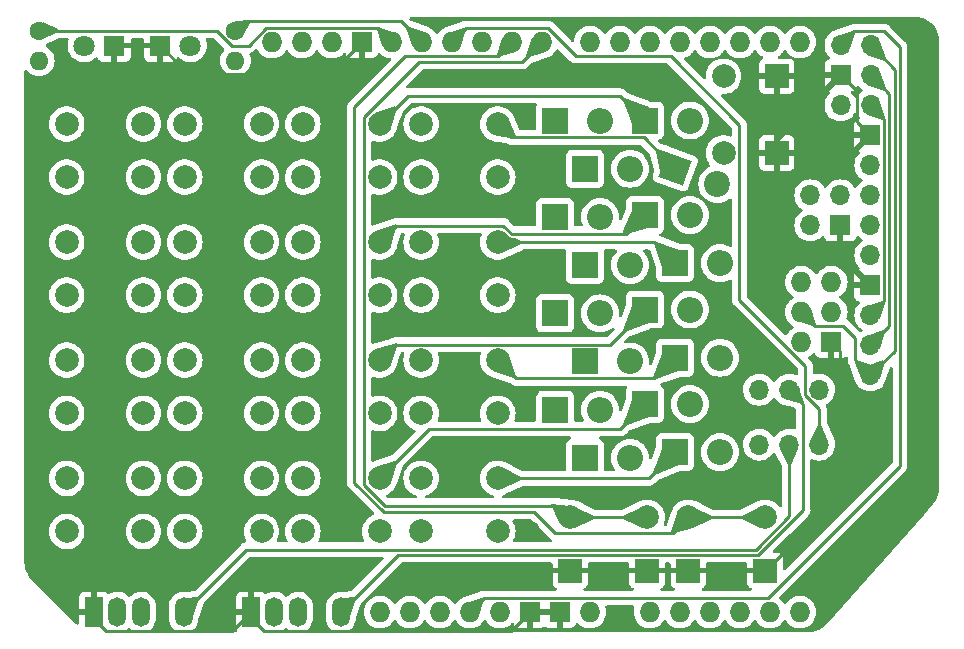
<source format=gbr>
%TF.GenerationSoftware,KiCad,Pcbnew,7.0.2-0*%
%TF.CreationDate,2023-05-27T13:50:39-05:00*%
%TF.ProjectId,CowPi-Shield,436f7750-692d-4536-9869-656c642e6b69,mk3b*%
%TF.SameCoordinates,Original*%
%TF.FileFunction,Copper,L2,Bot*%
%TF.FilePolarity,Positive*%
%FSLAX46Y46*%
G04 Gerber Fmt 4.6, Leading zero omitted, Abs format (unit mm)*
G04 Created by KiCad (PCBNEW 7.0.2-0) date 2023-05-27 13:50:39*
%MOMM*%
%LPD*%
G01*
G04 APERTURE LIST*
G04 Aperture macros list*
%AMHorizOval*
0 Thick line with rounded ends*
0 $1 width*
0 $2 $3 position (X,Y) of the first rounded end (center of the circle)*
0 $4 $5 position (X,Y) of the second rounded end (center of the circle)*
0 Add line between two ends*
20,1,$1,$2,$3,$4,$5,0*
0 Add two circle primitives to create the rounded ends*
1,1,$1,$2,$3*
1,1,$1,$4,$5*%
%AMRotRect*
0 Rectangle, with rotation*
0 The origin of the aperture is its center*
0 $1 length*
0 $2 width*
0 $3 Rotation angle, in degrees counterclockwise*
0 Add horizontal line*
21,1,$1,$2,0,0,$3*%
G04 Aperture macros list end*
%TA.AperFunction,ComponentPad*%
%ADD10R,2.200000X2.200000*%
%TD*%
%TA.AperFunction,ComponentPad*%
%ADD11O,2.200000X2.200000*%
%TD*%
%TA.AperFunction,ComponentPad*%
%ADD12O,1.727200X1.727200*%
%TD*%
%TA.AperFunction,ComponentPad*%
%ADD13R,1.727200X1.727200*%
%TD*%
%TA.AperFunction,ComponentPad*%
%ADD14O,1.700000X1.700000*%
%TD*%
%TA.AperFunction,ComponentPad*%
%ADD15R,1.500000X2.500000*%
%TD*%
%TA.AperFunction,ComponentPad*%
%ADD16O,1.500000X2.500000*%
%TD*%
%TA.AperFunction,ComponentPad*%
%ADD17R,2.000000X2.000000*%
%TD*%
%TA.AperFunction,ComponentPad*%
%ADD18C,2.000000*%
%TD*%
%TA.AperFunction,ComponentPad*%
%ADD19R,1.800000X1.800000*%
%TD*%
%TA.AperFunction,ComponentPad*%
%ADD20C,1.800000*%
%TD*%
%TA.AperFunction,ComponentPad*%
%ADD21R,1.700000X1.700000*%
%TD*%
%TA.AperFunction,ComponentPad*%
%ADD22C,1.600000*%
%TD*%
%TA.AperFunction,ComponentPad*%
%ADD23O,1.600000X1.600000*%
%TD*%
%TA.AperFunction,ComponentPad*%
%ADD24RotRect,2.200000X2.200000X340.000000*%
%TD*%
%TA.AperFunction,ComponentPad*%
%ADD25HorizOval,2.200000X0.000000X0.000000X0.000000X0.000000X0*%
%TD*%
%TA.AperFunction,ViaPad*%
%ADD26C,0.800000*%
%TD*%
%TA.AperFunction,Conductor*%
%ADD27C,0.250000*%
%TD*%
%TA.AperFunction,Conductor*%
%ADD28C,0.500000*%
%TD*%
G04 APERTURE END LIST*
D10*
%TO.P,D11,1,K*%
%TO.N,Net-(D11-K)*%
X150340000Y-104770000D03*
D11*
%TO.P,D11,2,A*%
%TO.N,/col3*%
X154150000Y-104770000D03*
%TD*%
D10*
%TO.P,D4,1,K*%
%TO.N,Net-(D4-K)*%
X142720000Y-113250000D03*
D11*
%TO.P,D4,2,A*%
%TO.N,/col1*%
X146530000Y-113250000D03*
%TD*%
D12*
%TO.P,XA1,*%
%TO.N,*%
X127884000Y-130384237D03*
%TO.P,XA1,3V3,3.3V*%
%TO.N,/3V3*%
X135504000Y-130384237D03*
%TO.P,XA1,5V1,5V*%
%TO.N,/5V*%
X138044000Y-130384237D03*
%TO.P,XA1,5V2,SPI_5V*%
X166111000Y-102444237D03*
%TO.P,XA1,A0,A0*%
%TO.N,/col1*%
X150744000Y-130384237D03*
%TO.P,XA1,A1,A1*%
%TO.N,/col2*%
X153284000Y-130384237D03*
%TO.P,XA1,A2,A2*%
%TO.N,/col3*%
X155824000Y-130384237D03*
%TO.P,XA1,A3,A3*%
%TO.N,/colA*%
X158364000Y-130384237D03*
%TO.P,XA1,A4,A4*%
%TO.N,/spiLeftSwitch*%
X160904000Y-130384237D03*
%TO.P,XA1,A5,A5*%
%TO.N,/spiRightSwitch*%
X163444000Y-130384237D03*
%TO.P,XA1,AREF,AREF*%
%TO.N,unconnected-(XA1-PadAREF)*%
X123820000Y-82124237D03*
%TO.P,XA1,D0,D0/RX*%
%TO.N,unconnected-(XA1-D0{slash}RX-PadD0)*%
X163444000Y-82124237D03*
%TO.P,XA1,D1,D1/TX*%
%TO.N,unconnected-(XA1-D1{slash}TX-PadD1)*%
X160904000Y-82124237D03*
%TO.P,XA1,D2,D2_INT0*%
%TO.N,/D2*%
X158364000Y-82124237D03*
%TO.P,XA1,D3,D3_INT1*%
%TO.N,/D3*%
X155824000Y-82124237D03*
%TO.P,XA1,D4,D4*%
%TO.N,/row1*%
X153284000Y-82124237D03*
%TO.P,XA1,D5,D5*%
%TO.N,/row4*%
X150744000Y-82124237D03*
%TO.P,XA1,D6,D6*%
%TO.N,/row7*%
X148204000Y-82124237D03*
%TO.P,XA1,D7,D7*%
%TO.N,/row\u002A*%
X145664000Y-82124237D03*
%TO.P,XA1,D8,D8*%
%TO.N,/leftButton*%
X141600000Y-82124237D03*
%TO.P,XA1,D9,D9*%
%TO.N,/rightButton*%
X139060000Y-82124237D03*
%TO.P,XA1,D10,D10_CS*%
%TO.N,/CS{slash}i2cRightSwitch*%
X136520000Y-82124237D03*
%TO.P,XA1,D11,D11*%
%TO.N,/i2cLeftSwitch*%
X133980000Y-82124237D03*
%TO.P,XA1,D12,D12*%
%TO.N,/rightLED*%
X131440000Y-82124237D03*
%TO.P,XA1,D13,D13*%
%TO.N,/LeftLED*%
X128900000Y-82124237D03*
D13*
%TO.P,XA1,GND1,GND*%
%TO.N,GND*%
X126360000Y-82124237D03*
%TO.P,XA1,GND2,GND*%
X140584000Y-130384237D03*
%TO.P,XA1,GND3,GND*%
X143124000Y-130384237D03*
%TO.P,XA1,GND4,SPI_GND*%
X166111000Y-107524237D03*
D12*
%TO.P,XA1,IORF,IOREF*%
%TO.N,unconnected-(XA1-IOREF-PadIORF)*%
X130424000Y-130384237D03*
%TO.P,XA1,MISO,SPI_MISO*%
%TO.N,unconnected-(XA1-SPI_MISO-PadMISO)*%
X163571000Y-102444237D03*
%TO.P,XA1,MOSI,SPI_MOSI*%
%TO.N,/SDO*%
X166111000Y-104984237D03*
%TO.P,XA1,RST1,RESET*%
%TO.N,unconnected-(XA1-RESET-PadRST1)*%
X132964000Y-130384237D03*
%TO.P,XA1,RST2,SPI_RESET*%
%TO.N,Net-(SW19-A)*%
X163571000Y-107524237D03*
%TO.P,XA1,SCK,SPI_SCK*%
%TO.N,/SCK*%
X163571000Y-104984237D03*
%TO.P,XA1,SCL,SCL*%
%TO.N,/SCL*%
X118740000Y-82124237D03*
%TO.P,XA1,SDA,SDA*%
%TO.N,/SDA*%
X121280000Y-82124237D03*
%TO.P,XA1,VIN,VIN*%
%TO.N,unconnected-(XA1-PadVIN)*%
X145664000Y-130384237D03*
%TD*%
D10*
%TO.P,D7,1,K*%
%TO.N,Net-(D7-K)*%
X145260000Y-109170000D03*
D11*
%TO.P,D7,2,A*%
%TO.N,/col2*%
X149070000Y-109170000D03*
%TD*%
D14*
%TO.P,JP1,1,A*%
%TO.N,/spiLeftSwitch*%
X160000000Y-116210000D03*
%TO.P,JP1,2,C*%
%TO.N,Net-(JP1-C)*%
X162540000Y-116210000D03*
%TO.P,JP1,3,B*%
%TO.N,/i2cLeftSwitch*%
X165080000Y-116210000D03*
%TD*%
D15*
%TO.P,SW21,1,A*%
%TO.N,GND*%
X116956870Y-130410000D03*
D16*
%TO.P,SW21,2,B*%
%TO.N,Net-(JP2-C)*%
X118956870Y-130410000D03*
X120956870Y-130410000D03*
X124576870Y-130410000D03*
%TD*%
D17*
%TO.P,SW17,1,1*%
%TO.N,GND*%
X150500000Y-126870000D03*
%TO.P,SW17,2,2*%
X144000000Y-126870000D03*
D18*
%TO.P,SW17,3,K*%
%TO.N,/leftButton*%
X150500000Y-122370000D03*
%TO.P,SW17,4,A*%
X144000000Y-122370000D03*
%TD*%
D10*
%TO.P,D16,1,K*%
%TO.N,Net-(D16-K)*%
X152880000Y-116850000D03*
D11*
%TO.P,D16,2,A*%
%TO.N,/colA*%
X156690000Y-116850000D03*
%TD*%
D19*
%TO.P,D17,1,K*%
%TO.N,GND*%
X105390000Y-82420000D03*
D20*
%TO.P,D17,2,A*%
%TO.N,Net-(D17-A)*%
X102850000Y-82420000D03*
%TD*%
D18*
%TO.P,2,1,1*%
%TO.N,/row1*%
X117870000Y-93560000D03*
%TO.P,2,2,2*%
X111370000Y-93560000D03*
%TO.P,2,3,2*%
%TO.N,Net-(D5-K)*%
X111370000Y-89060000D03*
%TO.P,2,4,2*%
X117870000Y-89060000D03*
%TD*%
%TO.P,SW18,1,1*%
%TO.N,/rightButton*%
X154000000Y-122370000D03*
%TO.P,SW18,2,2*%
X160500000Y-122370000D03*
D17*
%TO.P,SW18,3,K*%
%TO.N,GND*%
X154000000Y-126870000D03*
%TO.P,SW18,4,A*%
X160500000Y-126870000D03*
%TD*%
D10*
%TO.P,D1,1,K*%
%TO.N,Net-(D1-K)*%
X142720000Y-88770000D03*
D11*
%TO.P,D1,2,A*%
%TO.N,/col1*%
X146530000Y-88770000D03*
%TD*%
D18*
%TO.P,8,1,1*%
%TO.N,/row7*%
X117870000Y-113560000D03*
%TO.P,8,2,2*%
X111370000Y-113560000D03*
%TO.P,8,3,2*%
%TO.N,Net-(D7-K)*%
X111370000Y-109060000D03*
%TO.P,8,4,2*%
X117870000Y-109060000D03*
%TD*%
%TO.P,9,1,1*%
%TO.N,/row7*%
X127870000Y-113560000D03*
%TO.P,9,2,2*%
X121370000Y-113560000D03*
%TO.P,9,3,2*%
%TO.N,Net-(D11-K)*%
X121370000Y-109060000D03*
%TO.P,9,4,2*%
X127870000Y-109060000D03*
%TD*%
D10*
%TO.P,D9,1,K*%
%TO.N,Net-(D9-K)*%
X150340000Y-88770000D03*
D11*
%TO.P,D9,2,A*%
%TO.N,/col3*%
X154150000Y-88770000D03*
%TD*%
D18*
%TO.P,4,1,1*%
%TO.N,/row4*%
X107870000Y-103560000D03*
%TO.P,4,2,2*%
X101370000Y-103560000D03*
%TO.P,4,3,2*%
%TO.N,Net-(D2-K)*%
X101370000Y-99060000D03*
%TO.P,4,4,2*%
X107870000Y-99060000D03*
%TD*%
D21*
%TO.P,J3,1,Pin_1*%
%TO.N,GND*%
X169405000Y-90020000D03*
D14*
%TO.P,J3,2,Pin_2*%
%TO.N,/5V*%
X169405000Y-92560000D03*
%TD*%
D18*
%TO.P,#,1,1*%
%TO.N,/row\u002A*%
X127870000Y-123560000D03*
%TO.P,#,2,2*%
X121370000Y-123560000D03*
%TO.P,#,3,2*%
%TO.N,Net-(D12-K)*%
X121370000Y-119060000D03*
%TO.P,#,4,2*%
X127870000Y-119060000D03*
%TD*%
%TO.P,0,1,1*%
%TO.N,/row\u002A*%
X117870000Y-123560000D03*
%TO.P,0,2,2*%
X111370000Y-123560000D03*
%TO.P,0,3,2*%
%TO.N,Net-(D8-K)*%
X111370000Y-119060000D03*
%TO.P,0,4,2*%
X117870000Y-119060000D03*
%TD*%
D15*
%TO.P,SW20,1,A*%
%TO.N,GND*%
X103656449Y-130410000D03*
D16*
%TO.P,SW20,2,B*%
%TO.N,Net-(JP1-C)*%
X105656449Y-130410000D03*
X107656449Y-130410000D03*
X111276449Y-130410000D03*
%TD*%
D10*
%TO.P,D10,1,K*%
%TO.N,Net-(D10-K)*%
X150340000Y-96770000D03*
D11*
%TO.P,D10,2,A*%
%TO.N,/col3*%
X154150000Y-96770000D03*
%TD*%
D10*
%TO.P,D8,1,K*%
%TO.N,Net-(D8-K)*%
X145260000Y-117330000D03*
D11*
%TO.P,D8,2,A*%
%TO.N,/col2*%
X149070000Y-117330000D03*
%TD*%
D10*
%TO.P,D3,1,K*%
%TO.N,Net-(D3-K)*%
X142720000Y-105090000D03*
D11*
%TO.P,D3,2,A*%
%TO.N,/col1*%
X146530000Y-105090000D03*
%TD*%
D18*
%TO.P,A,1,1*%
%TO.N,/row1*%
X137870000Y-93560000D03*
%TO.P,A,2,2*%
X131370000Y-93560000D03*
%TO.P,A,3,2*%
%TO.N,Net-(D13-K)*%
X131370000Y-89060000D03*
%TO.P,A,4,2*%
X137870000Y-89060000D03*
%TD*%
%TO.P,B,1,1*%
%TO.N,/row4*%
X137870000Y-103560000D03*
%TO.P,B,2,2*%
X131370000Y-103560000D03*
%TO.P,B,3,2*%
%TO.N,Net-(D14-K)*%
X131370000Y-99060000D03*
%TO.P,B,4,2*%
X137870000Y-99060000D03*
%TD*%
D10*
%TO.P,D2,1,K*%
%TO.N,Net-(D2-K)*%
X142720000Y-96930000D03*
D11*
%TO.P,D2,2,A*%
%TO.N,/col1*%
X146530000Y-96930000D03*
%TD*%
D22*
%TO.P,R,1*%
%TO.N,/LeftLED*%
X99040000Y-81150000D03*
D23*
%TO.P,R,2*%
%TO.N,Net-(D17-A)*%
X99040000Y-83690000D03*
%TD*%
D14*
%TO.P,J1,1,Pin_1*%
%TO.N,/SCK*%
X169425000Y-82400000D03*
%TO.P,J1,2,Pin_2*%
%TO.N,/3V3*%
X166885000Y-82400000D03*
%TO.P,J1,3,Pin_3*%
%TO.N,/CS{slash}i2cRightSwitch*%
X169425000Y-84940000D03*
D21*
%TO.P,J1,4,Pin_4*%
%TO.N,GND*%
X166885000Y-84940000D03*
D14*
%TO.P,J1,5,Pin_5*%
%TO.N,/SDO*%
X169425000Y-87480000D03*
%TO.P,J1,6,Pin_6*%
%TO.N,/5V*%
X166885000Y-87480000D03*
%TD*%
%TO.P,JP2,1,A*%
%TO.N,/spiRightSwitch*%
X160000000Y-111560000D03*
%TO.P,JP2,2,C*%
%TO.N,Net-(JP2-C)*%
X162540000Y-111560000D03*
%TO.P,JP2,3,B*%
%TO.N,/CS{slash}i2cRightSwitch*%
X165080000Y-111560000D03*
%TD*%
D18*
%TO.P,\u002A,1,1*%
%TO.N,/row\u002A*%
X107870000Y-123560000D03*
%TO.P,\u002A,2,2*%
X101370000Y-123560000D03*
%TO.P,\u002A,3,2*%
%TO.N,Net-(D4-K)*%
X101370000Y-119060000D03*
%TO.P,\u002A,4,2*%
X107870000Y-119060000D03*
%TD*%
D19*
%TO.P,D18,1,K*%
%TO.N,GND*%
X109300000Y-82420000D03*
D20*
%TO.P,D18,2,A*%
%TO.N,Net-(D18-A)*%
X111840000Y-82420000D03*
%TD*%
D18*
%TO.P,D,1,1*%
%TO.N,/row\u002A*%
X137870000Y-123560000D03*
%TO.P,D,2,2*%
X131370000Y-123560000D03*
%TO.P,D,3,2*%
%TO.N,Net-(D16-K)*%
X131370000Y-119060000D03*
%TO.P,D,4,2*%
X137870000Y-119060000D03*
%TD*%
D22*
%TO.P,R,1*%
%TO.N,/rightLED*%
X115650000Y-81150000D03*
D23*
%TO.P,R,2*%
%TO.N,Net-(D18-A)*%
X115650000Y-83690000D03*
%TD*%
D18*
%TO.P,5,1,1*%
%TO.N,/row4*%
X117870000Y-103560000D03*
%TO.P,5,2,2*%
X111370000Y-103560000D03*
%TO.P,5,3,2*%
%TO.N,Net-(D6-K)*%
X111370000Y-99060000D03*
%TO.P,5,4,2*%
X117870000Y-99060000D03*
%TD*%
%TO.P,6,1,1*%
%TO.N,/row4*%
X127870000Y-103560000D03*
%TO.P,6,2,2*%
X121370000Y-103560000D03*
%TO.P,6,3,2*%
%TO.N,Net-(D10-K)*%
X121370000Y-99060000D03*
%TO.P,6,4,2*%
X127870000Y-99060000D03*
%TD*%
D14*
%TO.P,J4,1,Pin_1*%
%TO.N,/5V*%
X169405000Y-100180000D03*
D21*
%TO.P,J4,2,Pin_2*%
%TO.N,GND*%
X169405000Y-102720000D03*
D14*
%TO.P,J4,3,Pin_3*%
%TO.N,/SDO*%
X169405000Y-105260000D03*
%TO.P,J4,4,Pin_4*%
%TO.N,/CS{slash}i2cRightSwitch*%
X169405000Y-107800000D03*
%TO.P,J4,5,Pin_5*%
%TO.N,/SCK*%
X169405000Y-110340000D03*
%TD*%
D24*
%TO.P,D13,1,K*%
%TO.N,Net-(D13-K)*%
X152880000Y-92850000D03*
D25*
%TO.P,D13,2,A*%
%TO.N,/colA*%
X156460229Y-94153097D03*
%TD*%
D10*
%TO.P,D6,1,K*%
%TO.N,Net-(D6-K)*%
X145260000Y-101010000D03*
D11*
%TO.P,D6,2,A*%
%TO.N,/col2*%
X149070000Y-101010000D03*
%TD*%
D10*
%TO.P,D12,1,K*%
%TO.N,Net-(D12-K)*%
X150340000Y-112770000D03*
D11*
%TO.P,D12,2,A*%
%TO.N,/col3*%
X154150000Y-112770000D03*
%TD*%
D17*
%TO.P,RESET,1,1*%
%TO.N,GND*%
X161480000Y-85020000D03*
%TO.P,RESET,2,2*%
X161480000Y-91520000D03*
D18*
%TO.P,RESET,3,2*%
%TO.N,Net-(SW19-A)*%
X156980000Y-91520000D03*
%TO.P,RESET,4,2*%
X156980000Y-85020000D03*
%TD*%
D10*
%TO.P,D14,1,K*%
%TO.N,Net-(D14-K)*%
X152880000Y-100850000D03*
D11*
%TO.P,D14,2,A*%
%TO.N,/colA*%
X156690000Y-100850000D03*
%TD*%
D18*
%TO.P,3,1,1*%
%TO.N,/row1*%
X127870000Y-93560000D03*
%TO.P,3,2,2*%
X121370000Y-93560000D03*
%TO.P,3,3,2*%
%TO.N,Net-(D9-K)*%
X121370000Y-89060000D03*
%TO.P,3,4,2*%
X127870000Y-89060000D03*
%TD*%
%TO.P,C,1,1*%
%TO.N,/row7*%
X137870000Y-113560000D03*
%TO.P,C,2,2*%
X131370000Y-113560000D03*
%TO.P,C,3,2*%
%TO.N,Net-(D15-K)*%
X131370000Y-109060000D03*
%TO.P,C,4,2*%
X137870000Y-109060000D03*
%TD*%
%TO.P,1,1,1*%
%TO.N,/row1*%
X107870000Y-93560000D03*
%TO.P,1,2,2*%
X101370000Y-93560000D03*
%TO.P,1,3,2*%
%TO.N,Net-(D1-K)*%
X101370000Y-89060000D03*
%TO.P,1,4,2*%
X107870000Y-89060000D03*
%TD*%
%TO.P,7,1,1*%
%TO.N,/row7*%
X107870000Y-113560000D03*
%TO.P,7,2,2*%
X101370000Y-113560000D03*
%TO.P,7,3,2*%
%TO.N,Net-(D3-K)*%
X101370000Y-109060000D03*
%TO.P,7,4,2*%
X107870000Y-109060000D03*
%TD*%
D10*
%TO.P,D15,1,K*%
%TO.N,Net-(D15-K)*%
X152880000Y-108850000D03*
D11*
%TO.P,D15,2,A*%
%TO.N,/colA*%
X156690000Y-108850000D03*
%TD*%
D14*
%TO.P,J2,1,Pin_1*%
%TO.N,/D2*%
X164325000Y-95100000D03*
%TO.P,J2,2,Pin_2*%
%TO.N,/D3*%
X164325000Y-97640000D03*
%TO.P,J2,3,Pin_3*%
%TO.N,/5V*%
X166865000Y-95100000D03*
D21*
%TO.P,J2,4,Pin_4*%
%TO.N,GND*%
X166865000Y-97640000D03*
D14*
%TO.P,J2,5,Pin_5*%
%TO.N,/SDA*%
X169405000Y-95100000D03*
%TO.P,J2,6,Pin_6*%
%TO.N,/SCL*%
X169405000Y-97640000D03*
%TD*%
D10*
%TO.P,D5,1,K*%
%TO.N,Net-(D5-K)*%
X145260000Y-92850000D03*
D11*
%TO.P,D5,2,A*%
%TO.N,/col2*%
X149070000Y-92850000D03*
%TD*%
D26*
%TO.N,GND*%
X140970000Y-111760000D03*
X167640000Y-113030000D03*
X173990000Y-81280000D03*
X140970000Y-123190000D03*
X140970000Y-102870000D03*
X153670000Y-119380000D03*
X137496540Y-115962630D03*
X166370000Y-129540000D03*
X140970000Y-92710000D03*
%TD*%
D27*
%TO.N,Net-(D9-K)*%
X130250499Y-86679501D02*
X127870000Y-89060000D01*
X150340000Y-88770000D02*
X148249501Y-86679501D01*
X148249501Y-86679501D02*
X130250499Y-86679501D01*
%TO.N,Net-(D10-K)*%
X139038833Y-98355000D02*
X138343833Y-97660000D01*
X150340000Y-96770000D02*
X148755000Y-98355000D01*
X138343833Y-97660000D02*
X129270000Y-97660000D01*
X148755000Y-98355000D02*
X139038833Y-98355000D01*
X129270000Y-97660000D02*
X127870000Y-99060000D01*
%TO.N,Net-(D11-K)*%
X129195000Y-107735000D02*
X127870000Y-109060000D01*
X150340000Y-104770000D02*
X147375000Y-107735000D01*
X147375000Y-107735000D02*
X129195000Y-107735000D01*
%TO.N,Net-(D12-K)*%
X150340000Y-112770000D02*
X148225000Y-114885000D01*
X148225000Y-114885000D02*
X132045000Y-114885000D01*
X132045000Y-114885000D02*
X127870000Y-119060000D01*
%TO.N,Net-(D13-K)*%
X139005000Y-90195000D02*
X137870000Y-89060000D01*
X152880000Y-92850000D02*
X150225000Y-90195000D01*
X150225000Y-90195000D02*
X139005000Y-90195000D01*
%TO.N,Net-(D14-K)*%
X152880000Y-100850000D02*
X151090000Y-99060000D01*
X151090000Y-99060000D02*
X137870000Y-99060000D01*
%TO.N,Net-(D15-K)*%
X152880000Y-108850000D02*
X151135000Y-110595000D01*
X139405000Y-110595000D02*
X137870000Y-109060000D01*
X151135000Y-110595000D02*
X139405000Y-110595000D01*
%TO.N,Net-(D16-K)*%
X152880000Y-116850000D02*
X150670000Y-119060000D01*
X150670000Y-119060000D02*
X137870000Y-119060000D01*
%TO.N,GND*%
X123669237Y-84815000D02*
X126360000Y-82124237D01*
X109300000Y-82420000D02*
X111695000Y-84815000D01*
X103656449Y-127833551D02*
X103656449Y-130410000D01*
X166850000Y-120520000D02*
X166850000Y-108263237D01*
D28*
X169405000Y-102720000D02*
X166865000Y-100180000D01*
D27*
X104655000Y-131985000D02*
X115381870Y-131985000D01*
X161480000Y-90345000D02*
X161480000Y-91520000D01*
X111695000Y-84815000D02*
X123669237Y-84815000D01*
X138983237Y-131985000D02*
X118031870Y-131985000D01*
X169405000Y-90020000D02*
X168250000Y-88865000D01*
X160500000Y-126870000D02*
X154000000Y-126870000D01*
X166865000Y-100180000D02*
X166865000Y-97640000D01*
X140584000Y-130384237D02*
X138983237Y-131985000D01*
X166850000Y-108263237D02*
X166111000Y-107524237D01*
D28*
X167905000Y-91520000D02*
X169405000Y-90020000D01*
D27*
X115381870Y-131985000D02*
X116956870Y-130410000D01*
X105390000Y-126100000D02*
X103656449Y-127833551D01*
X154000000Y-126870000D02*
X150500000Y-126870000D01*
X103656449Y-130986449D02*
X104655000Y-131985000D01*
D28*
X166885000Y-84940000D02*
X161480000Y-90345000D01*
D27*
X168250000Y-86305000D02*
X166885000Y-84940000D01*
X168250000Y-88865000D02*
X168250000Y-86305000D01*
X118031870Y-131985000D02*
X116956870Y-130910000D01*
X160500000Y-126870000D02*
X166850000Y-120520000D01*
X150500000Y-126870000D02*
X144000000Y-126870000D01*
X161480000Y-91520000D02*
X167905000Y-91520000D01*
X105390000Y-82420000D02*
X105390000Y-126100000D01*
%TO.N,/3V3*%
X168060000Y-81225000D02*
X166885000Y-82400000D01*
X160714363Y-129195637D02*
X171929002Y-117980998D01*
X171929002Y-117980998D02*
X171929002Y-82554002D01*
X135504000Y-130384237D02*
X136692600Y-129195637D01*
X170600000Y-81225000D02*
X168060000Y-81225000D01*
X171929002Y-82554002D02*
X170600000Y-81225000D01*
X136692600Y-129195637D02*
X160714363Y-129195637D01*
%TO.N,/SDO*%
X170580000Y-88635000D02*
X170580000Y-104085000D01*
X170580000Y-104085000D02*
X169405000Y-105260000D01*
X169425000Y-87480000D02*
X170580000Y-88635000D01*
%TO.N,/SCK*%
X164759600Y-106172837D02*
X167136800Y-106172837D01*
X171479501Y-108265499D02*
X169405000Y-110340000D01*
X168120000Y-107156037D02*
X168120000Y-109055000D01*
X171479501Y-84454501D02*
X171479501Y-108265499D01*
X168120000Y-109055000D02*
X169405000Y-110340000D01*
X167136800Y-106172837D02*
X168120000Y-107156037D01*
X163571000Y-104984237D02*
X164759600Y-106172837D01*
X169425000Y-82400000D02*
X171479501Y-84454501D01*
%TO.N,Net-(JP1-C)*%
X162540000Y-122290000D02*
X159734501Y-125095499D01*
X116590950Y-125095499D02*
X111276449Y-130410000D01*
X159734501Y-125095499D02*
X116590950Y-125095499D01*
X162540000Y-116210000D02*
X162540000Y-122290000D01*
%TO.N,Net-(JP2-C)*%
X163715000Y-121750690D02*
X159920690Y-125545000D01*
X162540000Y-111560000D02*
X163715000Y-112735000D01*
X129441870Y-125545000D02*
X124576870Y-130410000D01*
X159920690Y-125545000D02*
X129441870Y-125545000D01*
X163715000Y-112735000D02*
X163715000Y-121750690D01*
%TO.N,/LeftLED*%
X118247665Y-80935637D02*
X127711400Y-80935637D01*
X115329009Y-82420000D02*
X116763302Y-82420000D01*
X127711400Y-80935637D02*
X128900000Y-82124237D01*
X116763302Y-82420000D02*
X118247665Y-80935637D01*
X99040000Y-81150000D02*
X114059009Y-81150000D01*
X114059009Y-81150000D02*
X115329009Y-82420000D01*
%TO.N,/rightLED*%
X115650000Y-81150000D02*
X116449999Y-80350001D01*
X129665764Y-80350001D02*
X131440000Y-82124237D01*
X116449999Y-80350001D02*
X129665764Y-80350001D01*
%TO.N,/rightButton*%
X152675000Y-123695000D02*
X142745000Y-123695000D01*
X154000000Y-122370000D02*
X160500000Y-122370000D01*
X125730000Y-87630000D02*
X130047163Y-83312837D01*
X137871400Y-83312837D02*
X139060000Y-82124237D01*
X130047163Y-83312837D02*
X137871400Y-83312837D01*
X142745000Y-123695000D02*
X140970000Y-121920000D01*
X140970000Y-121920000D02*
X128219771Y-121920000D01*
X125730000Y-119430229D02*
X125730000Y-87630000D01*
X128219771Y-121920000D02*
X125730000Y-119430229D01*
X154000000Y-122370000D02*
X152675000Y-123695000D01*
%TO.N,/leftButton*%
X139904237Y-83820000D02*
X141600000Y-82124237D01*
X144000000Y-122370000D02*
X143000000Y-121370000D01*
X150500000Y-122370000D02*
X144000000Y-122370000D01*
X143000000Y-121370000D02*
X128306167Y-121370000D01*
X128306167Y-121370000D02*
X126545000Y-119608833D01*
X126545000Y-119608833D02*
X126545000Y-88511167D01*
X131236167Y-83820000D02*
X139904237Y-83820000D01*
X126545000Y-88511167D02*
X131236167Y-83820000D01*
%TO.N,/CS{slash}i2cRightSwitch*%
X169425000Y-84940000D02*
X171029501Y-86544501D01*
X171029501Y-86544501D02*
X171029501Y-106175499D01*
X171029501Y-106175499D02*
X169405000Y-107800000D01*
%TO.N,/i2cLeftSwitch*%
X163905000Y-112046701D02*
X163905000Y-109539172D01*
X158305000Y-89115000D02*
X152502837Y-83312837D01*
X158305000Y-103939172D02*
X158305000Y-89115000D01*
X135168600Y-80935637D02*
X133980000Y-82124237D01*
X142092335Y-80935637D02*
X135168600Y-80935637D01*
X144469535Y-83312837D02*
X142092335Y-80935637D01*
X152502837Y-83312837D02*
X144469535Y-83312837D01*
X165080000Y-116210000D02*
X165080000Y-113221701D01*
X163905000Y-109539172D02*
X158305000Y-103939172D01*
X165080000Y-113221701D02*
X163905000Y-112046701D01*
%TD*%
%TA.AperFunction,Conductor*%
%TO.N,GND*%
G36*
X106691371Y-131736239D02*
G01*
X106741645Y-131765447D01*
X106847206Y-131866374D01*
X106882058Y-131926930D01*
X106878639Y-131996716D01*
X106838033Y-132053575D01*
X106773133Y-132079454D01*
X106761514Y-132080000D01*
X106549332Y-132080000D01*
X106482293Y-132060315D01*
X106436538Y-132007511D01*
X106426594Y-131938353D01*
X106455619Y-131874797D01*
X106472019Y-131859053D01*
X106524115Y-131817508D01*
X106562574Y-131773488D01*
X106621502Y-131735955D01*
X106691371Y-131736239D01*
G37*
%TD.AperFunction*%
%TA.AperFunction,Conductor*%
G36*
X101480638Y-81795185D02*
G01*
X101526393Y-81847989D01*
X101536337Y-81917147D01*
X101527155Y-81949309D01*
X101520845Y-81963694D01*
X101520844Y-81963697D01*
X101520843Y-81963700D01*
X101463866Y-82188695D01*
X101463865Y-82188700D01*
X101444699Y-82420000D01*
X101463865Y-82651299D01*
X101463865Y-82651301D01*
X101463866Y-82651305D01*
X101514401Y-82850861D01*
X101520844Y-82876303D01*
X101606590Y-83071783D01*
X101614076Y-83088849D01*
X101741021Y-83283153D01*
X101898216Y-83453913D01*
X102081374Y-83596470D01*
X102285497Y-83706936D01*
X102367428Y-83735063D01*
X102505015Y-83782297D01*
X102505017Y-83782297D01*
X102505019Y-83782298D01*
X102733951Y-83820500D01*
X102733952Y-83820500D01*
X102966048Y-83820500D01*
X102966049Y-83820500D01*
X103194981Y-83782298D01*
X103414503Y-83706936D01*
X103618626Y-83596470D01*
X103801784Y-83453913D01*
X103810511Y-83444432D01*
X103870394Y-83408441D01*
X103940233Y-83410538D01*
X103997850Y-83450060D01*
X104017924Y-83485079D01*
X104046647Y-83562088D01*
X104132811Y-83677188D01*
X104247910Y-83763352D01*
X104382628Y-83813599D01*
X104438867Y-83819645D01*
X104445482Y-83820000D01*
X105140000Y-83820000D01*
X105140000Y-82794189D01*
X105192547Y-82830016D01*
X105322173Y-82870000D01*
X105423724Y-82870000D01*
X105524138Y-82854865D01*
X105640000Y-82799068D01*
X105640000Y-83820000D01*
X106334518Y-83820000D01*
X106341132Y-83819645D01*
X106397371Y-83813599D01*
X106532089Y-83763352D01*
X106647188Y-83677188D01*
X106733352Y-83562089D01*
X106783599Y-83427371D01*
X106789645Y-83371132D01*
X106790000Y-83364518D01*
X106790000Y-82670000D01*
X105765278Y-82670000D01*
X105813625Y-82586260D01*
X105843810Y-82454008D01*
X105833673Y-82318735D01*
X105784113Y-82192459D01*
X105766203Y-82170000D01*
X106789999Y-82170000D01*
X106790000Y-81899500D01*
X106809685Y-81832461D01*
X106862489Y-81786706D01*
X106914000Y-81775500D01*
X107776000Y-81775500D01*
X107843039Y-81795185D01*
X107888794Y-81847989D01*
X107900000Y-81899500D01*
X107900000Y-82170000D01*
X108924722Y-82170000D01*
X108876375Y-82253740D01*
X108846190Y-82385992D01*
X108856327Y-82521265D01*
X108905887Y-82647541D01*
X108923797Y-82670000D01*
X107900000Y-82670000D01*
X107900000Y-83364518D01*
X107900354Y-83371132D01*
X107906400Y-83427371D01*
X107956647Y-83562089D01*
X108042811Y-83677188D01*
X108157910Y-83763352D01*
X108292628Y-83813599D01*
X108348867Y-83819645D01*
X108355482Y-83820000D01*
X109050000Y-83820000D01*
X109050000Y-82794189D01*
X109102547Y-82830016D01*
X109232173Y-82870000D01*
X109333724Y-82870000D01*
X109434138Y-82854865D01*
X109549999Y-82799068D01*
X109550000Y-83820000D01*
X110244518Y-83820000D01*
X110251132Y-83819645D01*
X110307371Y-83813599D01*
X110442089Y-83763352D01*
X110557188Y-83677188D01*
X110643352Y-83562088D01*
X110672075Y-83485080D01*
X110713946Y-83429146D01*
X110779410Y-83404729D01*
X110847683Y-83419581D01*
X110879487Y-83444431D01*
X110888212Y-83453910D01*
X110888215Y-83453912D01*
X110888216Y-83453913D01*
X111071374Y-83596470D01*
X111275497Y-83706936D01*
X111357428Y-83735063D01*
X111495015Y-83782297D01*
X111495017Y-83782297D01*
X111495019Y-83782298D01*
X111723951Y-83820500D01*
X111723952Y-83820500D01*
X111956048Y-83820500D01*
X111956049Y-83820500D01*
X112184981Y-83782298D01*
X112404503Y-83706936D01*
X112608626Y-83596470D01*
X112791784Y-83453913D01*
X112948979Y-83283153D01*
X113075924Y-83088849D01*
X113169157Y-82876300D01*
X113226134Y-82651305D01*
X113245300Y-82420000D01*
X113226134Y-82188695D01*
X113169157Y-81963700D01*
X113162845Y-81949309D01*
X113153942Y-81880009D01*
X113183920Y-81816897D01*
X113243259Y-81780011D01*
X113276401Y-81775500D01*
X113748557Y-81775500D01*
X113815596Y-81795185D01*
X113836238Y-81811819D01*
X114674934Y-82650515D01*
X114708419Y-82711838D01*
X114703435Y-82781530D01*
X114674937Y-82825875D01*
X114649951Y-82850861D01*
X114519432Y-83037264D01*
X114423261Y-83243502D01*
X114364364Y-83463310D01*
X114344531Y-83690000D01*
X114364364Y-83916689D01*
X114423261Y-84136497D01*
X114519432Y-84342735D01*
X114649953Y-84529140D01*
X114810859Y-84690046D01*
X114997264Y-84820567D01*
X114997265Y-84820567D01*
X114997266Y-84820568D01*
X115203504Y-84916739D01*
X115423308Y-84975635D01*
X115574435Y-84988857D01*
X115649999Y-84995468D01*
X115649999Y-84995467D01*
X115650000Y-84995468D01*
X115876692Y-84975635D01*
X116096496Y-84916739D01*
X116302734Y-84820568D01*
X116489139Y-84690047D01*
X116650047Y-84529139D01*
X116780568Y-84342734D01*
X116876739Y-84136496D01*
X116935635Y-83916692D01*
X116955468Y-83690000D01*
X116935635Y-83463308D01*
X116876739Y-83243504D01*
X116855324Y-83197580D01*
X116844833Y-83128506D01*
X116873352Y-83064722D01*
X116922056Y-83029886D01*
X116960709Y-83014582D01*
X116971746Y-83010803D01*
X117013692Y-82998618D01*
X117030931Y-82988422D01*
X117048404Y-82979862D01*
X117067034Y-82972486D01*
X117102366Y-82946814D01*
X117112132Y-82940400D01*
X117149720Y-82918171D01*
X117149719Y-82918171D01*
X117149722Y-82918170D01*
X117163887Y-82904004D01*
X117178675Y-82891373D01*
X117194889Y-82879594D01*
X117222740Y-82845926D01*
X117230581Y-82837309D01*
X117333468Y-82734422D01*
X117394789Y-82700939D01*
X117464481Y-82705923D01*
X117520414Y-82747795D01*
X117534703Y-82772295D01*
X117536196Y-82775699D01*
X117659847Y-82964961D01*
X117812950Y-83131274D01*
X117812954Y-83131277D01*
X117991351Y-83270130D01*
X118190169Y-83377725D01*
X118403986Y-83451128D01*
X118626967Y-83488337D01*
X118626968Y-83488337D01*
X118853032Y-83488337D01*
X118853033Y-83488337D01*
X119076014Y-83451128D01*
X119289831Y-83377725D01*
X119488649Y-83270130D01*
X119667046Y-83131277D01*
X119669597Y-83128506D01*
X119820154Y-82964959D01*
X119838752Y-82936493D01*
X119906192Y-82833267D01*
X119959337Y-82787912D01*
X120028568Y-82778488D01*
X120091904Y-82807990D01*
X120113806Y-82833266D01*
X120125301Y-82850859D01*
X120199845Y-82964959D01*
X120352950Y-83131274D01*
X120352954Y-83131277D01*
X120531351Y-83270130D01*
X120730169Y-83377725D01*
X120943986Y-83451128D01*
X121166967Y-83488337D01*
X121166968Y-83488337D01*
X121393032Y-83488337D01*
X121393033Y-83488337D01*
X121616014Y-83451128D01*
X121829831Y-83377725D01*
X122028649Y-83270130D01*
X122207046Y-83131277D01*
X122209597Y-83128506D01*
X122360154Y-82964959D01*
X122378752Y-82936493D01*
X122446192Y-82833267D01*
X122499337Y-82787912D01*
X122568568Y-82778488D01*
X122631904Y-82807990D01*
X122653806Y-82833266D01*
X122665301Y-82850859D01*
X122739845Y-82964959D01*
X122892950Y-83131274D01*
X122892954Y-83131277D01*
X123071351Y-83270130D01*
X123270169Y-83377725D01*
X123483986Y-83451128D01*
X123706967Y-83488337D01*
X123706968Y-83488337D01*
X123933032Y-83488337D01*
X123933033Y-83488337D01*
X124156014Y-83451128D01*
X124369831Y-83377725D01*
X124568649Y-83270130D01*
X124747046Y-83131277D01*
X124801813Y-83071783D01*
X124861700Y-83035793D01*
X124931538Y-83037893D01*
X124989154Y-83077416D01*
X125009225Y-83112433D01*
X125053047Y-83229925D01*
X125139211Y-83345025D01*
X125254310Y-83431189D01*
X125389028Y-83481436D01*
X125445267Y-83487482D01*
X125451882Y-83487837D01*
X126110000Y-83487837D01*
X126110000Y-82568534D01*
X126215408Y-82616672D01*
X126323666Y-82632237D01*
X126396334Y-82632237D01*
X126504592Y-82616672D01*
X126609999Y-82568534D01*
X126610000Y-83487837D01*
X127268118Y-83487837D01*
X127274732Y-83487482D01*
X127330971Y-83481436D01*
X127465689Y-83431189D01*
X127580788Y-83345025D01*
X127666952Y-83229925D01*
X127710774Y-83112433D01*
X127752645Y-83056500D01*
X127818109Y-83032082D01*
X127886382Y-83046933D01*
X127918184Y-83071782D01*
X127972954Y-83131277D01*
X128151351Y-83270130D01*
X128350169Y-83377725D01*
X128563986Y-83451128D01*
X128720844Y-83477303D01*
X128783729Y-83507754D01*
X128820169Y-83567368D01*
X128818593Y-83637220D01*
X128788115Y-83687293D01*
X125346208Y-87129199D01*
X125330110Y-87142096D01*
X125282096Y-87193225D01*
X125279392Y-87196016D01*
X125262628Y-87212780D01*
X125262621Y-87212787D01*
X125259880Y-87215529D01*
X125257499Y-87218597D01*
X125257490Y-87218608D01*
X125257411Y-87218711D01*
X125249842Y-87227572D01*
X125219935Y-87259420D01*
X125210285Y-87276974D01*
X125199609Y-87293228D01*
X125187326Y-87309063D01*
X125169975Y-87349158D01*
X125164838Y-87359644D01*
X125143802Y-87397907D01*
X125138821Y-87417309D01*
X125132520Y-87435711D01*
X125124561Y-87454102D01*
X125117728Y-87497242D01*
X125115360Y-87508674D01*
X125104499Y-87550977D01*
X125104500Y-87571016D01*
X125102972Y-87590414D01*
X125099840Y-87610196D01*
X125100657Y-87618840D01*
X125103950Y-87653673D01*
X125104500Y-87665343D01*
X125104500Y-119347485D01*
X125102235Y-119367995D01*
X125104439Y-119438101D01*
X125104500Y-119441996D01*
X125104500Y-119469579D01*
X125104988Y-119473448D01*
X125104989Y-119473454D01*
X125105004Y-119473572D01*
X125105918Y-119485196D01*
X125107290Y-119528855D01*
X125112879Y-119548089D01*
X125116825Y-119567145D01*
X125119335Y-119587021D01*
X125135414Y-119627633D01*
X125139197Y-119638680D01*
X125151382Y-119680620D01*
X125161580Y-119697864D01*
X125170136Y-119715329D01*
X125177514Y-119733961D01*
X125177515Y-119733962D01*
X125203180Y-119769288D01*
X125209593Y-119779051D01*
X125231826Y-119816645D01*
X125231829Y-119816648D01*
X125231830Y-119816649D01*
X125245995Y-119830814D01*
X125258627Y-119845604D01*
X125270406Y-119861816D01*
X125304058Y-119889655D01*
X125312699Y-119897518D01*
X127371255Y-121956075D01*
X127404740Y-122017398D01*
X127399756Y-122087090D01*
X127357884Y-122143023D01*
X127323839Y-122161037D01*
X127265191Y-122181171D01*
X127046485Y-122299529D01*
X126850259Y-122452259D01*
X126850256Y-122452261D01*
X126850256Y-122452262D01*
X126711265Y-122603247D01*
X126681837Y-122635214D01*
X126545825Y-122843395D01*
X126445938Y-123071117D01*
X126384891Y-123312183D01*
X126364356Y-123560000D01*
X126384891Y-123807816D01*
X126384891Y-123807819D01*
X126384892Y-123807821D01*
X126445937Y-124048881D01*
X126459055Y-124078787D01*
X126545826Y-124276606D01*
X126546851Y-124278175D01*
X126547594Y-124280636D01*
X126549954Y-124286017D01*
X126549303Y-124286302D01*
X126567040Y-124345064D01*
X126547862Y-124412250D01*
X126495404Y-124458402D01*
X126443044Y-124469999D01*
X122796956Y-124469999D01*
X122729917Y-124450314D01*
X122684162Y-124397510D01*
X122674218Y-124328352D01*
X122690169Y-124286071D01*
X122690046Y-124286017D01*
X122691077Y-124283664D01*
X122693149Y-124278175D01*
X122693551Y-124277558D01*
X122694173Y-124276607D01*
X122794063Y-124048881D01*
X122855108Y-123807821D01*
X122875643Y-123560000D01*
X122855108Y-123312179D01*
X122794063Y-123071119D01*
X122694173Y-122843393D01*
X122558164Y-122635215D01*
X122389744Y-122452262D01*
X122281053Y-122367664D01*
X122193514Y-122299529D01*
X122193510Y-122299526D01*
X122193509Y-122299526D01*
X121974810Y-122181172D01*
X121974806Y-122181170D01*
X121974805Y-122181170D01*
X121739615Y-122100429D01*
X121494335Y-122059500D01*
X121245665Y-122059500D01*
X121000384Y-122100429D01*
X120765194Y-122181170D01*
X120765190Y-122181171D01*
X120765190Y-122181172D01*
X120753558Y-122187467D01*
X120546485Y-122299529D01*
X120350259Y-122452259D01*
X120350256Y-122452261D01*
X120350256Y-122452262D01*
X120211265Y-122603247D01*
X120181837Y-122635214D01*
X120045825Y-122843395D01*
X119945938Y-123071117D01*
X119884891Y-123312183D01*
X119864356Y-123560000D01*
X119884891Y-123807816D01*
X119884891Y-123807819D01*
X119884892Y-123807821D01*
X119945937Y-124048881D01*
X119959055Y-124078787D01*
X120045826Y-124276606D01*
X120046851Y-124278175D01*
X120047594Y-124280636D01*
X120049954Y-124286017D01*
X120049303Y-124286302D01*
X120067040Y-124345064D01*
X120047862Y-124412250D01*
X119995404Y-124458402D01*
X119943044Y-124469999D01*
X119296956Y-124469999D01*
X119229917Y-124450314D01*
X119184162Y-124397510D01*
X119174218Y-124328352D01*
X119190169Y-124286071D01*
X119190046Y-124286017D01*
X119191077Y-124283664D01*
X119193149Y-124278175D01*
X119193551Y-124277558D01*
X119194173Y-124276607D01*
X119294063Y-124048881D01*
X119355108Y-123807821D01*
X119375643Y-123560000D01*
X119355108Y-123312179D01*
X119294063Y-123071119D01*
X119194173Y-122843393D01*
X119058164Y-122635215D01*
X118889744Y-122452262D01*
X118781053Y-122367664D01*
X118693514Y-122299529D01*
X118693510Y-122299526D01*
X118693509Y-122299526D01*
X118474810Y-122181172D01*
X118474806Y-122181170D01*
X118474805Y-122181170D01*
X118239615Y-122100429D01*
X117994335Y-122059500D01*
X117745665Y-122059500D01*
X117500384Y-122100429D01*
X117265194Y-122181170D01*
X117265190Y-122181171D01*
X117265190Y-122181172D01*
X117253558Y-122187467D01*
X117046485Y-122299529D01*
X116850259Y-122452259D01*
X116850256Y-122452261D01*
X116850256Y-122452262D01*
X116711265Y-122603247D01*
X116681837Y-122635214D01*
X116545825Y-122843395D01*
X116445938Y-123071117D01*
X116384891Y-123312183D01*
X116364356Y-123560000D01*
X116384891Y-123807816D01*
X116384891Y-123807819D01*
X116384892Y-123807821D01*
X116445937Y-124048881D01*
X116459055Y-124078787D01*
X116545826Y-124276606D01*
X116553431Y-124288247D01*
X116573618Y-124355137D01*
X116554436Y-124422322D01*
X116501977Y-124468472D01*
X116484219Y-124475143D01*
X116473085Y-124478378D01*
X116454030Y-124482324D01*
X116434158Y-124484834D01*
X116393543Y-124500914D01*
X116382499Y-124504695D01*
X116340561Y-124516881D01*
X116323314Y-124527080D01*
X116305850Y-124535635D01*
X116287217Y-124543013D01*
X116251876Y-124568688D01*
X116242118Y-124575098D01*
X116204529Y-124597328D01*
X116190360Y-124611497D01*
X116175572Y-124624127D01*
X116159363Y-124635904D01*
X116131522Y-124669557D01*
X116123661Y-124678195D01*
X112233957Y-128567899D01*
X112172634Y-128601384D01*
X112159770Y-128603482D01*
X111512874Y-128674299D01*
X111471791Y-128671927D01*
X111444986Y-128665809D01*
X111411994Y-128664327D01*
X111220120Y-128655709D01*
X110997060Y-128685925D01*
X110782986Y-128755482D01*
X110695035Y-128802811D01*
X110584768Y-128862148D01*
X110584766Y-128862149D01*
X110584767Y-128862149D01*
X110408784Y-129002490D01*
X110260682Y-129172006D01*
X110145232Y-129365237D01*
X110066142Y-129575974D01*
X110066142Y-129575976D01*
X110025949Y-129797453D01*
X110025949Y-130966155D01*
X110026196Y-130968903D01*
X110026197Y-130968918D01*
X110041072Y-131134190D01*
X110100956Y-131351171D01*
X110198619Y-131553972D01*
X110266932Y-131647996D01*
X110330927Y-131736078D01*
X110467207Y-131866374D01*
X110502058Y-131926930D01*
X110498639Y-131996716D01*
X110458033Y-132053575D01*
X110393133Y-132079454D01*
X110381514Y-132080000D01*
X108549332Y-132080000D01*
X108482293Y-132060315D01*
X108436538Y-132007511D01*
X108426594Y-131938353D01*
X108455619Y-131874797D01*
X108472019Y-131859053D01*
X108524115Y-131817508D01*
X108672214Y-131647996D01*
X108787664Y-131454764D01*
X108866756Y-131244024D01*
X108906949Y-131022547D01*
X108906949Y-129853845D01*
X108891826Y-129685812D01*
X108831942Y-129468830D01*
X108734278Y-129266027D01*
X108601971Y-129083922D01*
X108439274Y-128928368D01*
X108439271Y-128928366D01*
X108439270Y-128928365D01*
X108251417Y-128804365D01*
X108044436Y-128715896D01*
X107824986Y-128665809D01*
X107600120Y-128655709D01*
X107377060Y-128685925D01*
X107162986Y-128755482D01*
X107075035Y-128802811D01*
X106964768Y-128862148D01*
X106964766Y-128862149D01*
X106964767Y-128862149D01*
X106788783Y-129002491D01*
X106750324Y-129046511D01*
X106691391Y-129084044D01*
X106621522Y-129083758D01*
X106571252Y-129054552D01*
X106535257Y-129020137D01*
X106439274Y-128928368D01*
X106439271Y-128928366D01*
X106439270Y-128928365D01*
X106251417Y-128804365D01*
X106044436Y-128715896D01*
X105824986Y-128665809D01*
X105600120Y-128655709D01*
X105377060Y-128685925D01*
X105162986Y-128755482D01*
X105090923Y-128794261D01*
X104964768Y-128862148D01*
X104964764Y-128862150D01*
X104954941Y-128867437D01*
X104954063Y-128865806D01*
X104901906Y-128887097D01*
X104833211Y-128874338D01*
X104790019Y-128838051D01*
X104763639Y-128802812D01*
X104648538Y-128716647D01*
X104513820Y-128666400D01*
X104457581Y-128660354D01*
X104450967Y-128660000D01*
X103906449Y-128660000D01*
X103906449Y-130094314D01*
X103894494Y-130082359D01*
X103781597Y-130024835D01*
X103687930Y-130010000D01*
X103624968Y-130010000D01*
X103531301Y-130024835D01*
X103418404Y-130082359D01*
X103406449Y-130094314D01*
X103406449Y-128660000D01*
X102861931Y-128660000D01*
X102855316Y-128660354D01*
X102799077Y-128666400D01*
X102664359Y-128716647D01*
X102549260Y-128802811D01*
X102463096Y-128917910D01*
X102412849Y-129052628D01*
X102406803Y-129108867D01*
X102406449Y-129115481D01*
X102406449Y-130160000D01*
X103340763Y-130160000D01*
X103328808Y-130171955D01*
X103271284Y-130284852D01*
X103251463Y-130410000D01*
X103271284Y-130535148D01*
X103328808Y-130648045D01*
X103340763Y-130660000D01*
X102406449Y-130660000D01*
X102406449Y-131317087D01*
X102386764Y-131384126D01*
X102333960Y-131429881D01*
X102264802Y-131439825D01*
X102201246Y-131410800D01*
X102194768Y-131404768D01*
X98378659Y-127588659D01*
X98373112Y-127582737D01*
X98208651Y-127395206D01*
X98198777Y-127382337D01*
X98062464Y-127178329D01*
X98054354Y-127164283D01*
X97971366Y-126996000D01*
X97945832Y-126944222D01*
X97939628Y-126929243D01*
X97860760Y-126696904D01*
X97856562Y-126681238D01*
X97808694Y-126440589D01*
X97806579Y-126424531D01*
X97790265Y-126175615D01*
X97790000Y-126167506D01*
X97790000Y-123560000D01*
X99864356Y-123560000D01*
X99884891Y-123807816D01*
X99884891Y-123807819D01*
X99884892Y-123807821D01*
X99945937Y-124048881D01*
X99959055Y-124078787D01*
X100045825Y-124276604D01*
X100045827Y-124276607D01*
X100181836Y-124484785D01*
X100350256Y-124667738D01*
X100363691Y-124678195D01*
X100546485Y-124820470D01*
X100546487Y-124820471D01*
X100546491Y-124820474D01*
X100765190Y-124938828D01*
X101000386Y-125019571D01*
X101245665Y-125060500D01*
X101494335Y-125060500D01*
X101739614Y-125019571D01*
X101974810Y-124938828D01*
X102193509Y-124820474D01*
X102389744Y-124667738D01*
X102558164Y-124484785D01*
X102694173Y-124276607D01*
X102794063Y-124048881D01*
X102855108Y-123807821D01*
X102875643Y-123560000D01*
X106364356Y-123560000D01*
X106384891Y-123807816D01*
X106384891Y-123807819D01*
X106384892Y-123807821D01*
X106445937Y-124048881D01*
X106459055Y-124078787D01*
X106545825Y-124276604D01*
X106545827Y-124276607D01*
X106681836Y-124484785D01*
X106850256Y-124667738D01*
X106863691Y-124678195D01*
X107046485Y-124820470D01*
X107046487Y-124820471D01*
X107046491Y-124820474D01*
X107265190Y-124938828D01*
X107500386Y-125019571D01*
X107745665Y-125060500D01*
X107994335Y-125060500D01*
X108239614Y-125019571D01*
X108474810Y-124938828D01*
X108693509Y-124820474D01*
X108889744Y-124667738D01*
X109058164Y-124484785D01*
X109194173Y-124276607D01*
X109294063Y-124048881D01*
X109355108Y-123807821D01*
X109375643Y-123560000D01*
X109864356Y-123560000D01*
X109884891Y-123807816D01*
X109884891Y-123807819D01*
X109884892Y-123807821D01*
X109945937Y-124048881D01*
X109959055Y-124078787D01*
X110045825Y-124276604D01*
X110045827Y-124276607D01*
X110181836Y-124484785D01*
X110350256Y-124667738D01*
X110363691Y-124678195D01*
X110546485Y-124820470D01*
X110546487Y-124820471D01*
X110546491Y-124820474D01*
X110765190Y-124938828D01*
X111000386Y-125019571D01*
X111245665Y-125060500D01*
X111494335Y-125060500D01*
X111739614Y-125019571D01*
X111974810Y-124938828D01*
X112193509Y-124820474D01*
X112389744Y-124667738D01*
X112558164Y-124484785D01*
X112694173Y-124276607D01*
X112794063Y-124048881D01*
X112855108Y-123807821D01*
X112875643Y-123560000D01*
X112855108Y-123312179D01*
X112794063Y-123071119D01*
X112694173Y-122843393D01*
X112558164Y-122635215D01*
X112389744Y-122452262D01*
X112281053Y-122367664D01*
X112193514Y-122299529D01*
X112193510Y-122299526D01*
X112193509Y-122299526D01*
X111974810Y-122181172D01*
X111974806Y-122181170D01*
X111974805Y-122181170D01*
X111739615Y-122100429D01*
X111494335Y-122059500D01*
X111245665Y-122059500D01*
X111000384Y-122100429D01*
X110765194Y-122181170D01*
X110765190Y-122181171D01*
X110765190Y-122181172D01*
X110753558Y-122187467D01*
X110546485Y-122299529D01*
X110350259Y-122452259D01*
X110350256Y-122452261D01*
X110350256Y-122452262D01*
X110211265Y-122603247D01*
X110181837Y-122635214D01*
X110045825Y-122843395D01*
X109945938Y-123071117D01*
X109884891Y-123312183D01*
X109864356Y-123560000D01*
X109375643Y-123560000D01*
X109355108Y-123312179D01*
X109294063Y-123071119D01*
X109194173Y-122843393D01*
X109058164Y-122635215D01*
X108889744Y-122452262D01*
X108781053Y-122367664D01*
X108693514Y-122299529D01*
X108693510Y-122299526D01*
X108693509Y-122299526D01*
X108474810Y-122181172D01*
X108474806Y-122181170D01*
X108474805Y-122181170D01*
X108239615Y-122100429D01*
X107994335Y-122059500D01*
X107745665Y-122059500D01*
X107500384Y-122100429D01*
X107265194Y-122181170D01*
X107265190Y-122181171D01*
X107265190Y-122181172D01*
X107253558Y-122187467D01*
X107046485Y-122299529D01*
X106850259Y-122452259D01*
X106850256Y-122452261D01*
X106850256Y-122452262D01*
X106711265Y-122603247D01*
X106681837Y-122635214D01*
X106545825Y-122843395D01*
X106445938Y-123071117D01*
X106384891Y-123312183D01*
X106364356Y-123560000D01*
X102875643Y-123560000D01*
X102855108Y-123312179D01*
X102794063Y-123071119D01*
X102694173Y-122843393D01*
X102558164Y-122635215D01*
X102389744Y-122452262D01*
X102281053Y-122367664D01*
X102193514Y-122299529D01*
X102193510Y-122299526D01*
X102193509Y-122299526D01*
X101974810Y-122181172D01*
X101974806Y-122181170D01*
X101974805Y-122181170D01*
X101739615Y-122100429D01*
X101494335Y-122059500D01*
X101245665Y-122059500D01*
X101000384Y-122100429D01*
X100765194Y-122181170D01*
X100765190Y-122181171D01*
X100765190Y-122181172D01*
X100753558Y-122187467D01*
X100546485Y-122299529D01*
X100350259Y-122452259D01*
X100350256Y-122452261D01*
X100350256Y-122452262D01*
X100211265Y-122603247D01*
X100181837Y-122635214D01*
X100045825Y-122843395D01*
X99945938Y-123071117D01*
X99884891Y-123312183D01*
X99864356Y-123560000D01*
X97790000Y-123560000D01*
X97790000Y-119059999D01*
X99864356Y-119059999D01*
X99884891Y-119307816D01*
X99884891Y-119307819D01*
X99884892Y-119307821D01*
X99945937Y-119548881D01*
X99979283Y-119624901D01*
X100045825Y-119776604D01*
X100045827Y-119776607D01*
X100181836Y-119984785D01*
X100350256Y-120167738D01*
X100415667Y-120218650D01*
X100546485Y-120320470D01*
X100546487Y-120320471D01*
X100546491Y-120320474D01*
X100765190Y-120438828D01*
X101000386Y-120519571D01*
X101245665Y-120560500D01*
X101494335Y-120560500D01*
X101739614Y-120519571D01*
X101974810Y-120438828D01*
X102193509Y-120320474D01*
X102389744Y-120167738D01*
X102558164Y-119984785D01*
X102694173Y-119776607D01*
X102794063Y-119548881D01*
X102855108Y-119307821D01*
X102875643Y-119060000D01*
X102875643Y-119059999D01*
X106364356Y-119059999D01*
X106384891Y-119307816D01*
X106384891Y-119307819D01*
X106384892Y-119307821D01*
X106445937Y-119548881D01*
X106479283Y-119624901D01*
X106545825Y-119776604D01*
X106545827Y-119776607D01*
X106681836Y-119984785D01*
X106850256Y-120167738D01*
X106915667Y-120218650D01*
X107046485Y-120320470D01*
X107046487Y-120320471D01*
X107046491Y-120320474D01*
X107265190Y-120438828D01*
X107500386Y-120519571D01*
X107745665Y-120560500D01*
X107994335Y-120560500D01*
X108239614Y-120519571D01*
X108474810Y-120438828D01*
X108693509Y-120320474D01*
X108889744Y-120167738D01*
X109058164Y-119984785D01*
X109194173Y-119776607D01*
X109294063Y-119548881D01*
X109355108Y-119307821D01*
X109375643Y-119060000D01*
X109375643Y-119059999D01*
X109864356Y-119059999D01*
X109884891Y-119307816D01*
X109884891Y-119307819D01*
X109884892Y-119307821D01*
X109945937Y-119548881D01*
X109979283Y-119624901D01*
X110045825Y-119776604D01*
X110045827Y-119776607D01*
X110181836Y-119984785D01*
X110350256Y-120167738D01*
X110415667Y-120218650D01*
X110546485Y-120320470D01*
X110546487Y-120320471D01*
X110546491Y-120320474D01*
X110765190Y-120438828D01*
X111000386Y-120519571D01*
X111245665Y-120560500D01*
X111494335Y-120560500D01*
X111739614Y-120519571D01*
X111974810Y-120438828D01*
X112193509Y-120320474D01*
X112389744Y-120167738D01*
X112558164Y-119984785D01*
X112694173Y-119776607D01*
X112794063Y-119548881D01*
X112855108Y-119307821D01*
X112875643Y-119060000D01*
X112875643Y-119059999D01*
X116364356Y-119059999D01*
X116384891Y-119307816D01*
X116384891Y-119307819D01*
X116384892Y-119307821D01*
X116445937Y-119548881D01*
X116479283Y-119624901D01*
X116545825Y-119776604D01*
X116545827Y-119776607D01*
X116681836Y-119984785D01*
X116850256Y-120167738D01*
X116915667Y-120218650D01*
X117046485Y-120320470D01*
X117046487Y-120320471D01*
X117046491Y-120320474D01*
X117265190Y-120438828D01*
X117500386Y-120519571D01*
X117745665Y-120560500D01*
X117994335Y-120560500D01*
X118239614Y-120519571D01*
X118474810Y-120438828D01*
X118693509Y-120320474D01*
X118889744Y-120167738D01*
X119058164Y-119984785D01*
X119194173Y-119776607D01*
X119294063Y-119548881D01*
X119355108Y-119307821D01*
X119375643Y-119060000D01*
X119375643Y-119059999D01*
X119864356Y-119059999D01*
X119884891Y-119307816D01*
X119884891Y-119307819D01*
X119884892Y-119307821D01*
X119945937Y-119548881D01*
X119979283Y-119624901D01*
X120045825Y-119776604D01*
X120045827Y-119776607D01*
X120181836Y-119984785D01*
X120350256Y-120167738D01*
X120415667Y-120218650D01*
X120546485Y-120320470D01*
X120546487Y-120320471D01*
X120546491Y-120320474D01*
X120765190Y-120438828D01*
X121000386Y-120519571D01*
X121245665Y-120560500D01*
X121494335Y-120560500D01*
X121739614Y-120519571D01*
X121974810Y-120438828D01*
X122193509Y-120320474D01*
X122389744Y-120167738D01*
X122558164Y-119984785D01*
X122694173Y-119776607D01*
X122794063Y-119548881D01*
X122855108Y-119307821D01*
X122875643Y-119060000D01*
X122855108Y-118812179D01*
X122794063Y-118571119D01*
X122694173Y-118343393D01*
X122558164Y-118135215D01*
X122389744Y-117952262D01*
X122367612Y-117935036D01*
X122193514Y-117799529D01*
X122193510Y-117799526D01*
X122193509Y-117799526D01*
X121974810Y-117681172D01*
X121974806Y-117681170D01*
X121974805Y-117681170D01*
X121739615Y-117600429D01*
X121494335Y-117559500D01*
X121245665Y-117559500D01*
X121000384Y-117600429D01*
X120765194Y-117681170D01*
X120765190Y-117681171D01*
X120765190Y-117681172D01*
X120745052Y-117692070D01*
X120546485Y-117799529D01*
X120350259Y-117952259D01*
X120350256Y-117952261D01*
X120350256Y-117952262D01*
X120181836Y-118135215D01*
X120144520Y-118192331D01*
X120045825Y-118343395D01*
X119945938Y-118571117D01*
X119884891Y-118812183D01*
X119864356Y-119059999D01*
X119375643Y-119059999D01*
X119355108Y-118812179D01*
X119294063Y-118571119D01*
X119194173Y-118343393D01*
X119058164Y-118135215D01*
X118889744Y-117952262D01*
X118867612Y-117935036D01*
X118693514Y-117799529D01*
X118693510Y-117799526D01*
X118693509Y-117799526D01*
X118474810Y-117681172D01*
X118474806Y-117681170D01*
X118474805Y-117681170D01*
X118239615Y-117600429D01*
X117994335Y-117559500D01*
X117745665Y-117559500D01*
X117500384Y-117600429D01*
X117265194Y-117681170D01*
X117265190Y-117681171D01*
X117265190Y-117681172D01*
X117245052Y-117692070D01*
X117046485Y-117799529D01*
X116850259Y-117952259D01*
X116850256Y-117952261D01*
X116850256Y-117952262D01*
X116681836Y-118135215D01*
X116644520Y-118192331D01*
X116545825Y-118343395D01*
X116445938Y-118571117D01*
X116384891Y-118812183D01*
X116364356Y-119059999D01*
X112875643Y-119059999D01*
X112855108Y-118812179D01*
X112794063Y-118571119D01*
X112694173Y-118343393D01*
X112558164Y-118135215D01*
X112389744Y-117952262D01*
X112367612Y-117935036D01*
X112193514Y-117799529D01*
X112193510Y-117799526D01*
X112193509Y-117799526D01*
X111974810Y-117681172D01*
X111974806Y-117681170D01*
X111974805Y-117681170D01*
X111739615Y-117600429D01*
X111494335Y-117559500D01*
X111245665Y-117559500D01*
X111000384Y-117600429D01*
X110765194Y-117681170D01*
X110765190Y-117681171D01*
X110765190Y-117681172D01*
X110745052Y-117692070D01*
X110546485Y-117799529D01*
X110350259Y-117952259D01*
X110350256Y-117952261D01*
X110350256Y-117952262D01*
X110181836Y-118135215D01*
X110144520Y-118192331D01*
X110045825Y-118343395D01*
X109945938Y-118571117D01*
X109884891Y-118812183D01*
X109864356Y-119059999D01*
X109375643Y-119059999D01*
X109355108Y-118812179D01*
X109294063Y-118571119D01*
X109194173Y-118343393D01*
X109058164Y-118135215D01*
X108889744Y-117952262D01*
X108867612Y-117935036D01*
X108693514Y-117799529D01*
X108693510Y-117799526D01*
X108693509Y-117799526D01*
X108474810Y-117681172D01*
X108474806Y-117681170D01*
X108474805Y-117681170D01*
X108239615Y-117600429D01*
X107994335Y-117559500D01*
X107745665Y-117559500D01*
X107500384Y-117600429D01*
X107265194Y-117681170D01*
X107265190Y-117681171D01*
X107265190Y-117681172D01*
X107245052Y-117692070D01*
X107046485Y-117799529D01*
X106850259Y-117952259D01*
X106850256Y-117952261D01*
X106850256Y-117952262D01*
X106681836Y-118135215D01*
X106644520Y-118192331D01*
X106545825Y-118343395D01*
X106445938Y-118571117D01*
X106384891Y-118812183D01*
X106364356Y-119059999D01*
X102875643Y-119059999D01*
X102855108Y-118812179D01*
X102794063Y-118571119D01*
X102694173Y-118343393D01*
X102558164Y-118135215D01*
X102389744Y-117952262D01*
X102367612Y-117935036D01*
X102193514Y-117799529D01*
X102193510Y-117799526D01*
X102193509Y-117799526D01*
X101974810Y-117681172D01*
X101974806Y-117681170D01*
X101974805Y-117681170D01*
X101739615Y-117600429D01*
X101494335Y-117559500D01*
X101245665Y-117559500D01*
X101000384Y-117600429D01*
X100765194Y-117681170D01*
X100765190Y-117681171D01*
X100765190Y-117681172D01*
X100745052Y-117692070D01*
X100546485Y-117799529D01*
X100350259Y-117952259D01*
X100350256Y-117952261D01*
X100350256Y-117952262D01*
X100181836Y-118135215D01*
X100144520Y-118192331D01*
X100045825Y-118343395D01*
X99945938Y-118571117D01*
X99884891Y-118812183D01*
X99864356Y-119059999D01*
X97790000Y-119059999D01*
X97790000Y-113560000D01*
X99864356Y-113560000D01*
X99884891Y-113807816D01*
X99884891Y-113807819D01*
X99884892Y-113807821D01*
X99945937Y-114048881D01*
X99962083Y-114085690D01*
X100045825Y-114276604D01*
X100045827Y-114276607D01*
X100181836Y-114484785D01*
X100350256Y-114667738D01*
X100350259Y-114667740D01*
X100546485Y-114820470D01*
X100546487Y-114820471D01*
X100546491Y-114820474D01*
X100765190Y-114938828D01*
X101000386Y-115019571D01*
X101245665Y-115060500D01*
X101494335Y-115060500D01*
X101739614Y-115019571D01*
X101974810Y-114938828D01*
X102193509Y-114820474D01*
X102389744Y-114667738D01*
X102558164Y-114484785D01*
X102694173Y-114276607D01*
X102794063Y-114048881D01*
X102855108Y-113807821D01*
X102875643Y-113560000D01*
X106364356Y-113560000D01*
X106384891Y-113807816D01*
X106384891Y-113807819D01*
X106384892Y-113807821D01*
X106445937Y-114048881D01*
X106462083Y-114085690D01*
X106545825Y-114276604D01*
X106545827Y-114276607D01*
X106681836Y-114484785D01*
X106850256Y-114667738D01*
X106850259Y-114667740D01*
X107046485Y-114820470D01*
X107046487Y-114820471D01*
X107046491Y-114820474D01*
X107265190Y-114938828D01*
X107500386Y-115019571D01*
X107745665Y-115060500D01*
X107994335Y-115060500D01*
X108239614Y-115019571D01*
X108474810Y-114938828D01*
X108693509Y-114820474D01*
X108889744Y-114667738D01*
X109058164Y-114484785D01*
X109194173Y-114276607D01*
X109294063Y-114048881D01*
X109355108Y-113807821D01*
X109375643Y-113560000D01*
X109864356Y-113560000D01*
X109884891Y-113807816D01*
X109884891Y-113807819D01*
X109884892Y-113807821D01*
X109945937Y-114048881D01*
X109962083Y-114085690D01*
X110045825Y-114276604D01*
X110045827Y-114276607D01*
X110181836Y-114484785D01*
X110350256Y-114667738D01*
X110350259Y-114667740D01*
X110546485Y-114820470D01*
X110546487Y-114820471D01*
X110546491Y-114820474D01*
X110765190Y-114938828D01*
X111000386Y-115019571D01*
X111245665Y-115060500D01*
X111494335Y-115060500D01*
X111739614Y-115019571D01*
X111974810Y-114938828D01*
X112193509Y-114820474D01*
X112389744Y-114667738D01*
X112558164Y-114484785D01*
X112694173Y-114276607D01*
X112794063Y-114048881D01*
X112855108Y-113807821D01*
X112875643Y-113560000D01*
X116364356Y-113560000D01*
X116384891Y-113807816D01*
X116384891Y-113807819D01*
X116384892Y-113807821D01*
X116445937Y-114048881D01*
X116462083Y-114085690D01*
X116545825Y-114276604D01*
X116545827Y-114276607D01*
X116681836Y-114484785D01*
X116850256Y-114667738D01*
X116850259Y-114667740D01*
X117046485Y-114820470D01*
X117046487Y-114820471D01*
X117046491Y-114820474D01*
X117265190Y-114938828D01*
X117500386Y-115019571D01*
X117745665Y-115060500D01*
X117994335Y-115060500D01*
X118239614Y-115019571D01*
X118474810Y-114938828D01*
X118693509Y-114820474D01*
X118889744Y-114667738D01*
X119058164Y-114484785D01*
X119194173Y-114276607D01*
X119294063Y-114048881D01*
X119355108Y-113807821D01*
X119375643Y-113560000D01*
X119864356Y-113560000D01*
X119884891Y-113807816D01*
X119884891Y-113807819D01*
X119884892Y-113807821D01*
X119945937Y-114048881D01*
X119962083Y-114085690D01*
X120045825Y-114276604D01*
X120045827Y-114276607D01*
X120181836Y-114484785D01*
X120350256Y-114667738D01*
X120350259Y-114667740D01*
X120546485Y-114820470D01*
X120546487Y-114820471D01*
X120546491Y-114820474D01*
X120765190Y-114938828D01*
X121000386Y-115019571D01*
X121245665Y-115060500D01*
X121494335Y-115060500D01*
X121739614Y-115019571D01*
X121974810Y-114938828D01*
X122193509Y-114820474D01*
X122389744Y-114667738D01*
X122558164Y-114484785D01*
X122694173Y-114276607D01*
X122794063Y-114048881D01*
X122855108Y-113807821D01*
X122875643Y-113560000D01*
X122855108Y-113312179D01*
X122794063Y-113071119D01*
X122694173Y-112843393D01*
X122558164Y-112635215D01*
X122389744Y-112452262D01*
X122362942Y-112431401D01*
X122193514Y-112299529D01*
X122193510Y-112299526D01*
X122193509Y-112299526D01*
X121974810Y-112181172D01*
X121974806Y-112181170D01*
X121974805Y-112181170D01*
X121739615Y-112100429D01*
X121494335Y-112059500D01*
X121245665Y-112059500D01*
X121000384Y-112100429D01*
X120765194Y-112181170D01*
X120765190Y-112181171D01*
X120765190Y-112181172D01*
X120726304Y-112202216D01*
X120546485Y-112299529D01*
X120350259Y-112452259D01*
X120350256Y-112452261D01*
X120350256Y-112452262D01*
X120215643Y-112598491D01*
X120181837Y-112635214D01*
X120045825Y-112843395D01*
X119955780Y-113048678D01*
X119945937Y-113071119D01*
X119903619Y-113238228D01*
X119884891Y-113312183D01*
X119864356Y-113560000D01*
X119375643Y-113560000D01*
X119355108Y-113312179D01*
X119294063Y-113071119D01*
X119194173Y-112843393D01*
X119058164Y-112635215D01*
X118889744Y-112452262D01*
X118862942Y-112431401D01*
X118693514Y-112299529D01*
X118693510Y-112299526D01*
X118693509Y-112299526D01*
X118474810Y-112181172D01*
X118474806Y-112181170D01*
X118474805Y-112181170D01*
X118239615Y-112100429D01*
X117994335Y-112059500D01*
X117745665Y-112059500D01*
X117500384Y-112100429D01*
X117265194Y-112181170D01*
X117265190Y-112181171D01*
X117265190Y-112181172D01*
X117226304Y-112202216D01*
X117046485Y-112299529D01*
X116850259Y-112452259D01*
X116850256Y-112452261D01*
X116850256Y-112452262D01*
X116715643Y-112598491D01*
X116681837Y-112635214D01*
X116545825Y-112843395D01*
X116455780Y-113048678D01*
X116445937Y-113071119D01*
X116403619Y-113238228D01*
X116384891Y-113312183D01*
X116364356Y-113560000D01*
X112875643Y-113560000D01*
X112855108Y-113312179D01*
X112794063Y-113071119D01*
X112694173Y-112843393D01*
X112558164Y-112635215D01*
X112389744Y-112452262D01*
X112362942Y-112431401D01*
X112193514Y-112299529D01*
X112193510Y-112299526D01*
X112193509Y-112299526D01*
X111974810Y-112181172D01*
X111974806Y-112181170D01*
X111974805Y-112181170D01*
X111739615Y-112100429D01*
X111494335Y-112059500D01*
X111245665Y-112059500D01*
X111000384Y-112100429D01*
X110765194Y-112181170D01*
X110765190Y-112181171D01*
X110765190Y-112181172D01*
X110726304Y-112202216D01*
X110546485Y-112299529D01*
X110350259Y-112452259D01*
X110350256Y-112452261D01*
X110350256Y-112452262D01*
X110215643Y-112598491D01*
X110181837Y-112635214D01*
X110045825Y-112843395D01*
X109955780Y-113048678D01*
X109945937Y-113071119D01*
X109903619Y-113238228D01*
X109884891Y-113312183D01*
X109864356Y-113560000D01*
X109375643Y-113560000D01*
X109355108Y-113312179D01*
X109294063Y-113071119D01*
X109194173Y-112843393D01*
X109058164Y-112635215D01*
X108889744Y-112452262D01*
X108862942Y-112431401D01*
X108693514Y-112299529D01*
X108693510Y-112299526D01*
X108693509Y-112299526D01*
X108474810Y-112181172D01*
X108474806Y-112181170D01*
X108474805Y-112181170D01*
X108239615Y-112100429D01*
X107994335Y-112059500D01*
X107745665Y-112059500D01*
X107500384Y-112100429D01*
X107265194Y-112181170D01*
X107265190Y-112181171D01*
X107265190Y-112181172D01*
X107226304Y-112202216D01*
X107046485Y-112299529D01*
X106850259Y-112452259D01*
X106850256Y-112452261D01*
X106850256Y-112452262D01*
X106715643Y-112598491D01*
X106681837Y-112635214D01*
X106545825Y-112843395D01*
X106455780Y-113048678D01*
X106445937Y-113071119D01*
X106403619Y-113238228D01*
X106384891Y-113312183D01*
X106364356Y-113560000D01*
X102875643Y-113560000D01*
X102855108Y-113312179D01*
X102794063Y-113071119D01*
X102694173Y-112843393D01*
X102558164Y-112635215D01*
X102389744Y-112452262D01*
X102362942Y-112431401D01*
X102193514Y-112299529D01*
X102193510Y-112299526D01*
X102193509Y-112299526D01*
X101974810Y-112181172D01*
X101974806Y-112181170D01*
X101974805Y-112181170D01*
X101739615Y-112100429D01*
X101494335Y-112059500D01*
X101245665Y-112059500D01*
X101000384Y-112100429D01*
X100765194Y-112181170D01*
X100765190Y-112181171D01*
X100765190Y-112181172D01*
X100726304Y-112202216D01*
X100546485Y-112299529D01*
X100350259Y-112452259D01*
X100350256Y-112452261D01*
X100350256Y-112452262D01*
X100215643Y-112598491D01*
X100181837Y-112635214D01*
X100045825Y-112843395D01*
X99955780Y-113048678D01*
X99945937Y-113071119D01*
X99903619Y-113238228D01*
X99884891Y-113312183D01*
X99864356Y-113560000D01*
X97790000Y-113560000D01*
X97790000Y-109059999D01*
X99864356Y-109059999D01*
X99884891Y-109307816D01*
X99884891Y-109307819D01*
X99884892Y-109307821D01*
X99945937Y-109548881D01*
X99977973Y-109621915D01*
X100045825Y-109776604D01*
X100045827Y-109776607D01*
X100181836Y-109984785D01*
X100350256Y-110167738D01*
X100415667Y-110218650D01*
X100546485Y-110320470D01*
X100546487Y-110320471D01*
X100546491Y-110320474D01*
X100765190Y-110438828D01*
X101000386Y-110519571D01*
X101245665Y-110560500D01*
X101494335Y-110560500D01*
X101739614Y-110519571D01*
X101974810Y-110438828D01*
X102193509Y-110320474D01*
X102389744Y-110167738D01*
X102558164Y-109984785D01*
X102694173Y-109776607D01*
X102794063Y-109548881D01*
X102855108Y-109307821D01*
X102875643Y-109060000D01*
X102875643Y-109059999D01*
X106364356Y-109059999D01*
X106384891Y-109307816D01*
X106384891Y-109307819D01*
X106384892Y-109307821D01*
X106445937Y-109548881D01*
X106477973Y-109621915D01*
X106545825Y-109776604D01*
X106545827Y-109776607D01*
X106681836Y-109984785D01*
X106850256Y-110167738D01*
X106915667Y-110218650D01*
X107046485Y-110320470D01*
X107046487Y-110320471D01*
X107046491Y-110320474D01*
X107265190Y-110438828D01*
X107500386Y-110519571D01*
X107745665Y-110560500D01*
X107994335Y-110560500D01*
X108239614Y-110519571D01*
X108474810Y-110438828D01*
X108693509Y-110320474D01*
X108889744Y-110167738D01*
X109058164Y-109984785D01*
X109194173Y-109776607D01*
X109294063Y-109548881D01*
X109355108Y-109307821D01*
X109375643Y-109060000D01*
X109375643Y-109059999D01*
X109864356Y-109059999D01*
X109884891Y-109307816D01*
X109884891Y-109307819D01*
X109884892Y-109307821D01*
X109945937Y-109548881D01*
X109977973Y-109621915D01*
X110045825Y-109776604D01*
X110045827Y-109776607D01*
X110181836Y-109984785D01*
X110350256Y-110167738D01*
X110415667Y-110218650D01*
X110546485Y-110320470D01*
X110546487Y-110320471D01*
X110546491Y-110320474D01*
X110765190Y-110438828D01*
X111000386Y-110519571D01*
X111245665Y-110560500D01*
X111494335Y-110560500D01*
X111739614Y-110519571D01*
X111974810Y-110438828D01*
X112193509Y-110320474D01*
X112389744Y-110167738D01*
X112558164Y-109984785D01*
X112694173Y-109776607D01*
X112794063Y-109548881D01*
X112855108Y-109307821D01*
X112875643Y-109060000D01*
X112875643Y-109059999D01*
X116364356Y-109059999D01*
X116384891Y-109307816D01*
X116384891Y-109307819D01*
X116384892Y-109307821D01*
X116445937Y-109548881D01*
X116477973Y-109621915D01*
X116545825Y-109776604D01*
X116545827Y-109776607D01*
X116681836Y-109984785D01*
X116850256Y-110167738D01*
X116915667Y-110218649D01*
X117046485Y-110320470D01*
X117046487Y-110320471D01*
X117046491Y-110320474D01*
X117265190Y-110438828D01*
X117500386Y-110519571D01*
X117745665Y-110560500D01*
X117994335Y-110560500D01*
X118239614Y-110519571D01*
X118474810Y-110438828D01*
X118693509Y-110320474D01*
X118889744Y-110167738D01*
X119058164Y-109984785D01*
X119194173Y-109776607D01*
X119294063Y-109548881D01*
X119355108Y-109307821D01*
X119375643Y-109060000D01*
X119864356Y-109060000D01*
X119884891Y-109307816D01*
X119884891Y-109307819D01*
X119884892Y-109307821D01*
X119945937Y-109548881D01*
X119977973Y-109621915D01*
X120045825Y-109776604D01*
X120045827Y-109776607D01*
X120181836Y-109984785D01*
X120350256Y-110167738D01*
X120415667Y-110218649D01*
X120546485Y-110320470D01*
X120546487Y-110320471D01*
X120546491Y-110320474D01*
X120765190Y-110438828D01*
X121000386Y-110519571D01*
X121245665Y-110560500D01*
X121494335Y-110560500D01*
X121739614Y-110519571D01*
X121974810Y-110438828D01*
X122193509Y-110320474D01*
X122389744Y-110167738D01*
X122558164Y-109984785D01*
X122694173Y-109776607D01*
X122794063Y-109548881D01*
X122855108Y-109307821D01*
X122875643Y-109060000D01*
X122855108Y-108812179D01*
X122794063Y-108571119D01*
X122694173Y-108343393D01*
X122558164Y-108135215D01*
X122389744Y-107952262D01*
X122330745Y-107906341D01*
X122193514Y-107799529D01*
X122193510Y-107799526D01*
X122193509Y-107799526D01*
X121974810Y-107681172D01*
X121974806Y-107681170D01*
X121974805Y-107681170D01*
X121739615Y-107600429D01*
X121494335Y-107559500D01*
X121245665Y-107559500D01*
X121000384Y-107600429D01*
X120765194Y-107681170D01*
X120765190Y-107681171D01*
X120765190Y-107681172D01*
X120726469Y-107702127D01*
X120546485Y-107799529D01*
X120350259Y-107952259D01*
X120350256Y-107952261D01*
X120350256Y-107952262D01*
X120181836Y-108135215D01*
X120155385Y-108175702D01*
X120045825Y-108343395D01*
X119972181Y-108511289D01*
X119945937Y-108571119D01*
X119920864Y-108670129D01*
X119884891Y-108812183D01*
X119864356Y-109060000D01*
X119375643Y-109060000D01*
X119355108Y-108812179D01*
X119294063Y-108571119D01*
X119194173Y-108343393D01*
X119058164Y-108135215D01*
X118889744Y-107952262D01*
X118830745Y-107906341D01*
X118693514Y-107799529D01*
X118693510Y-107799526D01*
X118693509Y-107799526D01*
X118474810Y-107681172D01*
X118474806Y-107681170D01*
X118474805Y-107681170D01*
X118239615Y-107600429D01*
X117994335Y-107559500D01*
X117745665Y-107559500D01*
X117500384Y-107600429D01*
X117265194Y-107681170D01*
X117265190Y-107681171D01*
X117265190Y-107681172D01*
X117226469Y-107702127D01*
X117046485Y-107799529D01*
X116850259Y-107952259D01*
X116850256Y-107952261D01*
X116850256Y-107952262D01*
X116681836Y-108135215D01*
X116655385Y-108175702D01*
X116545825Y-108343395D01*
X116472181Y-108511289D01*
X116445937Y-108571119D01*
X116420864Y-108670129D01*
X116384891Y-108812183D01*
X116364356Y-109059999D01*
X112875643Y-109059999D01*
X112855108Y-108812179D01*
X112794063Y-108571119D01*
X112694173Y-108343393D01*
X112558164Y-108135215D01*
X112389744Y-107952262D01*
X112330745Y-107906341D01*
X112193514Y-107799529D01*
X112193510Y-107799526D01*
X112193509Y-107799526D01*
X111974810Y-107681172D01*
X111974806Y-107681170D01*
X111974805Y-107681170D01*
X111739615Y-107600429D01*
X111494335Y-107559500D01*
X111245665Y-107559500D01*
X111000384Y-107600429D01*
X110765194Y-107681170D01*
X110765190Y-107681171D01*
X110765190Y-107681172D01*
X110726469Y-107702127D01*
X110546485Y-107799529D01*
X110350259Y-107952259D01*
X110350256Y-107952261D01*
X110350256Y-107952262D01*
X110181836Y-108135215D01*
X110155385Y-108175702D01*
X110045825Y-108343395D01*
X109972181Y-108511289D01*
X109945937Y-108571119D01*
X109920864Y-108670129D01*
X109884891Y-108812183D01*
X109864356Y-109059999D01*
X109375643Y-109059999D01*
X109355108Y-108812179D01*
X109294063Y-108571119D01*
X109194173Y-108343393D01*
X109058164Y-108135215D01*
X108889744Y-107952262D01*
X108830745Y-107906341D01*
X108693514Y-107799529D01*
X108693510Y-107799526D01*
X108693509Y-107799526D01*
X108474810Y-107681172D01*
X108474806Y-107681170D01*
X108474805Y-107681170D01*
X108239615Y-107600429D01*
X107994335Y-107559500D01*
X107745665Y-107559500D01*
X107500384Y-107600429D01*
X107265194Y-107681170D01*
X107265190Y-107681171D01*
X107265190Y-107681172D01*
X107226469Y-107702127D01*
X107046485Y-107799529D01*
X106850259Y-107952259D01*
X106850256Y-107952261D01*
X106850256Y-107952262D01*
X106681836Y-108135215D01*
X106655385Y-108175702D01*
X106545825Y-108343395D01*
X106472181Y-108511289D01*
X106445937Y-108571119D01*
X106420864Y-108670129D01*
X106384891Y-108812183D01*
X106364356Y-109059999D01*
X102875643Y-109059999D01*
X102855108Y-108812179D01*
X102794063Y-108571119D01*
X102694173Y-108343393D01*
X102558164Y-108135215D01*
X102389744Y-107952262D01*
X102330745Y-107906341D01*
X102193514Y-107799529D01*
X102193510Y-107799526D01*
X102193509Y-107799526D01*
X101974810Y-107681172D01*
X101974806Y-107681170D01*
X101974805Y-107681170D01*
X101739615Y-107600429D01*
X101494335Y-107559500D01*
X101245665Y-107559500D01*
X101000384Y-107600429D01*
X100765194Y-107681170D01*
X100765190Y-107681171D01*
X100765190Y-107681172D01*
X100726469Y-107702127D01*
X100546485Y-107799529D01*
X100350259Y-107952259D01*
X100350256Y-107952261D01*
X100350256Y-107952262D01*
X100181836Y-108135215D01*
X100155385Y-108175702D01*
X100045825Y-108343395D01*
X99972181Y-108511289D01*
X99945937Y-108571119D01*
X99920864Y-108670129D01*
X99884891Y-108812183D01*
X99864356Y-109059999D01*
X97790000Y-109059999D01*
X97790000Y-103560000D01*
X99864356Y-103560000D01*
X99884891Y-103807816D01*
X99884891Y-103807819D01*
X99884892Y-103807821D01*
X99945937Y-104048881D01*
X99984404Y-104136576D01*
X100045825Y-104276604D01*
X100045827Y-104276607D01*
X100181836Y-104484785D01*
X100350256Y-104667738D01*
X100350259Y-104667740D01*
X100546485Y-104820470D01*
X100546487Y-104820471D01*
X100546491Y-104820474D01*
X100765190Y-104938828D01*
X101000386Y-105019571D01*
X101245665Y-105060500D01*
X101494335Y-105060500D01*
X101739614Y-105019571D01*
X101974810Y-104938828D01*
X102193509Y-104820474D01*
X102389744Y-104667738D01*
X102558164Y-104484785D01*
X102694173Y-104276607D01*
X102794063Y-104048881D01*
X102855108Y-103807821D01*
X102875643Y-103560000D01*
X106364356Y-103560000D01*
X106384891Y-103807816D01*
X106384891Y-103807819D01*
X106384892Y-103807821D01*
X106445937Y-104048881D01*
X106484404Y-104136576D01*
X106545825Y-104276604D01*
X106545827Y-104276607D01*
X106681836Y-104484785D01*
X106850256Y-104667738D01*
X106850259Y-104667740D01*
X107046485Y-104820470D01*
X107046487Y-104820471D01*
X107046491Y-104820474D01*
X107265190Y-104938828D01*
X107500386Y-105019571D01*
X107745665Y-105060500D01*
X107994335Y-105060500D01*
X108239614Y-105019571D01*
X108474810Y-104938828D01*
X108693509Y-104820474D01*
X108889744Y-104667738D01*
X109058164Y-104484785D01*
X109194173Y-104276607D01*
X109294063Y-104048881D01*
X109355108Y-103807821D01*
X109375643Y-103560000D01*
X109864356Y-103560000D01*
X109884891Y-103807816D01*
X109884891Y-103807819D01*
X109884892Y-103807821D01*
X109945937Y-104048881D01*
X109984404Y-104136576D01*
X110045825Y-104276604D01*
X110045827Y-104276607D01*
X110181836Y-104484785D01*
X110350256Y-104667738D01*
X110350259Y-104667740D01*
X110546485Y-104820470D01*
X110546487Y-104820471D01*
X110546491Y-104820474D01*
X110765190Y-104938828D01*
X111000386Y-105019571D01*
X111245665Y-105060500D01*
X111494335Y-105060500D01*
X111739614Y-105019571D01*
X111974810Y-104938828D01*
X112193509Y-104820474D01*
X112389744Y-104667738D01*
X112558164Y-104484785D01*
X112694173Y-104276607D01*
X112794063Y-104048881D01*
X112855108Y-103807821D01*
X112875643Y-103560000D01*
X116364356Y-103560000D01*
X116384891Y-103807816D01*
X116384891Y-103807819D01*
X116384892Y-103807821D01*
X116445937Y-104048881D01*
X116484404Y-104136576D01*
X116545825Y-104276604D01*
X116545827Y-104276607D01*
X116681836Y-104484785D01*
X116850256Y-104667738D01*
X116850259Y-104667740D01*
X117046485Y-104820470D01*
X117046487Y-104820471D01*
X117046491Y-104820474D01*
X117265190Y-104938828D01*
X117500386Y-105019571D01*
X117745665Y-105060500D01*
X117994335Y-105060500D01*
X118239614Y-105019571D01*
X118474810Y-104938828D01*
X118693509Y-104820474D01*
X118889744Y-104667738D01*
X119058164Y-104484785D01*
X119194173Y-104276607D01*
X119294063Y-104048881D01*
X119355108Y-103807821D01*
X119375643Y-103560000D01*
X119864356Y-103560000D01*
X119884891Y-103807816D01*
X119884891Y-103807819D01*
X119884892Y-103807821D01*
X119945937Y-104048881D01*
X119984404Y-104136576D01*
X120045825Y-104276604D01*
X120045827Y-104276607D01*
X120181836Y-104484785D01*
X120350256Y-104667738D01*
X120350259Y-104667740D01*
X120546485Y-104820470D01*
X120546487Y-104820471D01*
X120546491Y-104820474D01*
X120765190Y-104938828D01*
X121000386Y-105019571D01*
X121245665Y-105060500D01*
X121494335Y-105060500D01*
X121739614Y-105019571D01*
X121974810Y-104938828D01*
X122193509Y-104820474D01*
X122389744Y-104667738D01*
X122558164Y-104484785D01*
X122694173Y-104276607D01*
X122794063Y-104048881D01*
X122855108Y-103807821D01*
X122875643Y-103560000D01*
X122855108Y-103312179D01*
X122794063Y-103071119D01*
X122694173Y-102843393D01*
X122558164Y-102635215D01*
X122389744Y-102452262D01*
X122308725Y-102389202D01*
X122193514Y-102299529D01*
X122193510Y-102299526D01*
X122193509Y-102299526D01*
X121974810Y-102181172D01*
X121974806Y-102181170D01*
X121974805Y-102181170D01*
X121739615Y-102100429D01*
X121494335Y-102059500D01*
X121245665Y-102059500D01*
X121000384Y-102100429D01*
X120765194Y-102181170D01*
X120765190Y-102181171D01*
X120765190Y-102181172D01*
X120695386Y-102218948D01*
X120546485Y-102299529D01*
X120350259Y-102452259D01*
X120350256Y-102452261D01*
X120350256Y-102452262D01*
X120219777Y-102594000D01*
X120181837Y-102635214D01*
X120045825Y-102843395D01*
X120001352Y-102944785D01*
X119945937Y-103071119D01*
X119891786Y-103284956D01*
X119884891Y-103312183D01*
X119864356Y-103560000D01*
X119375643Y-103560000D01*
X119355108Y-103312179D01*
X119294063Y-103071119D01*
X119194173Y-102843393D01*
X119058164Y-102635215D01*
X118889744Y-102452262D01*
X118808725Y-102389202D01*
X118693514Y-102299529D01*
X118693510Y-102299526D01*
X118693509Y-102299526D01*
X118474810Y-102181172D01*
X118474806Y-102181170D01*
X118474805Y-102181170D01*
X118239615Y-102100429D01*
X117994335Y-102059500D01*
X117745665Y-102059500D01*
X117500384Y-102100429D01*
X117265194Y-102181170D01*
X117265190Y-102181171D01*
X117265190Y-102181172D01*
X117195386Y-102218948D01*
X117046485Y-102299529D01*
X116850259Y-102452259D01*
X116850256Y-102452261D01*
X116850256Y-102452262D01*
X116719777Y-102594000D01*
X116681837Y-102635214D01*
X116545825Y-102843395D01*
X116501352Y-102944785D01*
X116445937Y-103071119D01*
X116391786Y-103284956D01*
X116384891Y-103312183D01*
X116364356Y-103560000D01*
X112875643Y-103560000D01*
X112855108Y-103312179D01*
X112794063Y-103071119D01*
X112694173Y-102843393D01*
X112558164Y-102635215D01*
X112389744Y-102452262D01*
X112308725Y-102389202D01*
X112193514Y-102299529D01*
X112193510Y-102299526D01*
X112193509Y-102299526D01*
X111974810Y-102181172D01*
X111974806Y-102181170D01*
X111974805Y-102181170D01*
X111739615Y-102100429D01*
X111494335Y-102059500D01*
X111245665Y-102059500D01*
X111000384Y-102100429D01*
X110765194Y-102181170D01*
X110765190Y-102181171D01*
X110765190Y-102181172D01*
X110695386Y-102218948D01*
X110546485Y-102299529D01*
X110350259Y-102452259D01*
X110350256Y-102452261D01*
X110350256Y-102452262D01*
X110219777Y-102594000D01*
X110181837Y-102635214D01*
X110045825Y-102843395D01*
X110001352Y-102944785D01*
X109945937Y-103071119D01*
X109891786Y-103284956D01*
X109884891Y-103312183D01*
X109864356Y-103560000D01*
X109375643Y-103560000D01*
X109355108Y-103312179D01*
X109294063Y-103071119D01*
X109194173Y-102843393D01*
X109058164Y-102635215D01*
X108889744Y-102452262D01*
X108808725Y-102389202D01*
X108693514Y-102299529D01*
X108693510Y-102299526D01*
X108693509Y-102299526D01*
X108474810Y-102181172D01*
X108474806Y-102181170D01*
X108474805Y-102181170D01*
X108239615Y-102100429D01*
X107994335Y-102059500D01*
X107745665Y-102059500D01*
X107500384Y-102100429D01*
X107265194Y-102181170D01*
X107265190Y-102181171D01*
X107265190Y-102181172D01*
X107195386Y-102218948D01*
X107046485Y-102299529D01*
X106850259Y-102452259D01*
X106850256Y-102452261D01*
X106850256Y-102452262D01*
X106719777Y-102594000D01*
X106681837Y-102635214D01*
X106545825Y-102843395D01*
X106501352Y-102944785D01*
X106445937Y-103071119D01*
X106391786Y-103284956D01*
X106384891Y-103312183D01*
X106364356Y-103560000D01*
X102875643Y-103560000D01*
X102855108Y-103312179D01*
X102794063Y-103071119D01*
X102694173Y-102843393D01*
X102558164Y-102635215D01*
X102389744Y-102452262D01*
X102308725Y-102389202D01*
X102193514Y-102299529D01*
X102193510Y-102299526D01*
X102193509Y-102299526D01*
X101974810Y-102181172D01*
X101974806Y-102181170D01*
X101974805Y-102181170D01*
X101739615Y-102100429D01*
X101494335Y-102059500D01*
X101245665Y-102059500D01*
X101000384Y-102100429D01*
X100765194Y-102181170D01*
X100765190Y-102181171D01*
X100765190Y-102181172D01*
X100695386Y-102218948D01*
X100546485Y-102299529D01*
X100350259Y-102452259D01*
X100350256Y-102452261D01*
X100350256Y-102452262D01*
X100219777Y-102594000D01*
X100181837Y-102635214D01*
X100045825Y-102843395D01*
X100001352Y-102944785D01*
X99945937Y-103071119D01*
X99891786Y-103284956D01*
X99884891Y-103312183D01*
X99864356Y-103560000D01*
X97790000Y-103560000D01*
X97790000Y-99059999D01*
X99864356Y-99059999D01*
X99884891Y-99307816D01*
X99884891Y-99307819D01*
X99884892Y-99307821D01*
X99945937Y-99548881D01*
X99964112Y-99590315D01*
X100045825Y-99776604D01*
X100045827Y-99776607D01*
X100181836Y-99984785D01*
X100350256Y-100167738D01*
X100415667Y-100218650D01*
X100546485Y-100320470D01*
X100546487Y-100320471D01*
X100546491Y-100320474D01*
X100765190Y-100438828D01*
X101000386Y-100519571D01*
X101245665Y-100560500D01*
X101494335Y-100560500D01*
X101739614Y-100519571D01*
X101974810Y-100438828D01*
X102193509Y-100320474D01*
X102389744Y-100167738D01*
X102558164Y-99984785D01*
X102694173Y-99776607D01*
X102794063Y-99548881D01*
X102855108Y-99307821D01*
X102875643Y-99060000D01*
X102875643Y-99059999D01*
X106364356Y-99059999D01*
X106384891Y-99307816D01*
X106384891Y-99307819D01*
X106384892Y-99307821D01*
X106445937Y-99548881D01*
X106464112Y-99590315D01*
X106545825Y-99776604D01*
X106545827Y-99776607D01*
X106681836Y-99984785D01*
X106850256Y-100167738D01*
X106915667Y-100218649D01*
X107046485Y-100320470D01*
X107046487Y-100320471D01*
X107046491Y-100320474D01*
X107265190Y-100438828D01*
X107500386Y-100519571D01*
X107745665Y-100560500D01*
X107994335Y-100560500D01*
X108239614Y-100519571D01*
X108474810Y-100438828D01*
X108693509Y-100320474D01*
X108889744Y-100167738D01*
X109058164Y-99984785D01*
X109194173Y-99776607D01*
X109294063Y-99548881D01*
X109355108Y-99307821D01*
X109375643Y-99060000D01*
X109375643Y-99059999D01*
X109864356Y-99059999D01*
X109884891Y-99307816D01*
X109884891Y-99307819D01*
X109884892Y-99307821D01*
X109945937Y-99548881D01*
X109964112Y-99590315D01*
X110045825Y-99776604D01*
X110045827Y-99776607D01*
X110181836Y-99984785D01*
X110350256Y-100167738D01*
X110415667Y-100218649D01*
X110546485Y-100320470D01*
X110546487Y-100320471D01*
X110546491Y-100320474D01*
X110765190Y-100438828D01*
X111000386Y-100519571D01*
X111245665Y-100560500D01*
X111494335Y-100560500D01*
X111739614Y-100519571D01*
X111974810Y-100438828D01*
X112193509Y-100320474D01*
X112389744Y-100167738D01*
X112558164Y-99984785D01*
X112694173Y-99776607D01*
X112794063Y-99548881D01*
X112855108Y-99307821D01*
X112875643Y-99060000D01*
X112875643Y-99059999D01*
X116364356Y-99059999D01*
X116384891Y-99307816D01*
X116384891Y-99307819D01*
X116384892Y-99307821D01*
X116445937Y-99548881D01*
X116464112Y-99590315D01*
X116545825Y-99776604D01*
X116545827Y-99776607D01*
X116681836Y-99984785D01*
X116850256Y-100167738D01*
X116915667Y-100218649D01*
X117046485Y-100320470D01*
X117046487Y-100320471D01*
X117046491Y-100320474D01*
X117265190Y-100438828D01*
X117500386Y-100519571D01*
X117745665Y-100560500D01*
X117994335Y-100560500D01*
X118239614Y-100519571D01*
X118474810Y-100438828D01*
X118693509Y-100320474D01*
X118889744Y-100167738D01*
X119058164Y-99984785D01*
X119194173Y-99776607D01*
X119294063Y-99548881D01*
X119355108Y-99307821D01*
X119375643Y-99060000D01*
X119864356Y-99060000D01*
X119884891Y-99307816D01*
X119884891Y-99307819D01*
X119884892Y-99307821D01*
X119945937Y-99548881D01*
X119964112Y-99590315D01*
X120045825Y-99776604D01*
X120045827Y-99776607D01*
X120181836Y-99984785D01*
X120350256Y-100167738D01*
X120415667Y-100218649D01*
X120546485Y-100320470D01*
X120546487Y-100320471D01*
X120546491Y-100320474D01*
X120765190Y-100438828D01*
X121000386Y-100519571D01*
X121245665Y-100560500D01*
X121494335Y-100560500D01*
X121739614Y-100519571D01*
X121974810Y-100438828D01*
X122193509Y-100320474D01*
X122389744Y-100167738D01*
X122558164Y-99984785D01*
X122694173Y-99776607D01*
X122794063Y-99548881D01*
X122855108Y-99307821D01*
X122875643Y-99060000D01*
X122855108Y-98812179D01*
X122794063Y-98571119D01*
X122699564Y-98355683D01*
X122694174Y-98343395D01*
X122683396Y-98326898D01*
X122558164Y-98135215D01*
X122389744Y-97952262D01*
X122329310Y-97905224D01*
X122193514Y-97799529D01*
X122193510Y-97799526D01*
X122193509Y-97799526D01*
X121974810Y-97681172D01*
X121974806Y-97681170D01*
X121974805Y-97681170D01*
X121739615Y-97600429D01*
X121494335Y-97559500D01*
X121245665Y-97559500D01*
X121000384Y-97600429D01*
X120765194Y-97681170D01*
X120765190Y-97681171D01*
X120765190Y-97681172D01*
X120708430Y-97711889D01*
X120546485Y-97799529D01*
X120350259Y-97952259D01*
X120350256Y-97952261D01*
X120350256Y-97952262D01*
X120246518Y-98064952D01*
X120181837Y-98135214D01*
X120045825Y-98343395D01*
X119957508Y-98544740D01*
X119945937Y-98571119D01*
X119938490Y-98600528D01*
X119884891Y-98812183D01*
X119864356Y-99060000D01*
X119375643Y-99060000D01*
X119355108Y-98812179D01*
X119294063Y-98571119D01*
X119199564Y-98355683D01*
X119194174Y-98343395D01*
X119183396Y-98326898D01*
X119058164Y-98135215D01*
X118889744Y-97952262D01*
X118829310Y-97905224D01*
X118693514Y-97799529D01*
X118693510Y-97799526D01*
X118693509Y-97799526D01*
X118474810Y-97681172D01*
X118474806Y-97681170D01*
X118474805Y-97681170D01*
X118239615Y-97600429D01*
X117994335Y-97559500D01*
X117745665Y-97559500D01*
X117500384Y-97600429D01*
X117265194Y-97681170D01*
X117265190Y-97681171D01*
X117265190Y-97681172D01*
X117208430Y-97711889D01*
X117046485Y-97799529D01*
X116850259Y-97952259D01*
X116850256Y-97952261D01*
X116850256Y-97952262D01*
X116746518Y-98064952D01*
X116681837Y-98135214D01*
X116545825Y-98343395D01*
X116457508Y-98544740D01*
X116445937Y-98571119D01*
X116438490Y-98600528D01*
X116384891Y-98812183D01*
X116364356Y-99059999D01*
X112875643Y-99059999D01*
X112855108Y-98812179D01*
X112794063Y-98571119D01*
X112699564Y-98355683D01*
X112694174Y-98343395D01*
X112683396Y-98326898D01*
X112558164Y-98135215D01*
X112389744Y-97952262D01*
X112329310Y-97905224D01*
X112193514Y-97799529D01*
X112193510Y-97799526D01*
X112193509Y-97799526D01*
X111974810Y-97681172D01*
X111974806Y-97681170D01*
X111974805Y-97681170D01*
X111739615Y-97600429D01*
X111494335Y-97559500D01*
X111245665Y-97559500D01*
X111000384Y-97600429D01*
X110765194Y-97681170D01*
X110765190Y-97681171D01*
X110765190Y-97681172D01*
X110708430Y-97711889D01*
X110546485Y-97799529D01*
X110350259Y-97952259D01*
X110350256Y-97952261D01*
X110350256Y-97952262D01*
X110246518Y-98064952D01*
X110181837Y-98135214D01*
X110045825Y-98343395D01*
X109957508Y-98544740D01*
X109945937Y-98571119D01*
X109938490Y-98600528D01*
X109884891Y-98812183D01*
X109864356Y-99059999D01*
X109375643Y-99059999D01*
X109355108Y-98812179D01*
X109294063Y-98571119D01*
X109199564Y-98355683D01*
X109194174Y-98343395D01*
X109183396Y-98326898D01*
X109058164Y-98135215D01*
X108889744Y-97952262D01*
X108829310Y-97905224D01*
X108693514Y-97799529D01*
X108693510Y-97799526D01*
X108693509Y-97799526D01*
X108474810Y-97681172D01*
X108474806Y-97681170D01*
X108474805Y-97681170D01*
X108239615Y-97600429D01*
X107994335Y-97559500D01*
X107745665Y-97559500D01*
X107500384Y-97600429D01*
X107265194Y-97681170D01*
X107265190Y-97681171D01*
X107265190Y-97681172D01*
X107208430Y-97711889D01*
X107046485Y-97799529D01*
X106850259Y-97952259D01*
X106850256Y-97952261D01*
X106850256Y-97952262D01*
X106746518Y-98064952D01*
X106681837Y-98135214D01*
X106545825Y-98343395D01*
X106457508Y-98544740D01*
X106445937Y-98571119D01*
X106438490Y-98600528D01*
X106384891Y-98812183D01*
X106364356Y-99059999D01*
X102875643Y-99059999D01*
X102855108Y-98812179D01*
X102794063Y-98571119D01*
X102699564Y-98355683D01*
X102694174Y-98343395D01*
X102683396Y-98326898D01*
X102558164Y-98135215D01*
X102389744Y-97952262D01*
X102329310Y-97905224D01*
X102193514Y-97799529D01*
X102193510Y-97799526D01*
X102193509Y-97799526D01*
X101974810Y-97681172D01*
X101974806Y-97681170D01*
X101974805Y-97681170D01*
X101739615Y-97600429D01*
X101494335Y-97559500D01*
X101245665Y-97559500D01*
X101000384Y-97600429D01*
X100765194Y-97681170D01*
X100765190Y-97681171D01*
X100765190Y-97681172D01*
X100708430Y-97711889D01*
X100546485Y-97799529D01*
X100350259Y-97952259D01*
X100350256Y-97952261D01*
X100350256Y-97952262D01*
X100246518Y-98064952D01*
X100181837Y-98135214D01*
X100045825Y-98343395D01*
X99957508Y-98544740D01*
X99945937Y-98571119D01*
X99938490Y-98600528D01*
X99884891Y-98812183D01*
X99864356Y-99059999D01*
X97790000Y-99059999D01*
X97790000Y-93560000D01*
X99864356Y-93560000D01*
X99884891Y-93807816D01*
X99884891Y-93807819D01*
X99884892Y-93807821D01*
X99945937Y-94048881D01*
X99951476Y-94061508D01*
X100045825Y-94276604D01*
X100045827Y-94276607D01*
X100181836Y-94484785D01*
X100350256Y-94667738D01*
X100350259Y-94667740D01*
X100546485Y-94820470D01*
X100546487Y-94820471D01*
X100546491Y-94820474D01*
X100765190Y-94938828D01*
X101000386Y-95019571D01*
X101245665Y-95060500D01*
X101494335Y-95060500D01*
X101739614Y-95019571D01*
X101974810Y-94938828D01*
X102193509Y-94820474D01*
X102389744Y-94667738D01*
X102558164Y-94484785D01*
X102694173Y-94276607D01*
X102794063Y-94048881D01*
X102855108Y-93807821D01*
X102875643Y-93560000D01*
X106364356Y-93560000D01*
X106384891Y-93807816D01*
X106384891Y-93807819D01*
X106384892Y-93807821D01*
X106445937Y-94048881D01*
X106451476Y-94061508D01*
X106545825Y-94276604D01*
X106545827Y-94276607D01*
X106681836Y-94484785D01*
X106850256Y-94667738D01*
X106850259Y-94667740D01*
X107046485Y-94820470D01*
X107046487Y-94820471D01*
X107046491Y-94820474D01*
X107265190Y-94938828D01*
X107500386Y-95019571D01*
X107745665Y-95060500D01*
X107994335Y-95060500D01*
X108239614Y-95019571D01*
X108474810Y-94938828D01*
X108693509Y-94820474D01*
X108889744Y-94667738D01*
X109058164Y-94484785D01*
X109194173Y-94276607D01*
X109294063Y-94048881D01*
X109355108Y-93807821D01*
X109375643Y-93560000D01*
X109864356Y-93560000D01*
X109884891Y-93807816D01*
X109884891Y-93807819D01*
X109884892Y-93807821D01*
X109945937Y-94048881D01*
X109951476Y-94061508D01*
X110045825Y-94276604D01*
X110045827Y-94276607D01*
X110181836Y-94484785D01*
X110350256Y-94667738D01*
X110350259Y-94667740D01*
X110546485Y-94820470D01*
X110546487Y-94820471D01*
X110546491Y-94820474D01*
X110765190Y-94938828D01*
X111000386Y-95019571D01*
X111245665Y-95060500D01*
X111494335Y-95060500D01*
X111739614Y-95019571D01*
X111974810Y-94938828D01*
X112193509Y-94820474D01*
X112389744Y-94667738D01*
X112558164Y-94484785D01*
X112694173Y-94276607D01*
X112794063Y-94048881D01*
X112855108Y-93807821D01*
X112875643Y-93560000D01*
X116364356Y-93560000D01*
X116384891Y-93807816D01*
X116384891Y-93807819D01*
X116384892Y-93807821D01*
X116445937Y-94048881D01*
X116451476Y-94061508D01*
X116545825Y-94276604D01*
X116545827Y-94276607D01*
X116681836Y-94484785D01*
X116850256Y-94667738D01*
X116850259Y-94667740D01*
X117046485Y-94820470D01*
X117046487Y-94820471D01*
X117046491Y-94820474D01*
X117265190Y-94938828D01*
X117500386Y-95019571D01*
X117745665Y-95060500D01*
X117994335Y-95060500D01*
X118239614Y-95019571D01*
X118474810Y-94938828D01*
X118693509Y-94820474D01*
X118889744Y-94667738D01*
X119058164Y-94484785D01*
X119194173Y-94276607D01*
X119294063Y-94048881D01*
X119355108Y-93807821D01*
X119375643Y-93560000D01*
X119864356Y-93560000D01*
X119884891Y-93807816D01*
X119884891Y-93807819D01*
X119884892Y-93807821D01*
X119945937Y-94048881D01*
X119951476Y-94061508D01*
X120045825Y-94276604D01*
X120045827Y-94276607D01*
X120181836Y-94484785D01*
X120350256Y-94667738D01*
X120350259Y-94667740D01*
X120546485Y-94820470D01*
X120546487Y-94820471D01*
X120546491Y-94820474D01*
X120765190Y-94938828D01*
X121000386Y-95019571D01*
X121245665Y-95060500D01*
X121494335Y-95060500D01*
X121739614Y-95019571D01*
X121974810Y-94938828D01*
X122193509Y-94820474D01*
X122389744Y-94667738D01*
X122558164Y-94484785D01*
X122694173Y-94276607D01*
X122794063Y-94048881D01*
X122855108Y-93807821D01*
X122875643Y-93560000D01*
X122855108Y-93312179D01*
X122794063Y-93071119D01*
X122694173Y-92843393D01*
X122558164Y-92635215D01*
X122389744Y-92452262D01*
X122263355Y-92353889D01*
X122193514Y-92299529D01*
X122193510Y-92299526D01*
X122193509Y-92299526D01*
X121974810Y-92181172D01*
X121974806Y-92181170D01*
X121974805Y-92181170D01*
X121739615Y-92100429D01*
X121494335Y-92059500D01*
X121245665Y-92059500D01*
X121000384Y-92100429D01*
X120765194Y-92181170D01*
X120546485Y-92299529D01*
X120350259Y-92452259D01*
X120350256Y-92452261D01*
X120350256Y-92452262D01*
X120187307Y-92629272D01*
X120181837Y-92635214D01*
X120045825Y-92843395D01*
X119966753Y-93023663D01*
X119945937Y-93071119D01*
X119903721Y-93237827D01*
X119884891Y-93312183D01*
X119864356Y-93560000D01*
X119375643Y-93560000D01*
X119355108Y-93312179D01*
X119294063Y-93071119D01*
X119194173Y-92843393D01*
X119058164Y-92635215D01*
X118889744Y-92452262D01*
X118763355Y-92353889D01*
X118693514Y-92299529D01*
X118693510Y-92299526D01*
X118693509Y-92299526D01*
X118474810Y-92181172D01*
X118474806Y-92181170D01*
X118474805Y-92181170D01*
X118239615Y-92100429D01*
X117994335Y-92059500D01*
X117745665Y-92059500D01*
X117500384Y-92100429D01*
X117265194Y-92181170D01*
X117046485Y-92299529D01*
X116850259Y-92452259D01*
X116850256Y-92452261D01*
X116850256Y-92452262D01*
X116687307Y-92629272D01*
X116681837Y-92635214D01*
X116545825Y-92843395D01*
X116466753Y-93023663D01*
X116445937Y-93071119D01*
X116403721Y-93237827D01*
X116384891Y-93312183D01*
X116364356Y-93560000D01*
X112875643Y-93560000D01*
X112855108Y-93312179D01*
X112794063Y-93071119D01*
X112694173Y-92843393D01*
X112558164Y-92635215D01*
X112389744Y-92452262D01*
X112263355Y-92353889D01*
X112193514Y-92299529D01*
X112193510Y-92299526D01*
X112193509Y-92299526D01*
X111974810Y-92181172D01*
X111974806Y-92181170D01*
X111974805Y-92181170D01*
X111739615Y-92100429D01*
X111494335Y-92059500D01*
X111245665Y-92059500D01*
X111000384Y-92100429D01*
X110765194Y-92181170D01*
X110546485Y-92299529D01*
X110350259Y-92452259D01*
X110350256Y-92452261D01*
X110350256Y-92452262D01*
X110187307Y-92629272D01*
X110181837Y-92635214D01*
X110045825Y-92843395D01*
X109966753Y-93023663D01*
X109945937Y-93071119D01*
X109903721Y-93237827D01*
X109884891Y-93312183D01*
X109864356Y-93560000D01*
X109375643Y-93560000D01*
X109355108Y-93312179D01*
X109294063Y-93071119D01*
X109194173Y-92843393D01*
X109058164Y-92635215D01*
X108889744Y-92452262D01*
X108763355Y-92353889D01*
X108693514Y-92299529D01*
X108693510Y-92299526D01*
X108693509Y-92299526D01*
X108474810Y-92181172D01*
X108474806Y-92181170D01*
X108474805Y-92181170D01*
X108239615Y-92100429D01*
X107994335Y-92059500D01*
X107745665Y-92059500D01*
X107500384Y-92100429D01*
X107265194Y-92181170D01*
X107046485Y-92299529D01*
X106850259Y-92452259D01*
X106850256Y-92452261D01*
X106850256Y-92452262D01*
X106687307Y-92629272D01*
X106681837Y-92635214D01*
X106545825Y-92843395D01*
X106466753Y-93023663D01*
X106445937Y-93071119D01*
X106403721Y-93237827D01*
X106384891Y-93312183D01*
X106364356Y-93560000D01*
X102875643Y-93560000D01*
X102855108Y-93312179D01*
X102794063Y-93071119D01*
X102694173Y-92843393D01*
X102558164Y-92635215D01*
X102389744Y-92452262D01*
X102263355Y-92353889D01*
X102193514Y-92299529D01*
X102193510Y-92299526D01*
X102193509Y-92299526D01*
X101974810Y-92181172D01*
X101974806Y-92181170D01*
X101974805Y-92181170D01*
X101739615Y-92100429D01*
X101494335Y-92059500D01*
X101245665Y-92059500D01*
X101000384Y-92100429D01*
X100765194Y-92181170D01*
X100546485Y-92299529D01*
X100350259Y-92452259D01*
X100350256Y-92452261D01*
X100350256Y-92452262D01*
X100187307Y-92629272D01*
X100181837Y-92635214D01*
X100045825Y-92843395D01*
X99966753Y-93023663D01*
X99945937Y-93071119D01*
X99903721Y-93237827D01*
X99884891Y-93312183D01*
X99864356Y-93560000D01*
X97790000Y-93560000D01*
X97790000Y-89059999D01*
X99864356Y-89059999D01*
X99884891Y-89307816D01*
X99884891Y-89307819D01*
X99884892Y-89307821D01*
X99945937Y-89548881D01*
X99956664Y-89573336D01*
X100045825Y-89776604D01*
X100045827Y-89776607D01*
X100181836Y-89984785D01*
X100350256Y-90167738D01*
X100350259Y-90167740D01*
X100546485Y-90320470D01*
X100546487Y-90320471D01*
X100546491Y-90320474D01*
X100765190Y-90438828D01*
X101000386Y-90519571D01*
X101245665Y-90560500D01*
X101494335Y-90560500D01*
X101739614Y-90519571D01*
X101974810Y-90438828D01*
X102193509Y-90320474D01*
X102389744Y-90167738D01*
X102558164Y-89984785D01*
X102694173Y-89776607D01*
X102794063Y-89548881D01*
X102855108Y-89307821D01*
X102875643Y-89060000D01*
X102875643Y-89059999D01*
X106364356Y-89059999D01*
X106384891Y-89307816D01*
X106384891Y-89307819D01*
X106384892Y-89307821D01*
X106445937Y-89548881D01*
X106456664Y-89573336D01*
X106545825Y-89776604D01*
X106545827Y-89776607D01*
X106681836Y-89984785D01*
X106850256Y-90167738D01*
X106850259Y-90167740D01*
X107046485Y-90320470D01*
X107046487Y-90320471D01*
X107046491Y-90320474D01*
X107265190Y-90438828D01*
X107500386Y-90519571D01*
X107745665Y-90560500D01*
X107994335Y-90560500D01*
X108239614Y-90519571D01*
X108474810Y-90438828D01*
X108693509Y-90320474D01*
X108889744Y-90167738D01*
X109058164Y-89984785D01*
X109194173Y-89776607D01*
X109294063Y-89548881D01*
X109355108Y-89307821D01*
X109375643Y-89060000D01*
X109375643Y-89059999D01*
X109864356Y-89059999D01*
X109884891Y-89307816D01*
X109884891Y-89307819D01*
X109884892Y-89307821D01*
X109945937Y-89548881D01*
X109956664Y-89573336D01*
X110045825Y-89776604D01*
X110045827Y-89776607D01*
X110181836Y-89984785D01*
X110350256Y-90167738D01*
X110350259Y-90167740D01*
X110546485Y-90320470D01*
X110546487Y-90320471D01*
X110546491Y-90320474D01*
X110765190Y-90438828D01*
X111000386Y-90519571D01*
X111245665Y-90560500D01*
X111494335Y-90560500D01*
X111739614Y-90519571D01*
X111974810Y-90438828D01*
X112193509Y-90320474D01*
X112389744Y-90167738D01*
X112558164Y-89984785D01*
X112694173Y-89776607D01*
X112794063Y-89548881D01*
X112855108Y-89307821D01*
X112875643Y-89060000D01*
X112875643Y-89059999D01*
X116364356Y-89059999D01*
X116384891Y-89307816D01*
X116384891Y-89307819D01*
X116384892Y-89307821D01*
X116445937Y-89548881D01*
X116456664Y-89573336D01*
X116545825Y-89776604D01*
X116545827Y-89776607D01*
X116681836Y-89984785D01*
X116850256Y-90167738D01*
X116850259Y-90167740D01*
X117046485Y-90320470D01*
X117046487Y-90320471D01*
X117046491Y-90320474D01*
X117265190Y-90438828D01*
X117500386Y-90519571D01*
X117745665Y-90560500D01*
X117994335Y-90560500D01*
X118239614Y-90519571D01*
X118474810Y-90438828D01*
X118693509Y-90320474D01*
X118889744Y-90167738D01*
X119058164Y-89984785D01*
X119194173Y-89776607D01*
X119294063Y-89548881D01*
X119355108Y-89307821D01*
X119375643Y-89060000D01*
X119864356Y-89060000D01*
X119884891Y-89307816D01*
X119884891Y-89307819D01*
X119884892Y-89307821D01*
X119945937Y-89548881D01*
X119956664Y-89573336D01*
X120045825Y-89776604D01*
X120045827Y-89776607D01*
X120181836Y-89984785D01*
X120350256Y-90167738D01*
X120350259Y-90167740D01*
X120546485Y-90320470D01*
X120546487Y-90320471D01*
X120546491Y-90320474D01*
X120765190Y-90438828D01*
X121000386Y-90519571D01*
X121245665Y-90560500D01*
X121494335Y-90560500D01*
X121739614Y-90519571D01*
X121974810Y-90438828D01*
X122193509Y-90320474D01*
X122389744Y-90167738D01*
X122558164Y-89984785D01*
X122694173Y-89776607D01*
X122794063Y-89548881D01*
X122855108Y-89307821D01*
X122875643Y-89060000D01*
X122855108Y-88812179D01*
X122794063Y-88571119D01*
X122694173Y-88343393D01*
X122558164Y-88135215D01*
X122389744Y-87952262D01*
X122367612Y-87935036D01*
X122193514Y-87799529D01*
X122193510Y-87799526D01*
X122193509Y-87799526D01*
X121974810Y-87681172D01*
X121974806Y-87681170D01*
X121974805Y-87681170D01*
X121739615Y-87600429D01*
X121494335Y-87559500D01*
X121245665Y-87559500D01*
X121000384Y-87600429D01*
X120765194Y-87681170D01*
X120765190Y-87681171D01*
X120765190Y-87681172D01*
X120677710Y-87728513D01*
X120546485Y-87799529D01*
X120350259Y-87952259D01*
X120350256Y-87952261D01*
X120350256Y-87952262D01*
X120181836Y-88135215D01*
X120174434Y-88146545D01*
X120045825Y-88343395D01*
X119991046Y-88468281D01*
X119945937Y-88571119D01*
X119920354Y-88672143D01*
X119884891Y-88812183D01*
X119864356Y-89060000D01*
X119375643Y-89060000D01*
X119355108Y-88812179D01*
X119294063Y-88571119D01*
X119194173Y-88343393D01*
X119058164Y-88135215D01*
X118889744Y-87952262D01*
X118867612Y-87935036D01*
X118693514Y-87799529D01*
X118693510Y-87799526D01*
X118693509Y-87799526D01*
X118474810Y-87681172D01*
X118474806Y-87681170D01*
X118474805Y-87681170D01*
X118239615Y-87600429D01*
X117994335Y-87559500D01*
X117745665Y-87559500D01*
X117500384Y-87600429D01*
X117265194Y-87681170D01*
X117265190Y-87681171D01*
X117265190Y-87681172D01*
X117177710Y-87728513D01*
X117046485Y-87799529D01*
X116850259Y-87952259D01*
X116850256Y-87952261D01*
X116850256Y-87952262D01*
X116681836Y-88135215D01*
X116674434Y-88146545D01*
X116545825Y-88343395D01*
X116491046Y-88468281D01*
X116445937Y-88571119D01*
X116420354Y-88672143D01*
X116384891Y-88812183D01*
X116364356Y-89059999D01*
X112875643Y-89059999D01*
X112855108Y-88812179D01*
X112794063Y-88571119D01*
X112694173Y-88343393D01*
X112558164Y-88135215D01*
X112389744Y-87952262D01*
X112367612Y-87935036D01*
X112193514Y-87799529D01*
X112193510Y-87799526D01*
X112193509Y-87799526D01*
X111974810Y-87681172D01*
X111974806Y-87681170D01*
X111974805Y-87681170D01*
X111739615Y-87600429D01*
X111494335Y-87559500D01*
X111245665Y-87559500D01*
X111000384Y-87600429D01*
X110765194Y-87681170D01*
X110765190Y-87681171D01*
X110765190Y-87681172D01*
X110677710Y-87728513D01*
X110546485Y-87799529D01*
X110350259Y-87952259D01*
X110350256Y-87952261D01*
X110350256Y-87952262D01*
X110181836Y-88135215D01*
X110174434Y-88146545D01*
X110045825Y-88343395D01*
X109991046Y-88468281D01*
X109945937Y-88571119D01*
X109920354Y-88672143D01*
X109884891Y-88812183D01*
X109864356Y-89059999D01*
X109375643Y-89059999D01*
X109355108Y-88812179D01*
X109294063Y-88571119D01*
X109194173Y-88343393D01*
X109058164Y-88135215D01*
X108889744Y-87952262D01*
X108867612Y-87935036D01*
X108693514Y-87799529D01*
X108693510Y-87799526D01*
X108693509Y-87799526D01*
X108474810Y-87681172D01*
X108474806Y-87681170D01*
X108474805Y-87681170D01*
X108239615Y-87600429D01*
X107994335Y-87559500D01*
X107745665Y-87559500D01*
X107500384Y-87600429D01*
X107265194Y-87681170D01*
X107265190Y-87681171D01*
X107265190Y-87681172D01*
X107177710Y-87728513D01*
X107046485Y-87799529D01*
X106850259Y-87952259D01*
X106850256Y-87952261D01*
X106850256Y-87952262D01*
X106681836Y-88135215D01*
X106674434Y-88146545D01*
X106545825Y-88343395D01*
X106491046Y-88468281D01*
X106445937Y-88571119D01*
X106420354Y-88672143D01*
X106384891Y-88812183D01*
X106364356Y-89059999D01*
X102875643Y-89059999D01*
X102855108Y-88812179D01*
X102794063Y-88571119D01*
X102694173Y-88343393D01*
X102558164Y-88135215D01*
X102389744Y-87952262D01*
X102367612Y-87935036D01*
X102193514Y-87799529D01*
X102193510Y-87799526D01*
X102193509Y-87799526D01*
X101974810Y-87681172D01*
X101974806Y-87681170D01*
X101974805Y-87681170D01*
X101739615Y-87600429D01*
X101494335Y-87559500D01*
X101245665Y-87559500D01*
X101000384Y-87600429D01*
X100765194Y-87681170D01*
X100765190Y-87681171D01*
X100765190Y-87681172D01*
X100677710Y-87728513D01*
X100546485Y-87799529D01*
X100350259Y-87952259D01*
X100350256Y-87952261D01*
X100350256Y-87952262D01*
X100181836Y-88135215D01*
X100174434Y-88146545D01*
X100045825Y-88343395D01*
X99991046Y-88468281D01*
X99945937Y-88571119D01*
X99920354Y-88672143D01*
X99884891Y-88812183D01*
X99864356Y-89059999D01*
X97790000Y-89059999D01*
X97790000Y-84565447D01*
X97809685Y-84498408D01*
X97862489Y-84452653D01*
X97931647Y-84442709D01*
X97995203Y-84471734D01*
X98015575Y-84494324D01*
X98039953Y-84529140D01*
X98200859Y-84690046D01*
X98387264Y-84820567D01*
X98387265Y-84820567D01*
X98387266Y-84820568D01*
X98593504Y-84916739D01*
X98813308Y-84975635D01*
X99040000Y-84995468D01*
X99266692Y-84975635D01*
X99486496Y-84916739D01*
X99692734Y-84820568D01*
X99879139Y-84690047D01*
X100040047Y-84529139D01*
X100170568Y-84342734D01*
X100266739Y-84136496D01*
X100325635Y-83916692D01*
X100345468Y-83690000D01*
X100325635Y-83463308D01*
X100266739Y-83243504D01*
X100170568Y-83037266D01*
X100168560Y-83034397D01*
X100040046Y-82850859D01*
X99879140Y-82689953D01*
X99692734Y-82559432D01*
X99639049Y-82534398D01*
X99586610Y-82488225D01*
X99567458Y-82421031D01*
X99587674Y-82354150D01*
X99638285Y-82309994D01*
X99643294Y-82307617D01*
X100354617Y-81970000D01*
X100739172Y-81787478D01*
X100792341Y-81775500D01*
X101413599Y-81775500D01*
X101480638Y-81795185D01*
G37*
%TD.AperFunction*%
%TA.AperFunction,Conductor*%
G36*
X128148958Y-125740684D02*
G01*
X128194713Y-125793488D01*
X128204657Y-125862646D01*
X128175632Y-125926202D01*
X128169600Y-125932680D01*
X125534378Y-128567899D01*
X125473055Y-128601384D01*
X125460191Y-128603482D01*
X124813295Y-128674299D01*
X124772212Y-128671927D01*
X124745407Y-128665809D01*
X124712415Y-128664327D01*
X124520541Y-128655709D01*
X124297481Y-128685925D01*
X124083407Y-128755482D01*
X123995456Y-128802811D01*
X123885189Y-128862148D01*
X123885187Y-128862149D01*
X123885188Y-128862149D01*
X123709205Y-129002490D01*
X123561103Y-129172006D01*
X123445653Y-129365237D01*
X123366563Y-129575974D01*
X123366563Y-129575976D01*
X123326370Y-129797453D01*
X123326370Y-130966155D01*
X123326617Y-130968903D01*
X123326618Y-130968918D01*
X123341493Y-131134190D01*
X123401377Y-131351171D01*
X123499040Y-131553972D01*
X123567353Y-131647996D01*
X123631348Y-131736078D01*
X123767628Y-131866374D01*
X123802479Y-131926930D01*
X123799060Y-131996716D01*
X123758454Y-132053575D01*
X123693554Y-132079454D01*
X123681935Y-132080000D01*
X121849753Y-132080000D01*
X121782714Y-132060315D01*
X121736959Y-132007511D01*
X121727015Y-131938353D01*
X121756040Y-131874797D01*
X121772440Y-131859053D01*
X121824536Y-131817508D01*
X121972635Y-131647996D01*
X122088085Y-131454764D01*
X122167177Y-131244024D01*
X122207370Y-131022547D01*
X122207370Y-129853845D01*
X122192247Y-129685812D01*
X122132363Y-129468830D01*
X122034699Y-129266027D01*
X121902392Y-129083922D01*
X121739695Y-128928368D01*
X121739692Y-128928366D01*
X121739691Y-128928365D01*
X121551838Y-128804365D01*
X121344857Y-128715896D01*
X121125407Y-128665809D01*
X120900541Y-128655709D01*
X120677481Y-128685925D01*
X120463407Y-128755482D01*
X120375456Y-128802811D01*
X120265189Y-128862148D01*
X120265187Y-128862149D01*
X120265188Y-128862149D01*
X120089204Y-129002491D01*
X120050745Y-129046511D01*
X119991812Y-129084044D01*
X119921943Y-129083758D01*
X119871673Y-129054552D01*
X119835678Y-129020137D01*
X119739695Y-128928368D01*
X119739692Y-128928366D01*
X119739691Y-128928365D01*
X119551838Y-128804365D01*
X119344857Y-128715896D01*
X119125407Y-128665809D01*
X118900541Y-128655709D01*
X118677481Y-128685925D01*
X118463407Y-128755482D01*
X118391344Y-128794261D01*
X118265189Y-128862148D01*
X118265185Y-128862150D01*
X118255362Y-128867437D01*
X118254484Y-128865806D01*
X118202327Y-128887097D01*
X118133632Y-128874338D01*
X118090440Y-128838051D01*
X118064060Y-128802812D01*
X117948959Y-128716647D01*
X117814241Y-128666400D01*
X117758002Y-128660354D01*
X117751388Y-128660000D01*
X117206870Y-128660000D01*
X117206869Y-130094313D01*
X117194915Y-130082359D01*
X117082018Y-130024835D01*
X116988351Y-130010000D01*
X116925389Y-130010000D01*
X116831722Y-130024835D01*
X116718825Y-130082359D01*
X116706870Y-130094314D01*
X116706870Y-128660000D01*
X116162352Y-128660000D01*
X116155737Y-128660354D01*
X116099498Y-128666400D01*
X115964780Y-128716647D01*
X115849681Y-128802811D01*
X115763517Y-128917910D01*
X115713270Y-129052628D01*
X115707224Y-129108867D01*
X115706870Y-129115481D01*
X115706870Y-130160000D01*
X116641184Y-130160000D01*
X116629229Y-130171955D01*
X116571705Y-130284852D01*
X116551884Y-130410000D01*
X116571705Y-130535148D01*
X116629229Y-130648045D01*
X116641184Y-130660000D01*
X115706870Y-130660000D01*
X115706870Y-131704518D01*
X115707224Y-131711132D01*
X115713270Y-131767371D01*
X115767463Y-131912666D01*
X115772447Y-131982358D01*
X115738962Y-132043681D01*
X115677639Y-132077166D01*
X115651281Y-132080000D01*
X112169332Y-132080000D01*
X112102293Y-132060315D01*
X112056538Y-132007511D01*
X112046594Y-131938353D01*
X112075619Y-131874797D01*
X112092019Y-131859053D01*
X112144115Y-131817508D01*
X112292214Y-131647996D01*
X112407664Y-131454764D01*
X112486756Y-131244024D01*
X112526949Y-131022547D01*
X112526949Y-130853155D01*
X112535623Y-130807595D01*
X112896701Y-129893626D01*
X113030459Y-129555053D01*
X113058102Y-129512936D01*
X116813721Y-125757318D01*
X116875045Y-125723833D01*
X116901403Y-125720999D01*
X128081919Y-125720999D01*
X128148958Y-125740684D01*
G37*
%TD.AperFunction*%
%TA.AperFunction,Conductor*%
G36*
X119991792Y-131736239D02*
G01*
X120042066Y-131765447D01*
X120147627Y-131866374D01*
X120182479Y-131926930D01*
X120179060Y-131996716D01*
X120138454Y-132053575D01*
X120073554Y-132079454D01*
X120061935Y-132080000D01*
X119849753Y-132080000D01*
X119782714Y-132060315D01*
X119736959Y-132007511D01*
X119727015Y-131938353D01*
X119756040Y-131874797D01*
X119772440Y-131859053D01*
X119824536Y-131817508D01*
X119862995Y-131773488D01*
X119921923Y-131735955D01*
X119991792Y-131736239D01*
G37*
%TD.AperFunction*%
%TA.AperFunction,Conductor*%
G36*
X173264418Y-80010316D02*
G01*
X173535790Y-80029724D01*
X173553291Y-80032241D01*
X173814803Y-80089129D01*
X173831762Y-80094108D01*
X174082524Y-80187638D01*
X174098616Y-80194987D01*
X174333501Y-80323244D01*
X174348375Y-80332802D01*
X174562624Y-80493188D01*
X174575994Y-80504774D01*
X174765225Y-80694005D01*
X174776811Y-80707375D01*
X174893872Y-80863750D01*
X174937193Y-80921619D01*
X174946758Y-80936503D01*
X175075011Y-81171382D01*
X175082361Y-81187475D01*
X175175888Y-81438229D01*
X175180872Y-81455205D01*
X175237757Y-81716702D01*
X175240275Y-81734214D01*
X175259684Y-82005581D01*
X175260000Y-82014427D01*
X175260000Y-119885091D01*
X175259673Y-119894093D01*
X175239572Y-120170237D01*
X175236964Y-120188052D01*
X175178064Y-120453952D01*
X175172904Y-120471202D01*
X175076118Y-120725767D01*
X175068515Y-120742088D01*
X174935878Y-120979964D01*
X174925991Y-120995011D01*
X174757563Y-121214748D01*
X174751827Y-121221694D01*
X173915919Y-122162091D01*
X165699570Y-131405482D01*
X165693567Y-131411776D01*
X165501838Y-131599110D01*
X165488545Y-131610385D01*
X165275974Y-131766391D01*
X165261230Y-131775692D01*
X165028875Y-131900351D01*
X165012974Y-131907491D01*
X164765445Y-131998332D01*
X164748699Y-132003173D01*
X164490865Y-132058408D01*
X164473606Y-132060852D01*
X164206225Y-132079693D01*
X164197509Y-132080000D01*
X125469753Y-132080000D01*
X125402714Y-132060315D01*
X125356959Y-132007511D01*
X125347015Y-131938353D01*
X125376040Y-131874797D01*
X125392440Y-131859053D01*
X125444536Y-131817508D01*
X125592635Y-131647996D01*
X125708085Y-131454764D01*
X125787177Y-131244024D01*
X125827370Y-131022547D01*
X125827370Y-130853156D01*
X125836044Y-130807595D01*
X126197122Y-129893626D01*
X126330880Y-129555053D01*
X126358523Y-129512936D01*
X129664641Y-126206819D01*
X129725965Y-126173334D01*
X129752323Y-126170500D01*
X142376000Y-126170500D01*
X142443039Y-126190185D01*
X142488794Y-126242989D01*
X142500000Y-126294500D01*
X142500000Y-126620000D01*
X143505148Y-126620000D01*
X143456441Y-126757047D01*
X143446123Y-126907886D01*
X143476884Y-127055915D01*
X143510090Y-127120000D01*
X142500000Y-127120000D01*
X142500000Y-127914518D01*
X142500354Y-127921132D01*
X142506400Y-127977371D01*
X142556647Y-128112089D01*
X142642811Y-128227188D01*
X142757911Y-128313352D01*
X142802424Y-128329955D01*
X142858358Y-128371826D01*
X142882775Y-128437291D01*
X142867923Y-128505564D01*
X142818518Y-128554969D01*
X142759091Y-128570137D01*
X136775340Y-128570137D01*
X136754836Y-128567873D01*
X136684744Y-128570076D01*
X136680850Y-128570137D01*
X136653250Y-128570137D01*
X136649399Y-128570623D01*
X136649368Y-128570625D01*
X136649240Y-128570642D01*
X136637628Y-128571555D01*
X136593968Y-128572927D01*
X136574728Y-128578517D01*
X136555681Y-128582462D01*
X136535809Y-128584972D01*
X136495199Y-128601050D01*
X136484154Y-128604831D01*
X136442211Y-128617017D01*
X136424969Y-128627215D01*
X136407497Y-128635775D01*
X136388867Y-128643151D01*
X136377919Y-128651105D01*
X136343840Y-128668556D01*
X135027260Y-129102331D01*
X135010216Y-129108302D01*
X135010194Y-129108310D01*
X135009358Y-129108604D01*
X135008583Y-129108892D01*
X135006590Y-129109799D01*
X135006569Y-129109808D01*
X134985657Y-129119328D01*
X134974553Y-129123750D01*
X134954170Y-129130748D01*
X134755351Y-129238344D01*
X134576950Y-129377199D01*
X134423845Y-129543515D01*
X134337809Y-129675204D01*
X134284662Y-129720561D01*
X134215431Y-129729985D01*
X134152095Y-129700483D01*
X134130191Y-129675204D01*
X134044154Y-129543515D01*
X133891049Y-129377199D01*
X133712650Y-129238345D01*
X133712649Y-129238344D01*
X133513831Y-129130749D01*
X133513830Y-129130748D01*
X133513827Y-129130747D01*
X133300016Y-129057346D01*
X133151359Y-129032540D01*
X133077033Y-129020137D01*
X132850967Y-129020137D01*
X132795221Y-129029439D01*
X132627983Y-129057346D01*
X132414172Y-129130747D01*
X132215349Y-129238345D01*
X132036950Y-129377199D01*
X131883847Y-129543512D01*
X131797809Y-129675204D01*
X131744662Y-129720560D01*
X131675431Y-129729984D01*
X131612095Y-129700482D01*
X131590191Y-129675204D01*
X131504152Y-129543512D01*
X131351049Y-129377199D01*
X131172650Y-129238345D01*
X131172649Y-129238344D01*
X130973831Y-129130749D01*
X130973830Y-129130748D01*
X130973827Y-129130747D01*
X130760016Y-129057346D01*
X130611360Y-129032539D01*
X130537033Y-129020137D01*
X130310967Y-129020137D01*
X130255221Y-129029439D01*
X130087983Y-129057346D01*
X129874172Y-129130747D01*
X129675349Y-129238345D01*
X129496950Y-129377199D01*
X129343847Y-129543512D01*
X129257809Y-129675204D01*
X129204662Y-129720560D01*
X129135431Y-129729984D01*
X129072095Y-129700482D01*
X129050191Y-129675204D01*
X128964152Y-129543512D01*
X128811049Y-129377199D01*
X128632650Y-129238345D01*
X128632649Y-129238344D01*
X128433831Y-129130749D01*
X128433830Y-129130748D01*
X128433827Y-129130747D01*
X128220016Y-129057346D01*
X128071360Y-129032540D01*
X127997033Y-129020137D01*
X127770967Y-129020137D01*
X127715221Y-129029439D01*
X127547983Y-129057346D01*
X127334172Y-129130747D01*
X127135349Y-129238345D01*
X126956950Y-129377199D01*
X126803847Y-129543512D01*
X126680196Y-129732774D01*
X126589390Y-129939793D01*
X126533892Y-130158948D01*
X126515224Y-130384236D01*
X126533892Y-130609525D01*
X126533892Y-130609528D01*
X126533893Y-130609530D01*
X126589389Y-130828678D01*
X126600126Y-130853156D01*
X126680196Y-131035699D01*
X126803847Y-131224961D01*
X126956950Y-131391274D01*
X126956954Y-131391277D01*
X127135351Y-131530130D01*
X127334169Y-131637725D01*
X127547986Y-131711128D01*
X127770967Y-131748337D01*
X127770968Y-131748337D01*
X127997032Y-131748337D01*
X127997033Y-131748337D01*
X128220014Y-131711128D01*
X128433831Y-131637725D01*
X128632649Y-131530130D01*
X128811046Y-131391277D01*
X128823710Y-131377521D01*
X128946602Y-131244025D01*
X128964156Y-131224956D01*
X129050192Y-131093269D01*
X129103338Y-131047913D01*
X129172569Y-131038489D01*
X129235905Y-131067991D01*
X129257809Y-131093270D01*
X129343845Y-131224958D01*
X129496950Y-131391274D01*
X129496954Y-131391277D01*
X129675351Y-131530130D01*
X129874169Y-131637725D01*
X130087986Y-131711128D01*
X130310967Y-131748337D01*
X130310968Y-131748337D01*
X130537032Y-131748337D01*
X130537033Y-131748337D01*
X130760014Y-131711128D01*
X130973831Y-131637725D01*
X131172649Y-131530130D01*
X131351046Y-131391277D01*
X131357629Y-131384126D01*
X131504154Y-131224959D01*
X131563456Y-131134190D01*
X131590192Y-131093267D01*
X131643337Y-131047912D01*
X131712568Y-131038488D01*
X131775904Y-131067990D01*
X131797806Y-131093266D01*
X131824542Y-131134188D01*
X131883845Y-131224959D01*
X132036950Y-131391274D01*
X132036954Y-131391277D01*
X132215351Y-131530130D01*
X132414169Y-131637725D01*
X132627986Y-131711128D01*
X132850967Y-131748337D01*
X132850968Y-131748337D01*
X133077032Y-131748337D01*
X133077033Y-131748337D01*
X133300014Y-131711128D01*
X133513831Y-131637725D01*
X133712649Y-131530130D01*
X133891046Y-131391277D01*
X133903710Y-131377521D01*
X134026602Y-131244025D01*
X134044156Y-131224956D01*
X134130192Y-131093269D01*
X134183338Y-131047913D01*
X134252569Y-131038489D01*
X134315905Y-131067991D01*
X134337809Y-131093270D01*
X134423845Y-131224958D01*
X134576950Y-131391274D01*
X134576954Y-131391277D01*
X134755351Y-131530130D01*
X134954169Y-131637725D01*
X135167986Y-131711128D01*
X135390967Y-131748337D01*
X135390968Y-131748337D01*
X135617032Y-131748337D01*
X135617033Y-131748337D01*
X135840014Y-131711128D01*
X136053831Y-131637725D01*
X136252649Y-131530130D01*
X136431046Y-131391277D01*
X136443710Y-131377521D01*
X136566602Y-131244025D01*
X136584156Y-131224956D01*
X136670192Y-131093269D01*
X136723338Y-131047913D01*
X136792569Y-131038489D01*
X136855905Y-131067991D01*
X136877809Y-131093270D01*
X136963845Y-131224958D01*
X137116950Y-131391274D01*
X137116954Y-131391277D01*
X137295351Y-131530130D01*
X137494169Y-131637725D01*
X137707986Y-131711128D01*
X137930967Y-131748337D01*
X137930968Y-131748337D01*
X138157032Y-131748337D01*
X138157033Y-131748337D01*
X138380014Y-131711128D01*
X138593831Y-131637725D01*
X138792649Y-131530130D01*
X138971046Y-131391277D01*
X139025813Y-131331783D01*
X139085700Y-131295793D01*
X139155538Y-131297893D01*
X139213154Y-131337416D01*
X139233225Y-131372433D01*
X139277047Y-131489925D01*
X139363211Y-131605025D01*
X139478310Y-131691189D01*
X139613028Y-131741436D01*
X139669267Y-131747482D01*
X139675882Y-131747837D01*
X140334000Y-131747837D01*
X140334000Y-130828534D01*
X140439408Y-130876672D01*
X140547666Y-130892237D01*
X140620334Y-130892237D01*
X140728592Y-130876672D01*
X140834000Y-130828534D01*
X140834000Y-131747837D01*
X141492118Y-131747837D01*
X141498732Y-131747482D01*
X141554971Y-131741436D01*
X141689688Y-131691189D01*
X141779689Y-131623815D01*
X141845153Y-131599398D01*
X141913426Y-131614249D01*
X141928311Y-131623815D01*
X142018311Y-131691189D01*
X142153028Y-131741436D01*
X142209267Y-131747482D01*
X142215882Y-131747837D01*
X142874000Y-131747837D01*
X142874000Y-130828534D01*
X142979408Y-130876672D01*
X143087666Y-130892237D01*
X143160334Y-130892237D01*
X143268592Y-130876672D01*
X143374000Y-130828534D01*
X143374000Y-131747837D01*
X144032118Y-131747837D01*
X144038732Y-131747482D01*
X144094971Y-131741436D01*
X144229689Y-131691189D01*
X144344788Y-131605025D01*
X144430952Y-131489925D01*
X144474774Y-131372433D01*
X144516645Y-131316500D01*
X144582109Y-131292082D01*
X144650382Y-131306933D01*
X144682184Y-131331782D01*
X144736954Y-131391277D01*
X144915351Y-131530130D01*
X145114169Y-131637725D01*
X145327986Y-131711128D01*
X145550967Y-131748337D01*
X145550968Y-131748337D01*
X145777032Y-131748337D01*
X145777033Y-131748337D01*
X146000014Y-131711128D01*
X146213831Y-131637725D01*
X146412649Y-131530130D01*
X146591046Y-131391277D01*
X146597629Y-131384126D01*
X146744152Y-131224961D01*
X146744153Y-131224958D01*
X146744156Y-131224956D01*
X146867802Y-131035702D01*
X146958611Y-130828678D01*
X147014107Y-130609530D01*
X147032775Y-130384237D01*
X147014107Y-130158944D01*
X146967672Y-129975576D01*
X146970297Y-129905757D01*
X147010253Y-129848439D01*
X147074855Y-129821823D01*
X147087878Y-129821137D01*
X149320122Y-129821137D01*
X149387161Y-129840822D01*
X149432916Y-129893626D01*
X149442860Y-129962784D01*
X149440328Y-129975577D01*
X149393892Y-130158948D01*
X149375224Y-130384236D01*
X149393892Y-130609525D01*
X149393892Y-130609528D01*
X149393893Y-130609530D01*
X149449389Y-130828678D01*
X149460126Y-130853156D01*
X149540196Y-131035699D01*
X149663847Y-131224961D01*
X149816950Y-131391274D01*
X149816954Y-131391277D01*
X149995351Y-131530130D01*
X150194169Y-131637725D01*
X150407986Y-131711128D01*
X150630967Y-131748337D01*
X150630968Y-131748337D01*
X150857032Y-131748337D01*
X150857033Y-131748337D01*
X151080014Y-131711128D01*
X151293831Y-131637725D01*
X151492649Y-131530130D01*
X151671046Y-131391277D01*
X151683710Y-131377521D01*
X151806602Y-131244025D01*
X151824156Y-131224956D01*
X151910192Y-131093269D01*
X151963338Y-131047913D01*
X152032569Y-131038489D01*
X152095905Y-131067991D01*
X152117809Y-131093270D01*
X152203845Y-131224958D01*
X152356950Y-131391274D01*
X152356954Y-131391277D01*
X152535351Y-131530130D01*
X152734169Y-131637725D01*
X152947986Y-131711128D01*
X153170967Y-131748337D01*
X153170968Y-131748337D01*
X153397032Y-131748337D01*
X153397033Y-131748337D01*
X153620014Y-131711128D01*
X153833831Y-131637725D01*
X154032649Y-131530130D01*
X154211046Y-131391277D01*
X154223710Y-131377521D01*
X154346602Y-131244025D01*
X154364156Y-131224956D01*
X154450192Y-131093269D01*
X154503338Y-131047913D01*
X154572569Y-131038489D01*
X154635905Y-131067991D01*
X154657809Y-131093270D01*
X154743845Y-131224958D01*
X154896950Y-131391274D01*
X154896954Y-131391277D01*
X155075351Y-131530130D01*
X155274169Y-131637725D01*
X155487986Y-131711128D01*
X155710967Y-131748337D01*
X155710968Y-131748337D01*
X155937032Y-131748337D01*
X155937033Y-131748337D01*
X156160014Y-131711128D01*
X156373831Y-131637725D01*
X156572649Y-131530130D01*
X156751046Y-131391277D01*
X156763710Y-131377521D01*
X156886602Y-131244025D01*
X156904156Y-131224956D01*
X156990192Y-131093269D01*
X157043338Y-131047913D01*
X157112569Y-131038489D01*
X157175905Y-131067991D01*
X157197809Y-131093270D01*
X157283845Y-131224958D01*
X157436950Y-131391274D01*
X157436954Y-131391277D01*
X157615351Y-131530130D01*
X157814169Y-131637725D01*
X158027986Y-131711128D01*
X158250967Y-131748337D01*
X158250968Y-131748337D01*
X158477032Y-131748337D01*
X158477033Y-131748337D01*
X158700014Y-131711128D01*
X158913831Y-131637725D01*
X159112649Y-131530130D01*
X159291046Y-131391277D01*
X159303710Y-131377521D01*
X159426602Y-131244025D01*
X159444156Y-131224956D01*
X159530192Y-131093269D01*
X159583338Y-131047913D01*
X159652569Y-131038489D01*
X159715905Y-131067991D01*
X159737809Y-131093270D01*
X159823845Y-131224958D01*
X159976950Y-131391274D01*
X159976954Y-131391277D01*
X160155351Y-131530130D01*
X160354169Y-131637725D01*
X160567986Y-131711128D01*
X160790967Y-131748337D01*
X160790968Y-131748337D01*
X161017032Y-131748337D01*
X161017033Y-131748337D01*
X161240014Y-131711128D01*
X161453831Y-131637725D01*
X161652649Y-131530130D01*
X161831046Y-131391277D01*
X161843710Y-131377521D01*
X161966602Y-131244025D01*
X161984156Y-131224956D01*
X162070192Y-131093269D01*
X162123338Y-131047913D01*
X162192569Y-131038489D01*
X162255905Y-131067991D01*
X162277809Y-131093270D01*
X162363845Y-131224958D01*
X162516950Y-131391274D01*
X162516954Y-131391277D01*
X162695351Y-131530130D01*
X162894169Y-131637725D01*
X163107986Y-131711128D01*
X163330967Y-131748337D01*
X163330968Y-131748337D01*
X163557032Y-131748337D01*
X163557033Y-131748337D01*
X163780014Y-131711128D01*
X163993831Y-131637725D01*
X164192649Y-131530130D01*
X164371046Y-131391277D01*
X164377629Y-131384126D01*
X164524152Y-131224961D01*
X164524153Y-131224958D01*
X164524156Y-131224956D01*
X164647802Y-131035702D01*
X164738611Y-130828678D01*
X164794107Y-130609530D01*
X164812775Y-130384237D01*
X164794107Y-130158944D01*
X164738611Y-129939796D01*
X164647802Y-129732772D01*
X164524156Y-129543518D01*
X164524155Y-129543517D01*
X164524152Y-129543512D01*
X164371049Y-129377199D01*
X164192650Y-129238345D01*
X164192649Y-129238344D01*
X163993831Y-129130749D01*
X163993830Y-129130748D01*
X163993827Y-129130747D01*
X163780016Y-129057346D01*
X163631359Y-129032540D01*
X163557033Y-129020137D01*
X163330967Y-129020137D01*
X163275221Y-129029439D01*
X163107983Y-129057346D01*
X162894172Y-129130747D01*
X162695349Y-129238345D01*
X162516950Y-129377199D01*
X162363845Y-129543515D01*
X162277809Y-129675204D01*
X162224662Y-129720561D01*
X162155431Y-129729985D01*
X162092095Y-129700483D01*
X162070191Y-129675204D01*
X161984154Y-129543515D01*
X161831048Y-129377199D01*
X161831047Y-129377198D01*
X161831046Y-129377197D01*
X161709244Y-129282394D01*
X161668432Y-129225685D01*
X161664759Y-129155912D01*
X161697725Y-129096863D01*
X172312788Y-118481800D01*
X172328888Y-118468903D01*
X172330876Y-118466785D01*
X172330879Y-118466784D01*
X172376966Y-118417705D01*
X172379551Y-118415037D01*
X172399122Y-118395468D01*
X172401567Y-118392314D01*
X172409156Y-118383427D01*
X172439064Y-118351580D01*
X172448715Y-118334024D01*
X172459395Y-118317765D01*
X172471676Y-118301934D01*
X172489020Y-118261849D01*
X172494162Y-118251354D01*
X172497265Y-118245710D01*
X172515199Y-118213090D01*
X172520180Y-118193686D01*
X172526482Y-118175281D01*
X172534440Y-118156893D01*
X172541272Y-118113746D01*
X172543641Y-118102314D01*
X172554502Y-118060018D01*
X172554502Y-118039981D01*
X172556029Y-118020582D01*
X172559162Y-118000802D01*
X172555052Y-117957322D01*
X172554502Y-117945653D01*
X172554502Y-82636745D01*
X172556766Y-82616241D01*
X172554563Y-82546114D01*
X172554502Y-82542220D01*
X172554502Y-82518543D01*
X172554502Y-82514652D01*
X172554000Y-82510685D01*
X172553083Y-82499029D01*
X172551712Y-82455375D01*
X172546120Y-82436128D01*
X172542176Y-82417087D01*
X172539666Y-82397210D01*
X172523581Y-82356585D01*
X172519810Y-82345570D01*
X172507620Y-82303612D01*
X172497416Y-82286357D01*
X172488863Y-82268897D01*
X172481488Y-82250271D01*
X172481488Y-82250270D01*
X172455810Y-82214927D01*
X172449403Y-82205173D01*
X172441884Y-82192459D01*
X172427172Y-82167582D01*
X172413008Y-82153418D01*
X172400369Y-82138619D01*
X172388597Y-82122415D01*
X172354943Y-82094575D01*
X172346301Y-82086711D01*
X171100802Y-80841211D01*
X171087906Y-80825113D01*
X171036775Y-80777098D01*
X171033978Y-80774387D01*
X171017227Y-80757636D01*
X171014471Y-80754880D01*
X171011290Y-80752412D01*
X171002422Y-80744837D01*
X170970582Y-80714938D01*
X170953024Y-80705285D01*
X170936764Y-80694604D01*
X170920936Y-80682327D01*
X170880851Y-80664980D01*
X170870361Y-80659841D01*
X170832091Y-80638802D01*
X170812691Y-80633821D01*
X170794284Y-80627519D01*
X170775897Y-80619562D01*
X170732758Y-80612729D01*
X170721324Y-80610361D01*
X170679019Y-80599500D01*
X170658984Y-80599500D01*
X170639586Y-80597973D01*
X170632162Y-80596797D01*
X170619805Y-80594840D01*
X170619804Y-80594840D01*
X170594468Y-80597235D01*
X170576325Y-80598950D01*
X170564656Y-80599500D01*
X168142744Y-80599500D01*
X168122237Y-80597235D01*
X168052127Y-80599439D01*
X168048232Y-80599500D01*
X168020650Y-80599500D01*
X168016805Y-80599985D01*
X168016780Y-80599987D01*
X168016653Y-80600004D01*
X168005033Y-80600918D01*
X167961369Y-80602290D01*
X167942129Y-80607880D01*
X167923081Y-80611825D01*
X167903209Y-80614335D01*
X167862599Y-80630413D01*
X167851554Y-80634194D01*
X167809610Y-80646381D01*
X167792365Y-80656579D01*
X167774905Y-80665133D01*
X167756269Y-80672513D01*
X167749075Y-80677739D01*
X167715537Y-80695008D01*
X166452907Y-81117397D01*
X166445666Y-81119577D01*
X166421336Y-81126096D01*
X166411858Y-81130516D01*
X166400908Y-81134998D01*
X166395092Y-81137060D01*
X166395085Y-81137062D01*
X166394233Y-81137365D01*
X166393499Y-81137640D01*
X166391559Y-81138526D01*
X166391531Y-81138538D01*
X166325977Y-81168490D01*
X166310229Y-81177906D01*
X166207171Y-81225964D01*
X166013598Y-81361505D01*
X165846505Y-81528598D01*
X165710965Y-81722170D01*
X165611097Y-81936336D01*
X165549936Y-82164592D01*
X165529340Y-82400000D01*
X165549936Y-82635407D01*
X165581606Y-82753599D01*
X165611097Y-82863663D01*
X165710965Y-83077830D01*
X165846505Y-83271401D01*
X165846508Y-83271404D01*
X165968818Y-83393714D01*
X166002303Y-83455037D01*
X165997319Y-83524729D01*
X165955447Y-83580662D01*
X165924472Y-83597576D01*
X165792913Y-83646646D01*
X165677811Y-83732811D01*
X165591647Y-83847910D01*
X165541400Y-83982628D01*
X165535354Y-84038867D01*
X165535000Y-84045481D01*
X165535000Y-84690000D01*
X166451314Y-84690000D01*
X166425507Y-84730156D01*
X166385000Y-84868111D01*
X166385000Y-85011889D01*
X166425507Y-85149844D01*
X166451314Y-85190000D01*
X165535000Y-85190000D01*
X165535000Y-85834518D01*
X165535354Y-85841132D01*
X165541400Y-85897371D01*
X165591647Y-86032089D01*
X165677811Y-86147188D01*
X165792911Y-86233352D01*
X165924471Y-86282422D01*
X165980404Y-86324294D01*
X166004821Y-86389758D01*
X165989969Y-86458031D01*
X165968819Y-86486285D01*
X165846503Y-86608601D01*
X165710965Y-86802170D01*
X165611097Y-87016336D01*
X165549936Y-87244592D01*
X165529340Y-87479999D01*
X165549936Y-87715407D01*
X165572476Y-87799526D01*
X165611097Y-87943663D01*
X165710965Y-88157830D01*
X165846505Y-88351401D01*
X166013599Y-88518495D01*
X166207170Y-88654035D01*
X166421337Y-88753903D01*
X166649592Y-88815063D01*
X166885000Y-88835659D01*
X167120408Y-88815063D01*
X167348663Y-88753903D01*
X167562830Y-88654035D01*
X167756401Y-88518495D01*
X167923495Y-88351401D01*
X168053426Y-88165839D01*
X168108002Y-88122216D01*
X168177500Y-88115022D01*
X168239855Y-88146545D01*
X168256571Y-88165837D01*
X168380898Y-88343393D01*
X168386505Y-88351401D01*
X168503385Y-88468281D01*
X168536870Y-88529604D01*
X168531886Y-88599296D01*
X168490014Y-88655229D01*
X168459038Y-88672143D01*
X168312913Y-88726645D01*
X168197811Y-88812811D01*
X168111647Y-88927910D01*
X168061400Y-89062628D01*
X168055354Y-89118867D01*
X168055000Y-89125481D01*
X168055000Y-89770000D01*
X168971314Y-89770000D01*
X168945507Y-89810156D01*
X168905000Y-89948111D01*
X168905000Y-90091889D01*
X168945507Y-90229844D01*
X168971314Y-90270000D01*
X168055000Y-90270000D01*
X168055000Y-90914518D01*
X168055354Y-90921132D01*
X168061400Y-90977371D01*
X168111647Y-91112089D01*
X168197811Y-91227188D01*
X168312911Y-91313352D01*
X168444471Y-91362422D01*
X168500404Y-91404294D01*
X168524821Y-91469758D01*
X168509969Y-91538031D01*
X168488819Y-91566285D01*
X168366503Y-91688601D01*
X168230965Y-91882170D01*
X168131097Y-92096336D01*
X168069936Y-92324592D01*
X168049340Y-92560000D01*
X168069936Y-92795407D01*
X168097648Y-92898828D01*
X168131097Y-93023663D01*
X168230965Y-93237830D01*
X168366505Y-93431401D01*
X168533599Y-93598495D01*
X168719160Y-93728426D01*
X168762783Y-93783002D01*
X168769976Y-93852501D01*
X168738454Y-93914855D01*
X168719158Y-93931575D01*
X168619773Y-94001166D01*
X168533595Y-94061508D01*
X168366505Y-94228598D01*
X168236575Y-94414159D01*
X168181998Y-94457784D01*
X168112500Y-94464978D01*
X168050145Y-94433455D01*
X168033425Y-94414159D01*
X167958773Y-94307545D01*
X167903495Y-94228599D01*
X167736401Y-94061505D01*
X167542830Y-93925965D01*
X167328663Y-93826097D01*
X167260437Y-93807816D01*
X167100407Y-93764936D01*
X166864999Y-93744340D01*
X166629592Y-93764936D01*
X166401336Y-93826097D01*
X166187170Y-93925965D01*
X165993598Y-94061505D01*
X165826508Y-94228595D01*
X165826507Y-94228597D01*
X165826505Y-94228599D01*
X165778405Y-94297291D01*
X165696574Y-94414160D01*
X165641997Y-94457785D01*
X165572498Y-94464977D01*
X165510144Y-94433455D01*
X165493429Y-94414164D01*
X165363495Y-94228599D01*
X165196401Y-94061505D01*
X165002830Y-93925965D01*
X164788663Y-93826097D01*
X164720437Y-93807816D01*
X164560407Y-93764936D01*
X164325000Y-93744340D01*
X164089592Y-93764936D01*
X163861336Y-93826097D01*
X163647170Y-93925965D01*
X163453598Y-94061505D01*
X163286505Y-94228598D01*
X163150965Y-94422170D01*
X163051097Y-94636336D01*
X162989936Y-94864592D01*
X162969340Y-95100000D01*
X162989936Y-95335407D01*
X163014658Y-95427669D01*
X163051097Y-95563663D01*
X163150965Y-95777830D01*
X163286505Y-95971401D01*
X163453599Y-96138495D01*
X163639160Y-96268426D01*
X163682783Y-96323002D01*
X163689976Y-96392501D01*
X163658454Y-96454855D01*
X163639158Y-96471575D01*
X163530140Y-96547911D01*
X163453595Y-96601508D01*
X163286505Y-96768598D01*
X163150965Y-96962170D01*
X163051097Y-97176336D01*
X162989936Y-97404592D01*
X162969340Y-97639999D01*
X162989936Y-97875407D01*
X163034709Y-98042502D01*
X163051097Y-98103663D01*
X163150965Y-98317830D01*
X163286505Y-98511401D01*
X163453599Y-98678495D01*
X163647170Y-98814035D01*
X163861337Y-98913903D01*
X164089592Y-98975063D01*
X164325000Y-98995659D01*
X164560408Y-98975063D01*
X164788663Y-98913903D01*
X165002830Y-98814035D01*
X165196401Y-98678495D01*
X165318717Y-98556178D01*
X165380036Y-98522696D01*
X165449728Y-98527680D01*
X165505662Y-98569551D01*
X165522577Y-98600528D01*
X165571647Y-98732088D01*
X165657811Y-98847188D01*
X165772910Y-98933352D01*
X165907628Y-98983599D01*
X165963867Y-98989645D01*
X165970482Y-98990000D01*
X166615000Y-98990000D01*
X166615000Y-98075501D01*
X166722685Y-98124680D01*
X166829237Y-98140000D01*
X166900763Y-98140000D01*
X167007315Y-98124680D01*
X167115000Y-98075501D01*
X167115000Y-98990000D01*
X167759518Y-98990000D01*
X167766132Y-98989645D01*
X167822371Y-98983599D01*
X167957089Y-98933352D01*
X168072188Y-98847188D01*
X168158352Y-98732089D01*
X168207422Y-98600528D01*
X168249294Y-98544595D01*
X168314758Y-98520178D01*
X168383031Y-98535030D01*
X168411284Y-98556181D01*
X168533599Y-98678495D01*
X168719160Y-98808426D01*
X168762783Y-98863002D01*
X168769976Y-98932501D01*
X168738454Y-98994855D01*
X168719159Y-99011575D01*
X168533595Y-99141508D01*
X168366505Y-99308598D01*
X168230965Y-99502170D01*
X168131097Y-99716336D01*
X168069936Y-99944592D01*
X168049340Y-100179999D01*
X168069936Y-100415407D01*
X168097847Y-100519570D01*
X168131097Y-100643663D01*
X168230965Y-100857830D01*
X168366505Y-101051401D01*
X168366508Y-101051404D01*
X168488818Y-101173714D01*
X168522303Y-101235037D01*
X168517319Y-101304729D01*
X168475447Y-101360662D01*
X168444472Y-101377576D01*
X168312913Y-101426646D01*
X168197811Y-101512811D01*
X168111647Y-101627910D01*
X168061400Y-101762628D01*
X168055354Y-101818867D01*
X168055000Y-101825481D01*
X168055000Y-102470000D01*
X168971314Y-102470000D01*
X168945507Y-102510156D01*
X168905000Y-102648111D01*
X168905000Y-102791889D01*
X168945507Y-102929844D01*
X168971314Y-102970000D01*
X168055000Y-102970000D01*
X168055000Y-103614518D01*
X168055354Y-103621132D01*
X168061400Y-103677371D01*
X168111647Y-103812089D01*
X168197811Y-103927188D01*
X168312911Y-104013352D01*
X168444471Y-104062422D01*
X168500404Y-104104294D01*
X168524821Y-104169758D01*
X168509969Y-104238031D01*
X168488819Y-104266285D01*
X168366503Y-104388601D01*
X168230965Y-104582170D01*
X168131097Y-104796336D01*
X168069936Y-105024592D01*
X168049340Y-105260000D01*
X168069936Y-105495407D01*
X168094382Y-105586640D01*
X168131097Y-105723663D01*
X168230965Y-105937830D01*
X168366505Y-106131401D01*
X168533599Y-106298495D01*
X168719160Y-106428426D01*
X168762783Y-106483002D01*
X168769976Y-106552501D01*
X168738454Y-106614855D01*
X168719158Y-106631575D01*
X168663800Y-106670337D01*
X168597594Y-106692664D01*
X168529827Y-106675654D01*
X168504996Y-106656443D01*
X168083113Y-106234560D01*
X167637602Y-105789048D01*
X167624706Y-105772950D01*
X167573575Y-105724935D01*
X167570778Y-105722224D01*
X167554027Y-105705473D01*
X167551271Y-105702717D01*
X167548090Y-105700249D01*
X167539222Y-105692674D01*
X167507382Y-105662775D01*
X167489824Y-105653122D01*
X167473564Y-105642441D01*
X167457737Y-105630164D01*
X167454009Y-105628551D01*
X167400303Y-105583858D01*
X167379285Y-105517225D01*
X167389703Y-105464943D01*
X167405611Y-105428678D01*
X167461107Y-105209530D01*
X167479775Y-104984237D01*
X167461107Y-104758944D01*
X167405611Y-104539796D01*
X167314802Y-104332772D01*
X167191156Y-104143518D01*
X167191155Y-104143517D01*
X167191152Y-104143512D01*
X167038049Y-103977199D01*
X166859648Y-103838343D01*
X166831832Y-103823290D01*
X166782242Y-103774070D01*
X166767135Y-103705853D01*
X166791306Y-103640298D01*
X166831833Y-103605182D01*
X166859649Y-103590130D01*
X167038046Y-103451277D01*
X167059780Y-103427668D01*
X167191152Y-103284961D01*
X167191153Y-103284958D01*
X167191156Y-103284956D01*
X167314802Y-103095702D01*
X167405611Y-102888678D01*
X167461107Y-102669530D01*
X167479775Y-102444237D01*
X167461107Y-102218944D01*
X167405611Y-101999796D01*
X167314802Y-101792772D01*
X167191156Y-101603518D01*
X167191155Y-101603517D01*
X167191152Y-101603512D01*
X167038049Y-101437199D01*
X166859650Y-101298345D01*
X166859649Y-101298344D01*
X166660831Y-101190749D01*
X166660830Y-101190748D01*
X166660827Y-101190747D01*
X166447016Y-101117346D01*
X166298359Y-101092539D01*
X166224033Y-101080137D01*
X165997967Y-101080137D01*
X165942221Y-101089439D01*
X165774983Y-101117346D01*
X165561172Y-101190747D01*
X165362349Y-101298345D01*
X165183950Y-101437199D01*
X165030845Y-101603515D01*
X164944809Y-101735204D01*
X164891662Y-101780561D01*
X164822431Y-101789985D01*
X164759095Y-101760483D01*
X164737191Y-101735204D01*
X164651154Y-101603515D01*
X164498049Y-101437199D01*
X164319650Y-101298345D01*
X164319649Y-101298344D01*
X164120831Y-101190749D01*
X164120830Y-101190748D01*
X164120827Y-101190747D01*
X163907016Y-101117346D01*
X163758359Y-101092540D01*
X163684033Y-101080137D01*
X163457967Y-101080137D01*
X163402221Y-101089439D01*
X163234983Y-101117346D01*
X163021172Y-101190747D01*
X162822349Y-101298345D01*
X162643950Y-101437199D01*
X162490847Y-101603512D01*
X162367196Y-101792774D01*
X162276390Y-101999793D01*
X162276389Y-101999796D01*
X162244594Y-102125351D01*
X162220892Y-102218948D01*
X162202224Y-102444236D01*
X162220892Y-102669525D01*
X162220892Y-102669528D01*
X162220893Y-102669530D01*
X162265581Y-102846000D01*
X162276390Y-102888680D01*
X162367196Y-103095699D01*
X162490847Y-103284961D01*
X162643950Y-103451274D01*
X162643954Y-103451277D01*
X162822351Y-103590130D01*
X162822353Y-103590131D01*
X162850166Y-103605183D01*
X162899756Y-103654402D01*
X162914864Y-103722619D01*
X162890693Y-103788174D01*
X162850166Y-103823291D01*
X162822353Y-103838342D01*
X162643950Y-103977199D01*
X162490847Y-104143512D01*
X162367196Y-104332774D01*
X162276390Y-104539793D01*
X162276389Y-104539796D01*
X162265658Y-104582171D01*
X162220892Y-104758948D01*
X162202224Y-104984237D01*
X162220892Y-105209525D01*
X162220892Y-105209528D01*
X162220893Y-105209530D01*
X162267356Y-105393009D01*
X162276390Y-105428680D01*
X162367196Y-105635699D01*
X162490847Y-105824961D01*
X162643950Y-105991274D01*
X162643954Y-105991277D01*
X162822351Y-106130130D01*
X162822353Y-106130131D01*
X162850166Y-106145183D01*
X162899756Y-106194402D01*
X162914864Y-106262619D01*
X162890693Y-106328174D01*
X162850166Y-106363291D01*
X162822353Y-106378342D01*
X162643950Y-106517199D01*
X162490845Y-106683515D01*
X162367195Y-106872776D01*
X162365701Y-106876183D01*
X162362418Y-106880087D01*
X162361579Y-106881373D01*
X162361423Y-106881271D01*
X162320742Y-106929667D01*
X162254005Y-106950353D01*
X162186678Y-106931675D01*
X162164467Y-106914048D01*
X158966819Y-103716400D01*
X158933334Y-103655077D01*
X158930500Y-103628719D01*
X158930500Y-92564518D01*
X159980000Y-92564518D01*
X159980354Y-92571132D01*
X159986400Y-92627371D01*
X160036647Y-92762089D01*
X160122811Y-92877188D01*
X160237910Y-92963352D01*
X160372628Y-93013599D01*
X160428867Y-93019645D01*
X160435482Y-93020000D01*
X161230000Y-93020000D01*
X161230000Y-92011683D01*
X161258819Y-92029209D01*
X161404404Y-92070000D01*
X161517622Y-92070000D01*
X161629783Y-92054584D01*
X161730000Y-92011053D01*
X161730000Y-93020000D01*
X162524518Y-93020000D01*
X162531132Y-93019645D01*
X162587371Y-93013599D01*
X162722089Y-92963352D01*
X162837188Y-92877188D01*
X162923352Y-92762089D01*
X162973599Y-92627371D01*
X162979645Y-92571132D01*
X162980000Y-92564518D01*
X162980000Y-91770000D01*
X161974852Y-91770000D01*
X162023559Y-91632953D01*
X162033877Y-91482114D01*
X162003116Y-91334085D01*
X161969910Y-91270000D01*
X162980000Y-91270000D01*
X162980000Y-90475481D01*
X162979645Y-90468867D01*
X162973599Y-90412628D01*
X162923352Y-90277910D01*
X162837188Y-90162811D01*
X162722089Y-90076647D01*
X162587371Y-90026400D01*
X162531132Y-90020354D01*
X162524518Y-90020000D01*
X161730000Y-90020000D01*
X161730000Y-91028316D01*
X161701181Y-91010791D01*
X161555596Y-90970000D01*
X161442378Y-90970000D01*
X161330217Y-90985416D01*
X161230000Y-91028946D01*
X161230000Y-90020000D01*
X160435482Y-90020000D01*
X160428867Y-90020354D01*
X160372628Y-90026400D01*
X160237910Y-90076647D01*
X160122811Y-90162811D01*
X160036647Y-90277910D01*
X159986400Y-90412628D01*
X159980354Y-90468867D01*
X159980000Y-90475481D01*
X159980000Y-91270000D01*
X160985148Y-91270000D01*
X160936441Y-91407047D01*
X160926123Y-91557886D01*
X160956884Y-91705915D01*
X160990090Y-91770000D01*
X159980000Y-91770000D01*
X159980000Y-92564518D01*
X158930500Y-92564518D01*
X158930500Y-89197743D01*
X158932764Y-89177239D01*
X158930561Y-89107112D01*
X158930500Y-89103218D01*
X158930500Y-89079541D01*
X158930500Y-89079540D01*
X158930500Y-89075650D01*
X158929998Y-89071683D01*
X158929081Y-89060027D01*
X158929080Y-89059999D01*
X158927710Y-89016373D01*
X158922118Y-88997126D01*
X158918174Y-88978085D01*
X158915664Y-88958208D01*
X158899579Y-88917583D01*
X158895808Y-88906568D01*
X158883618Y-88864610D01*
X158873414Y-88847355D01*
X158864861Y-88829895D01*
X158857486Y-88811268D01*
X158831808Y-88775925D01*
X158825401Y-88766171D01*
X158803169Y-88728579D01*
X158789006Y-88714416D01*
X158776367Y-88699617D01*
X158764595Y-88683413D01*
X158730941Y-88655573D01*
X158722299Y-88647709D01*
X156806771Y-86732181D01*
X156773286Y-86670858D01*
X156778270Y-86601166D01*
X156820142Y-86545233D01*
X156885606Y-86520816D01*
X156894452Y-86520500D01*
X157104335Y-86520500D01*
X157349614Y-86479571D01*
X157584810Y-86398828D01*
X157803509Y-86280474D01*
X157999744Y-86127738D01*
X158168164Y-85944785D01*
X158304173Y-85736607D01*
X158404063Y-85508881D01*
X158465108Y-85267821D01*
X158485643Y-85020000D01*
X158465108Y-84772179D01*
X158404063Y-84531119D01*
X158304173Y-84303393D01*
X158168164Y-84095215D01*
X157999744Y-83912262D01*
X157884931Y-83822899D01*
X157803514Y-83759529D01*
X157803510Y-83759526D01*
X157803509Y-83759526D01*
X157584810Y-83641172D01*
X157584806Y-83641170D01*
X157584805Y-83641170D01*
X157349615Y-83560429D01*
X157104335Y-83519500D01*
X156855665Y-83519500D01*
X156610384Y-83560429D01*
X156375194Y-83641170D01*
X156375190Y-83641171D01*
X156375190Y-83641172D01*
X156308638Y-83677188D01*
X156156485Y-83759529D01*
X155960259Y-83912259D01*
X155960256Y-83912261D01*
X155960256Y-83912262D01*
X155816338Y-84068599D01*
X155791837Y-84095214D01*
X155655825Y-84303395D01*
X155577562Y-84481819D01*
X155555937Y-84531119D01*
X155510718Y-84709685D01*
X155494891Y-84772183D01*
X155474356Y-85019999D01*
X155480734Y-85096965D01*
X155466653Y-85165401D01*
X155417808Y-85215360D01*
X155349707Y-85230981D01*
X155283971Y-85207304D01*
X155269477Y-85194886D01*
X153690280Y-83615689D01*
X153656795Y-83554366D01*
X153661779Y-83484674D01*
X153703651Y-83428741D01*
X153737693Y-83410728D01*
X153833831Y-83377725D01*
X154032649Y-83270130D01*
X154211046Y-83131277D01*
X154260251Y-83077827D01*
X154320450Y-83012433D01*
X154364156Y-82964956D01*
X154450192Y-82833269D01*
X154503338Y-82787913D01*
X154572569Y-82778489D01*
X154635905Y-82807991D01*
X154657809Y-82833270D01*
X154743845Y-82964958D01*
X154896950Y-83131274D01*
X154896954Y-83131277D01*
X155075351Y-83270130D01*
X155274169Y-83377725D01*
X155487986Y-83451128D01*
X155710967Y-83488337D01*
X155710968Y-83488337D01*
X155937032Y-83488337D01*
X155937033Y-83488337D01*
X156160014Y-83451128D01*
X156373831Y-83377725D01*
X156572649Y-83270130D01*
X156751046Y-83131277D01*
X156800251Y-83077827D01*
X156860450Y-83012433D01*
X156904156Y-82964956D01*
X156990192Y-82833269D01*
X157043338Y-82787913D01*
X157112569Y-82778489D01*
X157175905Y-82807991D01*
X157197809Y-82833270D01*
X157283845Y-82964958D01*
X157436950Y-83131274D01*
X157436954Y-83131277D01*
X157615351Y-83270130D01*
X157814169Y-83377725D01*
X158027986Y-83451128D01*
X158250967Y-83488337D01*
X158250968Y-83488337D01*
X158477032Y-83488337D01*
X158477033Y-83488337D01*
X158700014Y-83451128D01*
X158913831Y-83377725D01*
X159112649Y-83270130D01*
X159291046Y-83131277D01*
X159340251Y-83077827D01*
X159400450Y-83012433D01*
X159444156Y-82964956D01*
X159530192Y-82833269D01*
X159583338Y-82787913D01*
X159652569Y-82778489D01*
X159715905Y-82807991D01*
X159737809Y-82833270D01*
X159823845Y-82964958D01*
X159976950Y-83131274D01*
X159976954Y-83131277D01*
X160155351Y-83270130D01*
X160284349Y-83339940D01*
X160333939Y-83389158D01*
X160349047Y-83457375D01*
X160324877Y-83522931D01*
X160269101Y-83565012D01*
X160268667Y-83565175D01*
X160237912Y-83576646D01*
X160122811Y-83662811D01*
X160036647Y-83777910D01*
X159986400Y-83912628D01*
X159980354Y-83968867D01*
X159980000Y-83975481D01*
X159980000Y-84770000D01*
X160985148Y-84770000D01*
X160936441Y-84907047D01*
X160926123Y-85057886D01*
X160956884Y-85205915D01*
X160990090Y-85270000D01*
X159980000Y-85270000D01*
X159980000Y-86064518D01*
X159980354Y-86071132D01*
X159986400Y-86127371D01*
X160036647Y-86262089D01*
X160122811Y-86377188D01*
X160237910Y-86463352D01*
X160372628Y-86513599D01*
X160428867Y-86519645D01*
X160435482Y-86520000D01*
X161230000Y-86520000D01*
X161230000Y-85511683D01*
X161258819Y-85529209D01*
X161404404Y-85570000D01*
X161517622Y-85570000D01*
X161629783Y-85554584D01*
X161730000Y-85511053D01*
X161730000Y-86520000D01*
X162524518Y-86520000D01*
X162531132Y-86519645D01*
X162587371Y-86513599D01*
X162722089Y-86463352D01*
X162837188Y-86377188D01*
X162923352Y-86262089D01*
X162973599Y-86127371D01*
X162979645Y-86071132D01*
X162980000Y-86064518D01*
X162980000Y-85270000D01*
X161974852Y-85270000D01*
X162023559Y-85132953D01*
X162033877Y-84982114D01*
X162003116Y-84834085D01*
X161969910Y-84770000D01*
X162980000Y-84770000D01*
X162980000Y-83975481D01*
X162979645Y-83968867D01*
X162973599Y-83912628D01*
X162923352Y-83777910D01*
X162837188Y-83662811D01*
X162722089Y-83576647D01*
X162587371Y-83526400D01*
X162531132Y-83520354D01*
X162524518Y-83520000D01*
X161680594Y-83520000D01*
X161613555Y-83500315D01*
X161567800Y-83447511D01*
X161557856Y-83378353D01*
X161586881Y-83314797D01*
X161621572Y-83286947D01*
X161652649Y-83270130D01*
X161831046Y-83131277D01*
X161880251Y-83077827D01*
X161940450Y-83012433D01*
X161984156Y-82964956D01*
X162070192Y-82833269D01*
X162123338Y-82787913D01*
X162192569Y-82778489D01*
X162255905Y-82807991D01*
X162277809Y-82833270D01*
X162363845Y-82964958D01*
X162516950Y-83131274D01*
X162516954Y-83131277D01*
X162695351Y-83270130D01*
X162894169Y-83377725D01*
X163107986Y-83451128D01*
X163330967Y-83488337D01*
X163330968Y-83488337D01*
X163557032Y-83488337D01*
X163557033Y-83488337D01*
X163780014Y-83451128D01*
X163993831Y-83377725D01*
X164192649Y-83270130D01*
X164371046Y-83131277D01*
X164420248Y-83077830D01*
X164524152Y-82964961D01*
X164524153Y-82964958D01*
X164524156Y-82964956D01*
X164647802Y-82775702D01*
X164738611Y-82568678D01*
X164794107Y-82349530D01*
X164812775Y-82124237D01*
X164794107Y-81898944D01*
X164738611Y-81679796D01*
X164647802Y-81472772D01*
X164524156Y-81283518D01*
X164524155Y-81283517D01*
X164524152Y-81283512D01*
X164371049Y-81117199D01*
X164192650Y-80978345D01*
X164192649Y-80978344D01*
X163993831Y-80870749D01*
X163993830Y-80870748D01*
X163993827Y-80870747D01*
X163780016Y-80797346D01*
X163631359Y-80772540D01*
X163557033Y-80760137D01*
X163330967Y-80760137D01*
X163275221Y-80769439D01*
X163107983Y-80797346D01*
X162894172Y-80870747D01*
X162695349Y-80978345D01*
X162516950Y-81117199D01*
X162363845Y-81283515D01*
X162277809Y-81415204D01*
X162224662Y-81460561D01*
X162155431Y-81469985D01*
X162092095Y-81440483D01*
X162070191Y-81415204D01*
X161984154Y-81283515D01*
X161831049Y-81117199D01*
X161652650Y-80978345D01*
X161652649Y-80978344D01*
X161453831Y-80870749D01*
X161453830Y-80870748D01*
X161453827Y-80870747D01*
X161240016Y-80797346D01*
X161091359Y-80772539D01*
X161017033Y-80760137D01*
X160790967Y-80760137D01*
X160735221Y-80769439D01*
X160567983Y-80797346D01*
X160354172Y-80870747D01*
X160155349Y-80978345D01*
X159976950Y-81117199D01*
X159823845Y-81283515D01*
X159737809Y-81415204D01*
X159684662Y-81460561D01*
X159615431Y-81469985D01*
X159552095Y-81440483D01*
X159530191Y-81415204D01*
X159444154Y-81283515D01*
X159291049Y-81117199D01*
X159112650Y-80978345D01*
X159112649Y-80978344D01*
X158913831Y-80870749D01*
X158913830Y-80870748D01*
X158913827Y-80870747D01*
X158700016Y-80797346D01*
X158551360Y-80772539D01*
X158477033Y-80760137D01*
X158250967Y-80760137D01*
X158195221Y-80769439D01*
X158027983Y-80797346D01*
X157814172Y-80870747D01*
X157615349Y-80978345D01*
X157436950Y-81117199D01*
X157283845Y-81283515D01*
X157197809Y-81415204D01*
X157144662Y-81460561D01*
X157075431Y-81469985D01*
X157012095Y-81440483D01*
X156990191Y-81415204D01*
X156904154Y-81283515D01*
X156751049Y-81117199D01*
X156572650Y-80978345D01*
X156572649Y-80978344D01*
X156373831Y-80870749D01*
X156373830Y-80870748D01*
X156373827Y-80870747D01*
X156160016Y-80797346D01*
X156011360Y-80772539D01*
X155937033Y-80760137D01*
X155710967Y-80760137D01*
X155655221Y-80769439D01*
X155487983Y-80797346D01*
X155274172Y-80870747D01*
X155075349Y-80978345D01*
X154896950Y-81117199D01*
X154743845Y-81283515D01*
X154657809Y-81415204D01*
X154604662Y-81460561D01*
X154535431Y-81469985D01*
X154472095Y-81440483D01*
X154450191Y-81415204D01*
X154364154Y-81283515D01*
X154211049Y-81117199D01*
X154032650Y-80978345D01*
X154032649Y-80978344D01*
X153833831Y-80870749D01*
X153833830Y-80870748D01*
X153833827Y-80870747D01*
X153620016Y-80797346D01*
X153471359Y-80772540D01*
X153397033Y-80760137D01*
X153170967Y-80760137D01*
X153115221Y-80769439D01*
X152947983Y-80797346D01*
X152734172Y-80870747D01*
X152535349Y-80978345D01*
X152356950Y-81117199D01*
X152203845Y-81283515D01*
X152117809Y-81415204D01*
X152064662Y-81460561D01*
X151995431Y-81469985D01*
X151932095Y-81440483D01*
X151910191Y-81415204D01*
X151824154Y-81283515D01*
X151671049Y-81117199D01*
X151492650Y-80978345D01*
X151492649Y-80978344D01*
X151293831Y-80870749D01*
X151293830Y-80870748D01*
X151293827Y-80870747D01*
X151080016Y-80797346D01*
X150931360Y-80772539D01*
X150857033Y-80760137D01*
X150630967Y-80760137D01*
X150575221Y-80769439D01*
X150407983Y-80797346D01*
X150194172Y-80870747D01*
X149995349Y-80978345D01*
X149816950Y-81117199D01*
X149663845Y-81283515D01*
X149577809Y-81415204D01*
X149524662Y-81460561D01*
X149455431Y-81469985D01*
X149392095Y-81440483D01*
X149370191Y-81415204D01*
X149284154Y-81283515D01*
X149131049Y-81117199D01*
X148952650Y-80978345D01*
X148952649Y-80978344D01*
X148753831Y-80870749D01*
X148753830Y-80870748D01*
X148753827Y-80870747D01*
X148540016Y-80797346D01*
X148391359Y-80772539D01*
X148317033Y-80760137D01*
X148090967Y-80760137D01*
X148035221Y-80769439D01*
X147867983Y-80797346D01*
X147654172Y-80870747D01*
X147455349Y-80978345D01*
X147276950Y-81117199D01*
X147123845Y-81283515D01*
X147037809Y-81415204D01*
X146984662Y-81460561D01*
X146915431Y-81469985D01*
X146852095Y-81440483D01*
X146830191Y-81415204D01*
X146744154Y-81283515D01*
X146591049Y-81117199D01*
X146412650Y-80978345D01*
X146412649Y-80978344D01*
X146213831Y-80870749D01*
X146213830Y-80870748D01*
X146213827Y-80870747D01*
X146000016Y-80797346D01*
X145851359Y-80772539D01*
X145777033Y-80760137D01*
X145550967Y-80760137D01*
X145495221Y-80769439D01*
X145327983Y-80797346D01*
X145114172Y-80870747D01*
X144915349Y-80978345D01*
X144736950Y-81117199D01*
X144583847Y-81283512D01*
X144460196Y-81472774D01*
X144394000Y-81623688D01*
X144369389Y-81679796D01*
X144338257Y-81802734D01*
X144313892Y-81898948D01*
X144307391Y-81977404D01*
X144282238Y-82042589D01*
X144225836Y-82083827D01*
X144156092Y-82088025D01*
X144096134Y-82054845D01*
X142593137Y-80551848D01*
X142580241Y-80535750D01*
X142529110Y-80487735D01*
X142526313Y-80485024D01*
X142509562Y-80468273D01*
X142506806Y-80465517D01*
X142503625Y-80463049D01*
X142494757Y-80455474D01*
X142462917Y-80425575D01*
X142445359Y-80415922D01*
X142429099Y-80405241D01*
X142413271Y-80392964D01*
X142373186Y-80375617D01*
X142362696Y-80370478D01*
X142324426Y-80349439D01*
X142305026Y-80344458D01*
X142286619Y-80338156D01*
X142268232Y-80330199D01*
X142225093Y-80323366D01*
X142213659Y-80320998D01*
X142171354Y-80310137D01*
X142151319Y-80310137D01*
X142131921Y-80308610D01*
X142124497Y-80307434D01*
X142112140Y-80305477D01*
X142112139Y-80305477D01*
X142085819Y-80307965D01*
X142068660Y-80309587D01*
X142056991Y-80310137D01*
X135251340Y-80310137D01*
X135230836Y-80307873D01*
X135160744Y-80310076D01*
X135156850Y-80310137D01*
X135129250Y-80310137D01*
X135125399Y-80310623D01*
X135125368Y-80310625D01*
X135125240Y-80310642D01*
X135113628Y-80311555D01*
X135069968Y-80312927D01*
X135050728Y-80318517D01*
X135031681Y-80322462D01*
X135011809Y-80324972D01*
X134971199Y-80341050D01*
X134960154Y-80344831D01*
X134918211Y-80357017D01*
X134900969Y-80367215D01*
X134883497Y-80375775D01*
X134864867Y-80383151D01*
X134853919Y-80391105D01*
X134819840Y-80408556D01*
X133503260Y-80842331D01*
X133486216Y-80848302D01*
X133486194Y-80848310D01*
X133485358Y-80848604D01*
X133484583Y-80848892D01*
X133482590Y-80849799D01*
X133482569Y-80849808D01*
X133461657Y-80859328D01*
X133450553Y-80863750D01*
X133430170Y-80870748D01*
X133231351Y-80978344D01*
X133052950Y-81117199D01*
X132899847Y-81283512D01*
X132813809Y-81415204D01*
X132760662Y-81460560D01*
X132691431Y-81469984D01*
X132628095Y-81440482D01*
X132606191Y-81415204D01*
X132520152Y-81283512D01*
X132367049Y-81117199D01*
X132188650Y-80978345D01*
X132188649Y-80978344D01*
X131989831Y-80870749D01*
X131989827Y-80870747D01*
X131989826Y-80870747D01*
X131954825Y-80858731D01*
X131937913Y-80851482D01*
X131925701Y-80845136D01*
X130598756Y-80381025D01*
X130552013Y-80351659D01*
X130422035Y-80221681D01*
X130388550Y-80160358D01*
X130393534Y-80090666D01*
X130435406Y-80034733D01*
X130500870Y-80010316D01*
X130509716Y-80010000D01*
X173255572Y-80010000D01*
X173264418Y-80010316D01*
G37*
%TD.AperFunction*%
%TA.AperFunction,Conductor*%
G36*
X142657155Y-130171036D02*
G01*
X142616000Y-130311198D01*
X142616000Y-130457276D01*
X142657155Y-130597438D01*
X142680804Y-130634237D01*
X141027196Y-130634237D01*
X141050845Y-130597438D01*
X141092000Y-130457276D01*
X141092000Y-130311198D01*
X141050845Y-130171036D01*
X141027196Y-130134237D01*
X142680804Y-130134237D01*
X142657155Y-130171036D01*
G37*
%TD.AperFunction*%
%TA.AperFunction,Conductor*%
G36*
X148943039Y-126190185D02*
G01*
X148988794Y-126242989D01*
X149000000Y-126294500D01*
X149000000Y-126620000D01*
X150005148Y-126620000D01*
X149956441Y-126757047D01*
X149946123Y-126907886D01*
X149976884Y-127055915D01*
X150010090Y-127120000D01*
X149000000Y-127120000D01*
X149000000Y-127914518D01*
X149000354Y-127921132D01*
X149006400Y-127977371D01*
X149056647Y-128112089D01*
X149142811Y-128227188D01*
X149257911Y-128313352D01*
X149302424Y-128329955D01*
X149358358Y-128371826D01*
X149382775Y-128437291D01*
X149367923Y-128505564D01*
X149318518Y-128554969D01*
X149259091Y-128570137D01*
X145240909Y-128570137D01*
X145173870Y-128550452D01*
X145128115Y-128497648D01*
X145118171Y-128428490D01*
X145147196Y-128364934D01*
X145197576Y-128329955D01*
X145242088Y-128313352D01*
X145357188Y-128227188D01*
X145443352Y-128112089D01*
X145493599Y-127977371D01*
X145499645Y-127921132D01*
X145500000Y-127914518D01*
X145500000Y-127120000D01*
X144494852Y-127120000D01*
X144543559Y-126982953D01*
X144553877Y-126832114D01*
X144523116Y-126684085D01*
X144489910Y-126620000D01*
X145500000Y-126620000D01*
X145500000Y-126294500D01*
X145519685Y-126227461D01*
X145572489Y-126181706D01*
X145624000Y-126170500D01*
X148876000Y-126170500D01*
X148943039Y-126190185D01*
G37*
%TD.AperFunction*%
%TA.AperFunction,Conductor*%
G36*
X152443039Y-126190185D02*
G01*
X152488794Y-126242989D01*
X152500000Y-126294500D01*
X152500000Y-126620000D01*
X153505148Y-126620000D01*
X153456441Y-126757047D01*
X153446123Y-126907886D01*
X153476884Y-127055915D01*
X153510090Y-127120000D01*
X152500000Y-127120000D01*
X152500000Y-127914518D01*
X152500354Y-127921132D01*
X152506400Y-127977371D01*
X152556647Y-128112089D01*
X152642811Y-128227188D01*
X152757911Y-128313352D01*
X152802424Y-128329955D01*
X152858358Y-128371826D01*
X152882775Y-128437291D01*
X152867923Y-128505564D01*
X152818518Y-128554969D01*
X152759091Y-128570137D01*
X151740909Y-128570137D01*
X151673870Y-128550452D01*
X151628115Y-128497648D01*
X151618171Y-128428490D01*
X151647196Y-128364934D01*
X151697576Y-128329955D01*
X151742088Y-128313352D01*
X151857188Y-128227188D01*
X151943352Y-128112089D01*
X151993599Y-127977371D01*
X151999645Y-127921132D01*
X152000000Y-127914518D01*
X152000000Y-127120000D01*
X150994852Y-127120000D01*
X151043559Y-126982953D01*
X151053877Y-126832114D01*
X151023116Y-126684085D01*
X150989910Y-126620000D01*
X152000000Y-126620000D01*
X152000000Y-126294500D01*
X152019685Y-126227461D01*
X152072489Y-126181706D01*
X152124000Y-126170500D01*
X152376000Y-126170500D01*
X152443039Y-126190185D01*
G37*
%TD.AperFunction*%
%TA.AperFunction,Conductor*%
G36*
X158943039Y-126190185D02*
G01*
X158988794Y-126242989D01*
X159000000Y-126294500D01*
X159000000Y-126620000D01*
X160005148Y-126620000D01*
X159956441Y-126757047D01*
X159946123Y-126907886D01*
X159976884Y-127055915D01*
X160010090Y-127120000D01*
X159000000Y-127120000D01*
X159000000Y-127914518D01*
X159000354Y-127921132D01*
X159006400Y-127977371D01*
X159056647Y-128112089D01*
X159142811Y-128227188D01*
X159257911Y-128313352D01*
X159302424Y-128329955D01*
X159358358Y-128371826D01*
X159382775Y-128437291D01*
X159367923Y-128505564D01*
X159318518Y-128554969D01*
X159259091Y-128570137D01*
X155240909Y-128570137D01*
X155173870Y-128550452D01*
X155128115Y-128497648D01*
X155118171Y-128428490D01*
X155147196Y-128364934D01*
X155197576Y-128329955D01*
X155242088Y-128313352D01*
X155357188Y-128227188D01*
X155443352Y-128112089D01*
X155493599Y-127977371D01*
X155499645Y-127921132D01*
X155500000Y-127914518D01*
X155500000Y-127120000D01*
X154494852Y-127120000D01*
X154543559Y-126982953D01*
X154553877Y-126832114D01*
X154523116Y-126684085D01*
X154489910Y-126620000D01*
X155500000Y-126620000D01*
X155500000Y-126294500D01*
X155519685Y-126227461D01*
X155572489Y-126181706D01*
X155624000Y-126170500D01*
X158876000Y-126170500D01*
X158943039Y-126190185D01*
G37*
%TD.AperFunction*%
%TA.AperFunction,Conductor*%
G36*
X142984315Y-82716795D02*
G01*
X143006533Y-82734426D01*
X143968731Y-83696624D01*
X143981631Y-83712725D01*
X144032758Y-83760737D01*
X144035555Y-83763448D01*
X144055064Y-83782957D01*
X144058244Y-83785424D01*
X144067106Y-83792992D01*
X144095488Y-83819645D01*
X144098953Y-83822899D01*
X144116505Y-83832548D01*
X144132773Y-83843234D01*
X144148599Y-83855510D01*
X144188681Y-83872854D01*
X144199168Y-83877992D01*
X144237442Y-83899034D01*
X144245945Y-83901216D01*
X144256843Y-83904015D01*
X144275248Y-83910315D01*
X144293639Y-83918274D01*
X144336785Y-83925107D01*
X144348203Y-83927472D01*
X144390516Y-83938337D01*
X144410551Y-83938337D01*
X144429950Y-83939864D01*
X144449731Y-83942997D01*
X144493209Y-83938887D01*
X144504879Y-83938337D01*
X152192385Y-83938337D01*
X152259424Y-83958022D01*
X152280066Y-83974656D01*
X157643181Y-89337770D01*
X157676666Y-89399093D01*
X157679500Y-89425451D01*
X157679500Y-90000006D01*
X157659815Y-90067045D01*
X157607011Y-90112800D01*
X157537853Y-90122744D01*
X157515237Y-90117287D01*
X157349615Y-90060429D01*
X157104335Y-90019500D01*
X156855665Y-90019500D01*
X156610384Y-90060429D01*
X156375194Y-90141170D01*
X156156485Y-90259529D01*
X155960259Y-90412259D01*
X155960256Y-90412261D01*
X155960256Y-90412262D01*
X155902059Y-90475481D01*
X155791837Y-90595214D01*
X155655825Y-90803395D01*
X155582746Y-90970000D01*
X155555937Y-91031119D01*
X155499012Y-91255909D01*
X155494891Y-91272183D01*
X155474356Y-91520000D01*
X155494891Y-91767816D01*
X155494891Y-91767819D01*
X155494892Y-91767821D01*
X155555937Y-92008881D01*
X155594298Y-92096336D01*
X155655825Y-92236604D01*
X155655827Y-92236607D01*
X155711538Y-92321880D01*
X155791839Y-92444789D01*
X155840079Y-92497192D01*
X155871001Y-92559846D01*
X155863141Y-92629272D01*
X155818993Y-92683428D01*
X155796306Y-92695733D01*
X155731370Y-92722631D01*
X155731368Y-92722632D01*
X155731366Y-92722633D01*
X155516571Y-92854260D01*
X155325005Y-93017873D01*
X155161392Y-93209439D01*
X155029764Y-93424236D01*
X154933355Y-93656986D01*
X154874546Y-93901947D01*
X154854780Y-94153097D01*
X154874546Y-94404246D01*
X154933355Y-94649207D01*
X154973214Y-94745434D01*
X155029763Y-94881956D01*
X155161393Y-95096756D01*
X155325005Y-95288321D01*
X155516570Y-95451933D01*
X155731370Y-95583563D01*
X155964118Y-95679970D01*
X156209081Y-95738780D01*
X156460229Y-95758546D01*
X156711377Y-95738780D01*
X156956340Y-95679970D01*
X157189088Y-95583563D01*
X157403888Y-95451933D01*
X157474970Y-95391222D01*
X157538729Y-95362653D01*
X157607815Y-95373090D01*
X157660291Y-95419220D01*
X157679500Y-95485514D01*
X157679500Y-99357837D01*
X157659815Y-99424876D01*
X157607011Y-99470631D01*
X157537853Y-99480575D01*
X157490711Y-99463565D01*
X157473219Y-99452846D01*
X157418859Y-99419534D01*
X157269909Y-99357837D01*
X157186110Y-99323126D01*
X156941149Y-99264317D01*
X156752882Y-99249500D01*
X156690000Y-99244551D01*
X156689999Y-99244551D01*
X156438850Y-99264317D01*
X156193889Y-99323126D01*
X155961139Y-99419535D01*
X155746342Y-99551163D01*
X155554776Y-99714776D01*
X155391163Y-99906342D01*
X155259535Y-100121139D01*
X155163126Y-100353889D01*
X155104317Y-100598850D01*
X155084551Y-100849999D01*
X155104317Y-101101149D01*
X155163126Y-101346110D01*
X155200856Y-101437197D01*
X155259534Y-101578859D01*
X155391164Y-101793659D01*
X155554776Y-101985224D01*
X155746341Y-102148836D01*
X155961141Y-102280466D01*
X156193889Y-102376873D01*
X156438852Y-102435683D01*
X156690000Y-102455449D01*
X156941148Y-102435683D01*
X157186111Y-102376873D01*
X157418859Y-102280466D01*
X157490711Y-102236434D01*
X157558155Y-102218190D01*
X157624758Y-102239306D01*
X157669372Y-102293078D01*
X157679500Y-102342162D01*
X157679500Y-103856428D01*
X157677235Y-103876938D01*
X157679439Y-103947044D01*
X157679500Y-103950939D01*
X157679500Y-103978522D01*
X157679988Y-103982391D01*
X157679989Y-103982397D01*
X157680004Y-103982515D01*
X157680918Y-103994139D01*
X157682290Y-104037798D01*
X157687879Y-104057032D01*
X157691825Y-104076088D01*
X157694335Y-104095964D01*
X157710414Y-104136576D01*
X157714197Y-104147623D01*
X157726382Y-104189563D01*
X157736580Y-104206807D01*
X157745136Y-104224272D01*
X157752514Y-104242904D01*
X157752515Y-104242905D01*
X157778180Y-104278231D01*
X157784593Y-104287994D01*
X157806826Y-104325588D01*
X157806829Y-104325591D01*
X157806830Y-104325592D01*
X157820995Y-104339757D01*
X157833627Y-104354547D01*
X157845406Y-104370759D01*
X157879058Y-104398598D01*
X157887699Y-104406461D01*
X163243181Y-109761943D01*
X163276666Y-109823266D01*
X163279500Y-109849624D01*
X163279500Y-110220081D01*
X163259815Y-110287120D01*
X163207011Y-110332875D01*
X163137853Y-110342819D01*
X163103095Y-110332463D01*
X163089499Y-110326123D01*
X163003663Y-110286097D01*
X162927200Y-110265609D01*
X162775407Y-110224936D01*
X162539999Y-110204340D01*
X162304592Y-110224936D01*
X162076336Y-110286097D01*
X161862170Y-110385965D01*
X161668598Y-110521505D01*
X161501505Y-110688598D01*
X161371575Y-110874159D01*
X161316998Y-110917784D01*
X161247500Y-110924978D01*
X161185145Y-110893455D01*
X161168425Y-110874159D01*
X161140544Y-110834341D01*
X161038495Y-110688599D01*
X160871401Y-110521505D01*
X160677830Y-110385965D01*
X160463663Y-110286097D01*
X160387200Y-110265609D01*
X160235407Y-110224936D01*
X160000000Y-110204340D01*
X159764592Y-110224936D01*
X159536336Y-110286097D01*
X159322170Y-110385965D01*
X159128598Y-110521505D01*
X158961505Y-110688598D01*
X158825965Y-110882170D01*
X158726097Y-111096336D01*
X158664936Y-111324592D01*
X158644340Y-111560000D01*
X158664936Y-111795407D01*
X158695017Y-111907669D01*
X158726097Y-112023663D01*
X158825965Y-112237830D01*
X158961505Y-112431401D01*
X159128599Y-112598495D01*
X159322170Y-112734035D01*
X159536337Y-112833903D01*
X159764592Y-112895063D01*
X160000000Y-112915659D01*
X160235408Y-112895063D01*
X160463663Y-112833903D01*
X160677830Y-112734035D01*
X160871401Y-112598495D01*
X161038495Y-112431401D01*
X161168426Y-112245839D01*
X161223002Y-112202216D01*
X161292500Y-112195022D01*
X161354855Y-112226545D01*
X161371571Y-112245837D01*
X161501505Y-112431401D01*
X161668599Y-112598495D01*
X161862170Y-112734035D01*
X162076337Y-112833903D01*
X162126140Y-112847247D01*
X162130875Y-112848617D01*
X162825869Y-113064907D01*
X163002347Y-113119829D01*
X163060509Y-113158546D01*
X163088506Y-113222561D01*
X163089500Y-113238228D01*
X163089500Y-114797497D01*
X163069815Y-114864536D01*
X163017011Y-114910291D01*
X162947853Y-114920235D01*
X162933407Y-114917272D01*
X162775407Y-114874936D01*
X162539999Y-114854340D01*
X162304592Y-114874936D01*
X162076336Y-114936097D01*
X161862170Y-115035965D01*
X161668598Y-115171505D01*
X161501505Y-115338598D01*
X161371575Y-115524159D01*
X161316998Y-115567784D01*
X161247500Y-115574978D01*
X161185145Y-115543455D01*
X161168425Y-115524159D01*
X161095166Y-115419534D01*
X161038495Y-115338599D01*
X160871401Y-115171505D01*
X160677830Y-115035965D01*
X160463663Y-114936097D01*
X160367353Y-114910291D01*
X160235407Y-114874936D01*
X160000000Y-114854340D01*
X159764592Y-114874936D01*
X159536336Y-114936097D01*
X159322170Y-115035965D01*
X159128598Y-115171505D01*
X158961505Y-115338598D01*
X158825965Y-115532170D01*
X158726097Y-115746336D01*
X158664936Y-115974592D01*
X158644340Y-116210000D01*
X158664936Y-116445407D01*
X158706051Y-116598850D01*
X158726097Y-116673663D01*
X158825965Y-116887830D01*
X158961505Y-117081401D01*
X159128599Y-117248495D01*
X159322170Y-117384035D01*
X159536337Y-117483903D01*
X159764592Y-117545063D01*
X160000000Y-117565659D01*
X160235408Y-117545063D01*
X160463663Y-117483903D01*
X160677830Y-117384035D01*
X160871401Y-117248495D01*
X161038495Y-117081401D01*
X161164689Y-116901177D01*
X161219264Y-116857555D01*
X161288763Y-116850362D01*
X161351117Y-116881884D01*
X161378037Y-116918616D01*
X161898002Y-118001166D01*
X161902275Y-118010061D01*
X161914500Y-118063748D01*
X161914500Y-121375139D01*
X161894815Y-121442178D01*
X161842011Y-121487933D01*
X161772853Y-121497877D01*
X161709297Y-121468852D01*
X161695198Y-121452705D01*
X161695123Y-121452775D01*
X161688165Y-121445216D01*
X161688164Y-121445215D01*
X161519744Y-121262262D01*
X161414388Y-121180260D01*
X161323514Y-121109529D01*
X161323510Y-121109526D01*
X161323509Y-121109526D01*
X161104810Y-120991172D01*
X161104806Y-120991170D01*
X161104805Y-120991170D01*
X160869615Y-120910429D01*
X160624335Y-120869500D01*
X160375665Y-120869500D01*
X160130384Y-120910429D01*
X159895189Y-120991172D01*
X159878989Y-120999938D01*
X159874894Y-121002056D01*
X158397796Y-121731676D01*
X158342880Y-121744500D01*
X156157119Y-121744500D01*
X156102203Y-121731677D01*
X156080986Y-121721197D01*
X155570119Y-121468852D01*
X154625129Y-121002070D01*
X154621028Y-120999948D01*
X154604808Y-120991170D01*
X154576825Y-120981564D01*
X154573886Y-120980514D01*
X154536088Y-120966455D01*
X154536086Y-120966454D01*
X154531740Y-120964838D01*
X154519432Y-120961861D01*
X154369615Y-120910429D01*
X154124335Y-120869500D01*
X153875665Y-120869500D01*
X153630384Y-120910429D01*
X153395194Y-120991170D01*
X153395190Y-120991171D01*
X153395190Y-120991172D01*
X153375078Y-121002056D01*
X153176485Y-121109529D01*
X152980259Y-121262259D01*
X152980256Y-121262261D01*
X152980256Y-121262262D01*
X152853941Y-121399476D01*
X152811835Y-121445216D01*
X152675826Y-121653393D01*
X152607084Y-121810105D01*
X152604401Y-121815822D01*
X152592566Y-121839450D01*
X152589160Y-121849674D01*
X152585078Y-121860276D01*
X152575936Y-121881119D01*
X152568350Y-121911072D01*
X152565789Y-121919821D01*
X152211017Y-122984694D01*
X152171152Y-123042074D01*
X152106593Y-123068793D01*
X152093374Y-123069500D01*
X152021473Y-123069500D01*
X151954434Y-123049815D01*
X151908679Y-122997011D01*
X151898735Y-122927853D01*
X151907917Y-122895690D01*
X151924063Y-122858881D01*
X151985108Y-122617821D01*
X152005643Y-122370000D01*
X151985108Y-122122179D01*
X151924063Y-121881119D01*
X151824173Y-121653393D01*
X151688164Y-121445215D01*
X151519744Y-121262262D01*
X151414388Y-121180260D01*
X151323514Y-121109529D01*
X151323510Y-121109526D01*
X151323509Y-121109526D01*
X151104810Y-120991172D01*
X151104806Y-120991170D01*
X151104805Y-120991170D01*
X150869615Y-120910429D01*
X150624335Y-120869500D01*
X150375665Y-120869500D01*
X150130384Y-120910429D01*
X149895189Y-120991172D01*
X149878989Y-120999938D01*
X149874894Y-121002056D01*
X148397796Y-121731676D01*
X148342880Y-121744500D01*
X146157119Y-121744500D01*
X146102203Y-121731677D01*
X146080986Y-121721197D01*
X145570119Y-121468852D01*
X144625129Y-121002070D01*
X144621028Y-120999948D01*
X144604808Y-120991170D01*
X144576825Y-120981564D01*
X144573886Y-120980514D01*
X144536088Y-120966455D01*
X144536086Y-120966454D01*
X144531740Y-120964838D01*
X144519432Y-120961861D01*
X144369615Y-120910429D01*
X144124335Y-120869500D01*
X144061776Y-120869500D01*
X144034540Y-120866472D01*
X144028952Y-120865214D01*
X143661111Y-120836218D01*
X143298189Y-120807611D01*
X143248195Y-120792656D01*
X143232089Y-120783801D01*
X143212691Y-120778821D01*
X143194284Y-120772519D01*
X143175897Y-120764562D01*
X143132758Y-120757729D01*
X143121324Y-120755361D01*
X143079019Y-120744500D01*
X143058984Y-120744500D01*
X143039586Y-120742973D01*
X143026112Y-120740839D01*
X143019805Y-120739840D01*
X143019804Y-120739840D01*
X142996023Y-120742088D01*
X142976325Y-120743950D01*
X142964656Y-120744500D01*
X142502427Y-120744500D01*
X142492683Y-120744117D01*
X142490564Y-120743950D01*
X142466537Y-120742056D01*
X142447318Y-120740925D01*
X142447302Y-120740924D01*
X142446436Y-120740874D01*
X142445535Y-120740839D01*
X142443280Y-120740916D01*
X142443275Y-120740916D01*
X142416924Y-120741816D01*
X142371867Y-120743356D01*
X142371865Y-120743356D01*
X142358447Y-120743815D01*
X142358441Y-120743667D01*
X142351810Y-120744500D01*
X138327510Y-120744500D01*
X138260471Y-120724815D01*
X138214716Y-120672011D01*
X138204772Y-120602853D01*
X138233797Y-120539297D01*
X138287247Y-120503219D01*
X138380508Y-120471202D01*
X138474810Y-120438828D01*
X138491057Y-120430034D01*
X138495096Y-120427944D01*
X139972202Y-119698322D01*
X140027118Y-119685500D01*
X150587256Y-119685500D01*
X150607762Y-119687764D01*
X150610665Y-119687672D01*
X150610667Y-119687673D01*
X150677872Y-119685561D01*
X150681768Y-119685500D01*
X150705448Y-119685500D01*
X150709350Y-119685500D01*
X150713313Y-119684999D01*
X150724962Y-119684080D01*
X150768627Y-119682709D01*
X150787859Y-119677120D01*
X150806918Y-119673174D01*
X150813196Y-119672381D01*
X150826792Y-119670664D01*
X150867407Y-119654582D01*
X150878444Y-119650803D01*
X150920390Y-119638618D01*
X150937629Y-119628422D01*
X150955102Y-119619862D01*
X150958249Y-119618616D01*
X150973732Y-119612486D01*
X151009064Y-119586814D01*
X151018830Y-119580400D01*
X151039128Y-119568396D01*
X151056420Y-119558170D01*
X151070585Y-119544004D01*
X151085373Y-119531373D01*
X151101587Y-119519594D01*
X151129438Y-119485926D01*
X151137279Y-119477309D01*
X151413999Y-119200589D01*
X151456491Y-119172799D01*
X153280583Y-118459024D01*
X153325768Y-118450499D01*
X154024561Y-118450499D01*
X154027872Y-118450499D01*
X154087483Y-118444091D01*
X154222331Y-118393796D01*
X154337546Y-118307546D01*
X154423796Y-118192331D01*
X154474091Y-118057483D01*
X154480500Y-117997873D01*
X154480499Y-116850000D01*
X155084551Y-116850000D01*
X155085146Y-116857555D01*
X155104317Y-117101149D01*
X155163126Y-117346110D01*
X155192250Y-117416420D01*
X155259534Y-117578859D01*
X155391164Y-117793659D01*
X155554776Y-117985224D01*
X155746341Y-118148836D01*
X155961141Y-118280466D01*
X156193889Y-118376873D01*
X156438852Y-118435683D01*
X156690000Y-118455449D01*
X156941148Y-118435683D01*
X157186111Y-118376873D01*
X157418859Y-118280466D01*
X157633659Y-118148836D01*
X157825224Y-117985224D01*
X157988836Y-117793659D01*
X158120466Y-117578859D01*
X158216873Y-117346111D01*
X158275683Y-117101148D01*
X158295449Y-116850000D01*
X158275683Y-116598852D01*
X158216873Y-116353889D01*
X158120466Y-116121141D01*
X157988836Y-115906341D01*
X157825224Y-115714776D01*
X157633659Y-115551164D01*
X157418859Y-115419534D01*
X157280213Y-115362105D01*
X157186110Y-115323126D01*
X156941149Y-115264317D01*
X156752882Y-115249500D01*
X156690000Y-115244551D01*
X156689999Y-115244551D01*
X156438850Y-115264317D01*
X156193889Y-115323126D01*
X156048929Y-115383171D01*
X155988077Y-115408377D01*
X155961139Y-115419535D01*
X155746342Y-115551163D01*
X155554776Y-115714776D01*
X155391163Y-115906342D01*
X155314672Y-116031164D01*
X155259534Y-116121141D01*
X155258964Y-116122517D01*
X155163126Y-116353889D01*
X155104317Y-116598850D01*
X155093521Y-116736026D01*
X155084551Y-116850000D01*
X154480499Y-116850000D01*
X154480499Y-115702128D01*
X154474091Y-115642517D01*
X154423796Y-115507669D01*
X154337546Y-115392454D01*
X154222331Y-115306204D01*
X154087483Y-115255909D01*
X154027873Y-115249500D01*
X154024550Y-115249500D01*
X151735439Y-115249500D01*
X151735420Y-115249500D01*
X151732128Y-115249501D01*
X151728848Y-115249853D01*
X151728840Y-115249854D01*
X151672515Y-115255909D01*
X151537669Y-115306204D01*
X151422454Y-115392454D01*
X151336204Y-115507668D01*
X151285909Y-115642516D01*
X151280658Y-115691361D01*
X151279500Y-115702127D01*
X151279500Y-115705449D01*
X151279500Y-116404227D01*
X151270974Y-116449413D01*
X150914202Y-117361163D01*
X150871442Y-117416420D01*
X150805595Y-117439787D01*
X150737569Y-117423845D01*
X150688960Y-117373656D01*
X150675111Y-117325711D01*
X150655683Y-117078852D01*
X150596873Y-116833889D01*
X150500466Y-116601141D01*
X150368836Y-116386341D01*
X150205224Y-116194776D01*
X150013659Y-116031164D01*
X149798859Y-115899534D01*
X149682485Y-115851330D01*
X149566110Y-115803126D01*
X149321149Y-115744317D01*
X149070000Y-115724551D01*
X148818850Y-115744317D01*
X148573889Y-115803126D01*
X148341139Y-115899535D01*
X148126342Y-116031163D01*
X147934776Y-116194776D01*
X147771163Y-116386342D01*
X147639535Y-116601139D01*
X147543126Y-116833889D01*
X147484317Y-117078850D01*
X147484317Y-117078852D01*
X147464551Y-117330000D01*
X147471937Y-117423845D01*
X147484317Y-117581149D01*
X147543126Y-117826110D01*
X147591330Y-117942485D01*
X147639534Y-118058859D01*
X147734046Y-118213088D01*
X147754037Y-118245710D01*
X147772282Y-118313156D01*
X147751166Y-118379758D01*
X147697394Y-118424372D01*
X147648310Y-118434500D01*
X146984500Y-118434500D01*
X146917461Y-118414815D01*
X146871706Y-118362011D01*
X146860500Y-118310500D01*
X146860499Y-116185439D01*
X146860499Y-116182128D01*
X146854091Y-116122517D01*
X146803796Y-115987669D01*
X146717546Y-115872454D01*
X146602331Y-115786204D01*
X146507090Y-115750681D01*
X146451158Y-115708810D01*
X146426741Y-115643346D01*
X146441593Y-115575073D01*
X146490998Y-115525668D01*
X146550425Y-115510500D01*
X148142256Y-115510500D01*
X148162762Y-115512764D01*
X148165665Y-115512672D01*
X148165667Y-115512673D01*
X148232872Y-115510561D01*
X148236768Y-115510500D01*
X148260448Y-115510500D01*
X148264350Y-115510500D01*
X148268313Y-115509999D01*
X148279962Y-115509080D01*
X148323627Y-115507709D01*
X148342859Y-115502120D01*
X148361918Y-115498174D01*
X148368196Y-115497381D01*
X148381792Y-115495664D01*
X148422407Y-115479582D01*
X148433444Y-115475803D01*
X148475390Y-115463618D01*
X148492629Y-115453422D01*
X148510102Y-115444862D01*
X148528732Y-115437486D01*
X148564064Y-115411814D01*
X148573830Y-115405400D01*
X148611418Y-115383171D01*
X148611417Y-115383171D01*
X148611420Y-115383170D01*
X148625585Y-115369004D01*
X148640373Y-115356373D01*
X148656587Y-115344594D01*
X148684438Y-115310926D01*
X148692279Y-115302309D01*
X148873999Y-115120589D01*
X148916491Y-115092799D01*
X150740583Y-114379024D01*
X150785768Y-114370499D01*
X151484561Y-114370499D01*
X151487872Y-114370499D01*
X151547483Y-114364091D01*
X151682331Y-114313796D01*
X151797546Y-114227546D01*
X151883796Y-114112331D01*
X151934091Y-113977483D01*
X151940500Y-113917873D01*
X151940499Y-112770000D01*
X152544551Y-112770000D01*
X152564317Y-113021149D01*
X152623126Y-113266110D01*
X152652250Y-113336420D01*
X152719534Y-113498859D01*
X152851164Y-113713659D01*
X153014776Y-113905224D01*
X153206341Y-114068836D01*
X153421141Y-114200466D01*
X153653889Y-114296873D01*
X153898852Y-114355683D01*
X154150000Y-114375449D01*
X154401148Y-114355683D01*
X154646111Y-114296873D01*
X154878859Y-114200466D01*
X155093659Y-114068836D01*
X155285224Y-113905224D01*
X155448836Y-113713659D01*
X155580466Y-113498859D01*
X155676873Y-113266111D01*
X155735683Y-113021148D01*
X155755449Y-112770000D01*
X155735683Y-112518852D01*
X155676873Y-112273889D01*
X155580466Y-112041141D01*
X155448836Y-111826341D01*
X155285224Y-111634776D01*
X155093659Y-111471164D01*
X154878859Y-111339534D01*
X154762484Y-111291330D01*
X154646110Y-111243126D01*
X154401149Y-111184317D01*
X154150000Y-111164551D01*
X153898850Y-111184317D01*
X153653889Y-111243126D01*
X153421139Y-111339535D01*
X153206342Y-111471163D01*
X153014776Y-111634776D01*
X152851163Y-111826342D01*
X152719535Y-112041139D01*
X152719534Y-112041141D01*
X152710410Y-112063168D01*
X152623126Y-112273889D01*
X152564317Y-112518850D01*
X152544551Y-112770000D01*
X151940499Y-112770000D01*
X151940499Y-111622128D01*
X151934091Y-111562517D01*
X151883796Y-111427669D01*
X151797546Y-111312454D01*
X151687578Y-111230132D01*
X151645709Y-111174200D01*
X151640725Y-111104509D01*
X151674210Y-111043185D01*
X151719708Y-111014262D01*
X152024506Y-110903999D01*
X153257663Y-110457893D01*
X153299846Y-110450499D01*
X154024561Y-110450499D01*
X154027872Y-110450499D01*
X154087483Y-110444091D01*
X154222331Y-110393796D01*
X154337546Y-110307546D01*
X154423796Y-110192331D01*
X154474091Y-110057483D01*
X154480500Y-109997873D01*
X154480499Y-108849999D01*
X155084551Y-108849999D01*
X155104317Y-109101149D01*
X155163126Y-109346110D01*
X155195986Y-109425441D01*
X155259534Y-109578859D01*
X155391164Y-109793659D01*
X155554776Y-109985224D01*
X155746341Y-110148836D01*
X155961141Y-110280466D01*
X156193889Y-110376873D01*
X156438852Y-110435683D01*
X156690000Y-110455449D01*
X156941148Y-110435683D01*
X157186111Y-110376873D01*
X157418859Y-110280466D01*
X157633659Y-110148836D01*
X157825224Y-109985224D01*
X157988836Y-109793659D01*
X158120466Y-109578859D01*
X158216873Y-109346111D01*
X158275683Y-109101148D01*
X158295449Y-108850000D01*
X158275683Y-108598852D01*
X158216873Y-108353889D01*
X158120466Y-108121141D01*
X157988836Y-107906341D01*
X157825224Y-107714776D01*
X157633659Y-107551164D01*
X157418859Y-107419534D01*
X157302484Y-107371330D01*
X157186110Y-107323126D01*
X156941149Y-107264317D01*
X156752882Y-107249500D01*
X156690000Y-107244551D01*
X156689999Y-107244551D01*
X156438850Y-107264317D01*
X156193889Y-107323126D01*
X156002258Y-107402503D01*
X155971781Y-107415127D01*
X155961139Y-107419535D01*
X155746342Y-107551163D01*
X155554776Y-107714776D01*
X155391163Y-107906342D01*
X155259535Y-108121139D01*
X155163126Y-108353889D01*
X155104317Y-108598850D01*
X155084551Y-108849999D01*
X154480499Y-108849999D01*
X154480499Y-107702128D01*
X154474091Y-107642517D01*
X154423796Y-107507669D01*
X154337546Y-107392454D01*
X154222331Y-107306204D01*
X154087483Y-107255909D01*
X154027873Y-107249500D01*
X154024550Y-107249500D01*
X151735439Y-107249500D01*
X151735420Y-107249500D01*
X151732128Y-107249501D01*
X151728848Y-107249853D01*
X151728840Y-107249854D01*
X151672515Y-107255909D01*
X151537669Y-107306204D01*
X151422454Y-107392454D01*
X151336204Y-107507668D01*
X151285909Y-107642516D01*
X151284283Y-107657644D01*
X151279500Y-107702127D01*
X151279500Y-107705449D01*
X151279500Y-108389719D01*
X151271594Y-108433288D01*
X150899251Y-109425441D01*
X150857266Y-109481289D01*
X150791753Y-109505574D01*
X150723510Y-109490584D01*
X150674205Y-109441078D01*
X150659491Y-109372776D01*
X150659517Y-109372428D01*
X150675449Y-109170000D01*
X150655683Y-108918852D01*
X150596873Y-108673889D01*
X150500466Y-108441141D01*
X150368836Y-108226341D01*
X150205224Y-108034776D01*
X150013659Y-107871164D01*
X149798859Y-107739534D01*
X149657960Y-107681172D01*
X149566110Y-107643126D01*
X149321149Y-107584317D01*
X149070000Y-107564551D01*
X148818848Y-107584317D01*
X148708713Y-107610758D01*
X148638931Y-107607267D01*
X148582114Y-107566603D01*
X148556301Y-107501676D01*
X148569687Y-107433101D01*
X148592084Y-107402505D01*
X148874000Y-107120589D01*
X148916492Y-107092799D01*
X150740583Y-106379024D01*
X150785768Y-106370499D01*
X151484561Y-106370499D01*
X151487872Y-106370499D01*
X151547483Y-106364091D01*
X151682331Y-106313796D01*
X151797546Y-106227546D01*
X151883796Y-106112331D01*
X151934091Y-105977483D01*
X151940500Y-105917873D01*
X151940499Y-104770000D01*
X152544551Y-104770000D01*
X152564317Y-105021149D01*
X152623126Y-105266110D01*
X152666011Y-105369642D01*
X152719534Y-105498859D01*
X152851164Y-105713659D01*
X153014776Y-105905224D01*
X153206341Y-106068836D01*
X153421141Y-106200466D01*
X153653889Y-106296873D01*
X153898852Y-106355683D01*
X154150000Y-106375449D01*
X154401148Y-106355683D01*
X154646111Y-106296873D01*
X154878859Y-106200466D01*
X155093659Y-106068836D01*
X155285224Y-105905224D01*
X155448836Y-105713659D01*
X155580466Y-105498859D01*
X155676873Y-105266111D01*
X155735683Y-105021148D01*
X155755449Y-104770000D01*
X155735683Y-104518852D01*
X155676873Y-104273889D01*
X155580466Y-104041141D01*
X155448836Y-103826341D01*
X155285224Y-103634776D01*
X155093659Y-103471164D01*
X154878859Y-103339534D01*
X154747108Y-103284961D01*
X154646110Y-103243126D01*
X154401149Y-103184317D01*
X154150000Y-103164551D01*
X153898850Y-103184317D01*
X153653889Y-103243126D01*
X153421139Y-103339535D01*
X153206342Y-103471163D01*
X153014776Y-103634776D01*
X152851163Y-103826342D01*
X152719535Y-104041139D01*
X152623126Y-104273889D01*
X152564317Y-104518850D01*
X152544551Y-104770000D01*
X151940499Y-104770000D01*
X151940499Y-103622128D01*
X151934091Y-103562517D01*
X151883796Y-103427669D01*
X151797546Y-103312454D01*
X151682331Y-103226204D01*
X151547483Y-103175909D01*
X151487873Y-103169500D01*
X151484550Y-103169500D01*
X149195439Y-103169500D01*
X149195420Y-103169500D01*
X149192128Y-103169501D01*
X149188848Y-103169853D01*
X149188840Y-103169854D01*
X149132515Y-103175909D01*
X148997669Y-103226204D01*
X148882454Y-103312454D01*
X148796204Y-103427668D01*
X148745909Y-103562516D01*
X148745844Y-103563126D01*
X148739500Y-103622127D01*
X148739500Y-103625448D01*
X148739500Y-103625449D01*
X148739500Y-104324228D01*
X148730974Y-104369414D01*
X148361202Y-105314385D01*
X148318442Y-105369642D01*
X148252595Y-105393009D01*
X148184569Y-105377067D01*
X148135960Y-105326878D01*
X148122110Y-105259474D01*
X148135449Y-105090000D01*
X148115683Y-104838852D01*
X148056873Y-104593889D01*
X147960466Y-104361141D01*
X147828836Y-104146341D01*
X147665224Y-103954776D01*
X147473659Y-103791164D01*
X147258859Y-103659534D01*
X147127644Y-103605183D01*
X147026110Y-103563126D01*
X146781149Y-103504317D01*
X146530000Y-103484551D01*
X146278850Y-103504317D01*
X146033889Y-103563126D01*
X145801139Y-103659535D01*
X145586342Y-103791163D01*
X145394776Y-103954776D01*
X145231163Y-104146342D01*
X145099535Y-104361139D01*
X145003126Y-104593889D01*
X144944317Y-104838850D01*
X144924551Y-105090000D01*
X144944317Y-105341149D01*
X145003126Y-105586110D01*
X145028937Y-105648422D01*
X145099534Y-105818859D01*
X145231164Y-106033659D01*
X145394776Y-106225224D01*
X145586341Y-106388836D01*
X145801141Y-106520466D01*
X146033889Y-106616873D01*
X146278852Y-106675683D01*
X146530000Y-106695449D01*
X146781148Y-106675683D01*
X147026111Y-106616873D01*
X147258859Y-106520466D01*
X147473659Y-106388836D01*
X147560898Y-106314326D01*
X147624658Y-106285756D01*
X147693744Y-106296193D01*
X147746220Y-106342324D01*
X147765426Y-106409502D01*
X147745263Y-106476399D01*
X147729110Y-106496298D01*
X147152228Y-107073181D01*
X147090905Y-107106666D01*
X147064547Y-107109500D01*
X129324927Y-107109500D01*
X129317524Y-107109279D01*
X129307630Y-107108687D01*
X129295748Y-107109500D01*
X129277744Y-107109500D01*
X129257237Y-107107235D01*
X129187127Y-107109439D01*
X129183232Y-107109500D01*
X129155650Y-107109500D01*
X129151805Y-107109985D01*
X129151780Y-107109987D01*
X129151653Y-107110004D01*
X129140033Y-107110918D01*
X129096369Y-107112290D01*
X129077129Y-107117880D01*
X129058081Y-107121825D01*
X129038209Y-107124335D01*
X128997599Y-107140413D01*
X128986554Y-107144194D01*
X128944610Y-107156381D01*
X128927365Y-107166579D01*
X128909904Y-107175133D01*
X128891267Y-107182512D01*
X128855932Y-107208185D01*
X128846170Y-107214598D01*
X128840847Y-107217746D01*
X128811921Y-107230206D01*
X127557581Y-107590067D01*
X127543798Y-107593183D01*
X127500389Y-107600427D01*
X127396165Y-107636206D01*
X127390105Y-107638114D01*
X127360490Y-107646612D01*
X127358819Y-107647130D01*
X127333662Y-107655135D01*
X127263859Y-107657644D01*
X127203763Y-107622004D01*
X127172475Y-107559531D01*
X127170500Y-107537489D01*
X127170500Y-106313795D01*
X127170500Y-106234578D01*
X141119500Y-106234578D01*
X141119501Y-106237872D01*
X141119853Y-106241152D01*
X141119854Y-106241159D01*
X141125909Y-106297484D01*
X141147616Y-106355682D01*
X141176204Y-106432331D01*
X141262454Y-106547546D01*
X141377669Y-106633796D01*
X141512517Y-106684091D01*
X141572127Y-106690500D01*
X143867872Y-106690499D01*
X143927483Y-106684091D01*
X144062331Y-106633796D01*
X144177546Y-106547546D01*
X144263796Y-106432331D01*
X144314091Y-106297483D01*
X144320500Y-106237873D01*
X144320499Y-103942128D01*
X144314091Y-103882517D01*
X144263796Y-103747669D01*
X144177546Y-103632454D01*
X144062331Y-103546204D01*
X143927483Y-103495909D01*
X143867873Y-103489500D01*
X143864550Y-103489500D01*
X141575439Y-103489500D01*
X141575420Y-103489500D01*
X141572128Y-103489501D01*
X141568848Y-103489853D01*
X141568840Y-103489854D01*
X141512515Y-103495909D01*
X141377669Y-103546204D01*
X141262454Y-103632454D01*
X141176204Y-103747668D01*
X141125910Y-103882515D01*
X141125909Y-103882517D01*
X141119500Y-103942127D01*
X141119500Y-103945448D01*
X141119500Y-103945449D01*
X141119500Y-106234560D01*
X141119500Y-106234578D01*
X127170500Y-106234578D01*
X127170500Y-105079989D01*
X127190184Y-105012954D01*
X127242987Y-104967199D01*
X127312146Y-104957255D01*
X127334760Y-104962711D01*
X127500386Y-105019571D01*
X127745665Y-105060500D01*
X127994335Y-105060500D01*
X128239614Y-105019571D01*
X128474810Y-104938828D01*
X128693509Y-104820474D01*
X128889744Y-104667738D01*
X129058164Y-104484785D01*
X129194173Y-104276607D01*
X129294063Y-104048881D01*
X129355108Y-103807821D01*
X129375643Y-103560000D01*
X129864356Y-103560000D01*
X129884891Y-103807816D01*
X129884891Y-103807819D01*
X129884892Y-103807821D01*
X129945937Y-104048881D01*
X129984404Y-104136576D01*
X130045825Y-104276604D01*
X130045827Y-104276607D01*
X130181836Y-104484785D01*
X130350256Y-104667738D01*
X130350259Y-104667740D01*
X130546485Y-104820470D01*
X130546487Y-104820471D01*
X130546491Y-104820474D01*
X130765190Y-104938828D01*
X131000386Y-105019571D01*
X131245665Y-105060500D01*
X131494335Y-105060500D01*
X131739614Y-105019571D01*
X131974810Y-104938828D01*
X132193509Y-104820474D01*
X132389744Y-104667738D01*
X132558164Y-104484785D01*
X132694173Y-104276607D01*
X132794063Y-104048881D01*
X132855108Y-103807821D01*
X132875643Y-103560000D01*
X136364356Y-103560000D01*
X136384891Y-103807816D01*
X136384891Y-103807819D01*
X136384892Y-103807821D01*
X136445937Y-104048881D01*
X136484404Y-104136576D01*
X136545825Y-104276604D01*
X136545827Y-104276607D01*
X136681836Y-104484785D01*
X136850256Y-104667738D01*
X136850259Y-104667740D01*
X137046485Y-104820470D01*
X137046487Y-104820471D01*
X137046491Y-104820474D01*
X137265190Y-104938828D01*
X137500386Y-105019571D01*
X137745665Y-105060500D01*
X137994335Y-105060500D01*
X138239614Y-105019571D01*
X138474810Y-104938828D01*
X138693509Y-104820474D01*
X138889744Y-104667738D01*
X139058164Y-104484785D01*
X139194173Y-104276607D01*
X139294063Y-104048881D01*
X139355108Y-103807821D01*
X139375643Y-103560000D01*
X139355108Y-103312179D01*
X139294063Y-103071119D01*
X139194173Y-102843393D01*
X139058164Y-102635215D01*
X138889744Y-102452262D01*
X138808725Y-102389202D01*
X138693514Y-102299529D01*
X138693510Y-102299526D01*
X138693509Y-102299526D01*
X138474810Y-102181172D01*
X138474806Y-102181170D01*
X138474805Y-102181170D01*
X138239615Y-102100429D01*
X137994335Y-102059500D01*
X137745665Y-102059500D01*
X137500384Y-102100429D01*
X137265194Y-102181170D01*
X137265190Y-102181171D01*
X137265190Y-102181172D01*
X137195386Y-102218948D01*
X137046485Y-102299529D01*
X136850259Y-102452259D01*
X136850256Y-102452261D01*
X136850256Y-102452262D01*
X136719777Y-102594000D01*
X136681837Y-102635214D01*
X136545825Y-102843395D01*
X136501352Y-102944785D01*
X136445937Y-103071119D01*
X136391786Y-103284956D01*
X136384891Y-103312183D01*
X136364356Y-103560000D01*
X132875643Y-103560000D01*
X132855108Y-103312179D01*
X132794063Y-103071119D01*
X132694173Y-102843393D01*
X132558164Y-102635215D01*
X132389744Y-102452262D01*
X132308725Y-102389202D01*
X132193514Y-102299529D01*
X132193510Y-102299526D01*
X132193509Y-102299526D01*
X131974810Y-102181172D01*
X131974806Y-102181170D01*
X131974805Y-102181170D01*
X131739615Y-102100429D01*
X131494335Y-102059500D01*
X131245665Y-102059500D01*
X131000384Y-102100429D01*
X130765194Y-102181170D01*
X130765190Y-102181171D01*
X130765190Y-102181172D01*
X130695386Y-102218948D01*
X130546485Y-102299529D01*
X130350259Y-102452259D01*
X130350256Y-102452261D01*
X130350256Y-102452262D01*
X130219777Y-102594000D01*
X130181837Y-102635214D01*
X130045825Y-102843395D01*
X130001352Y-102944785D01*
X129945937Y-103071119D01*
X129891786Y-103284956D01*
X129884891Y-103312183D01*
X129864356Y-103560000D01*
X129375643Y-103560000D01*
X129355108Y-103312179D01*
X129294063Y-103071119D01*
X129194173Y-102843393D01*
X129058164Y-102635215D01*
X128889744Y-102452262D01*
X128808725Y-102389202D01*
X128693514Y-102299529D01*
X128693510Y-102299526D01*
X128693509Y-102299526D01*
X128474810Y-102181172D01*
X128474806Y-102181170D01*
X128474805Y-102181170D01*
X128239615Y-102100429D01*
X127994335Y-102059500D01*
X127745665Y-102059500D01*
X127500384Y-102100429D01*
X127334763Y-102157287D01*
X127264964Y-102160437D01*
X127204543Y-102125351D01*
X127172682Y-102063168D01*
X127170500Y-102040006D01*
X127170500Y-100579993D01*
X127190185Y-100512954D01*
X127242989Y-100467199D01*
X127312147Y-100457255D01*
X127334758Y-100462710D01*
X127500386Y-100519571D01*
X127745665Y-100560500D01*
X127994335Y-100560500D01*
X128239614Y-100519571D01*
X128474810Y-100438828D01*
X128693509Y-100320474D01*
X128889744Y-100167738D01*
X129058164Y-99984785D01*
X129194173Y-99776607D01*
X129294063Y-99548881D01*
X129317090Y-99457946D01*
X129318499Y-99452846D01*
X129336578Y-99392454D01*
X129573638Y-98600528D01*
X129641467Y-98373940D01*
X129679550Y-98315361D01*
X129743258Y-98286671D01*
X129760259Y-98285500D01*
X129881425Y-98285500D01*
X129948464Y-98305185D01*
X129994219Y-98357989D01*
X130004163Y-98427147D01*
X129994981Y-98459310D01*
X129945937Y-98571117D01*
X129884891Y-98812183D01*
X129864356Y-99060000D01*
X129884891Y-99307816D01*
X129884891Y-99307819D01*
X129884892Y-99307821D01*
X129945937Y-99548881D01*
X129964112Y-99590315D01*
X130045825Y-99776604D01*
X130045827Y-99776607D01*
X130181836Y-99984785D01*
X130350256Y-100167738D01*
X130415667Y-100218650D01*
X130546485Y-100320470D01*
X130546487Y-100320471D01*
X130546491Y-100320474D01*
X130765190Y-100438828D01*
X131000386Y-100519571D01*
X131245665Y-100560500D01*
X131494335Y-100560500D01*
X131739614Y-100519571D01*
X131974810Y-100438828D01*
X132193509Y-100320474D01*
X132389744Y-100167738D01*
X132558164Y-99984785D01*
X132694173Y-99776607D01*
X132794063Y-99548881D01*
X132855108Y-99307821D01*
X132875643Y-99060000D01*
X132855108Y-98812179D01*
X132794063Y-98571119D01*
X132745019Y-98459310D01*
X132736116Y-98390010D01*
X132766093Y-98326898D01*
X132825433Y-98290011D01*
X132858575Y-98285500D01*
X136381425Y-98285500D01*
X136448464Y-98305185D01*
X136494219Y-98357989D01*
X136504163Y-98427147D01*
X136494981Y-98459310D01*
X136445937Y-98571117D01*
X136384891Y-98812183D01*
X136364356Y-99060000D01*
X136384891Y-99307816D01*
X136384891Y-99307819D01*
X136384892Y-99307821D01*
X136445937Y-99548881D01*
X136464112Y-99590315D01*
X136545825Y-99776604D01*
X136545827Y-99776607D01*
X136681836Y-99984785D01*
X136850256Y-100167738D01*
X136915667Y-100218649D01*
X137046485Y-100320470D01*
X137046487Y-100320471D01*
X137046491Y-100320474D01*
X137265190Y-100438828D01*
X137500386Y-100519571D01*
X137745665Y-100560500D01*
X137994335Y-100560500D01*
X138239614Y-100519571D01*
X138474810Y-100438828D01*
X138491057Y-100430034D01*
X138495096Y-100427944D01*
X139972202Y-99698322D01*
X140027118Y-99685500D01*
X143540444Y-99685500D01*
X143607483Y-99705185D01*
X143653238Y-99757989D01*
X143663733Y-99822756D01*
X143659855Y-99858819D01*
X143659854Y-99858831D01*
X143659500Y-99862127D01*
X143659500Y-99865448D01*
X143659500Y-99865449D01*
X143659500Y-102154560D01*
X143659500Y-102154578D01*
X143659501Y-102157872D01*
X143659853Y-102161152D01*
X143659854Y-102161159D01*
X143665909Y-102217484D01*
X143674048Y-102239306D01*
X143716204Y-102352331D01*
X143802454Y-102467546D01*
X143917669Y-102553796D01*
X144052517Y-102604091D01*
X144112127Y-102610500D01*
X146407872Y-102610499D01*
X146467483Y-102604091D01*
X146602331Y-102553796D01*
X146717546Y-102467546D01*
X146803796Y-102352331D01*
X146854091Y-102217483D01*
X146860500Y-102157873D01*
X146860499Y-99862128D01*
X146856266Y-99822752D01*
X146868672Y-99753995D01*
X146916283Y-99702858D01*
X146979556Y-99685500D01*
X147827457Y-99685500D01*
X147894496Y-99705185D01*
X147940251Y-99757989D01*
X147950195Y-99827147D01*
X147921747Y-99890029D01*
X147793058Y-100040705D01*
X147771163Y-100066342D01*
X147639535Y-100281139D01*
X147543126Y-100513889D01*
X147484317Y-100758850D01*
X147464551Y-101010000D01*
X147484317Y-101261149D01*
X147543126Y-101506110D01*
X147583472Y-101603512D01*
X147639534Y-101738859D01*
X147771164Y-101953659D01*
X147934776Y-102145224D01*
X148126341Y-102308836D01*
X148341141Y-102440466D01*
X148573889Y-102536873D01*
X148818852Y-102595683D01*
X149070000Y-102615449D01*
X149321148Y-102595683D01*
X149566111Y-102536873D01*
X149798859Y-102440466D01*
X150013659Y-102308836D01*
X150205224Y-102145224D01*
X150368836Y-101953659D01*
X150500466Y-101738859D01*
X150596873Y-101506111D01*
X150655683Y-101261148D01*
X150675449Y-101010000D01*
X150655683Y-100758852D01*
X150596873Y-100513889D01*
X150500466Y-100281141D01*
X150368836Y-100066341D01*
X150218252Y-99890029D01*
X150189682Y-99826271D01*
X150200119Y-99757185D01*
X150246250Y-99704709D01*
X150312543Y-99685500D01*
X150621590Y-99685500D01*
X150688629Y-99705185D01*
X150734384Y-99757989D01*
X150738257Y-99767492D01*
X151250669Y-101190749D01*
X151272169Y-101250465D01*
X151279500Y-101292469D01*
X151279500Y-101994560D01*
X151279500Y-101994578D01*
X151279501Y-101997872D01*
X151285909Y-102057483D01*
X151336204Y-102192331D01*
X151422454Y-102307546D01*
X151537669Y-102393796D01*
X151672517Y-102444091D01*
X151732127Y-102450500D01*
X154027872Y-102450499D01*
X154087483Y-102444091D01*
X154222331Y-102393796D01*
X154337546Y-102307546D01*
X154423796Y-102192331D01*
X154474091Y-102057483D01*
X154480500Y-101997873D01*
X154480499Y-99702128D01*
X154474091Y-99642517D01*
X154423796Y-99507669D01*
X154337546Y-99392454D01*
X154222331Y-99306204D01*
X154087483Y-99255909D01*
X154027873Y-99249500D01*
X154024551Y-99249500D01*
X153319382Y-99249500D01*
X153274958Y-99241269D01*
X151570270Y-98587135D01*
X151514733Y-98544740D01*
X151490932Y-98479049D01*
X151506425Y-98410919D01*
X151556293Y-98361980D01*
X151571347Y-98355190D01*
X151682331Y-98313796D01*
X151797546Y-98227546D01*
X151883796Y-98112331D01*
X151934091Y-97977483D01*
X151940500Y-97917873D01*
X151940499Y-96770000D01*
X152544551Y-96770000D01*
X152564317Y-97021149D01*
X152623126Y-97266110D01*
X152671330Y-97382485D01*
X152719534Y-97498859D01*
X152851164Y-97713659D01*
X153014776Y-97905224D01*
X153206341Y-98068836D01*
X153421141Y-98200466D01*
X153653889Y-98296873D01*
X153898852Y-98355683D01*
X154150000Y-98375449D01*
X154401148Y-98355683D01*
X154646111Y-98296873D01*
X154878859Y-98200466D01*
X155093659Y-98068836D01*
X155285224Y-97905224D01*
X155448836Y-97713659D01*
X155580466Y-97498859D01*
X155676873Y-97266111D01*
X155735683Y-97021148D01*
X155755449Y-96770000D01*
X155735683Y-96518852D01*
X155676873Y-96273889D01*
X155580466Y-96041141D01*
X155448836Y-95826341D01*
X155285224Y-95634776D01*
X155093659Y-95471164D01*
X154878859Y-95339534D01*
X154755217Y-95288320D01*
X154646110Y-95243126D01*
X154401149Y-95184317D01*
X154150000Y-95164551D01*
X153898850Y-95184317D01*
X153653889Y-95243126D01*
X153486518Y-95312454D01*
X153431105Y-95335407D01*
X153421139Y-95339535D01*
X153206342Y-95471163D01*
X153014776Y-95634776D01*
X152851163Y-95826342D01*
X152719535Y-96041139D01*
X152623126Y-96273889D01*
X152564317Y-96518850D01*
X152544551Y-96770000D01*
X151940499Y-96770000D01*
X151940499Y-95622128D01*
X151934091Y-95562517D01*
X151883796Y-95427669D01*
X151797546Y-95312454D01*
X151682331Y-95226204D01*
X151547483Y-95175909D01*
X151487873Y-95169500D01*
X151484550Y-95169500D01*
X149195439Y-95169500D01*
X149195420Y-95169500D01*
X149192128Y-95169501D01*
X149188848Y-95169853D01*
X149188840Y-95169854D01*
X149132515Y-95175909D01*
X148997669Y-95226204D01*
X148882454Y-95312454D01*
X148796204Y-95427668D01*
X148745910Y-95562515D01*
X148745909Y-95562517D01*
X148739500Y-95622127D01*
X148739500Y-95625448D01*
X148739500Y-95625449D01*
X148739500Y-96244089D01*
X148729274Y-96293398D01*
X148360648Y-97143950D01*
X148315928Y-97197634D01*
X148249284Y-97218618D01*
X148181875Y-97200240D01*
X148135102Y-97148335D01*
X148123256Y-97084915D01*
X148135449Y-96930000D01*
X148115683Y-96678852D01*
X148056873Y-96433889D01*
X147960466Y-96201141D01*
X147828836Y-95986341D01*
X147665224Y-95794776D01*
X147473659Y-95631164D01*
X147258859Y-95499534D01*
X147142484Y-95451330D01*
X147026110Y-95403126D01*
X146781149Y-95344317D01*
X146530000Y-95324551D01*
X146278850Y-95344317D01*
X146033889Y-95403126D01*
X145801139Y-95499535D01*
X145586342Y-95631163D01*
X145394776Y-95794776D01*
X145231163Y-95986342D01*
X145099535Y-96201139D01*
X145003126Y-96433889D01*
X144944317Y-96678850D01*
X144924551Y-96929999D01*
X144944317Y-97181149D01*
X145003126Y-97426110D01*
X145004802Y-97430156D01*
X145057777Y-97558048D01*
X145065246Y-97627516D01*
X145033971Y-97689996D01*
X144973882Y-97725648D01*
X144943216Y-97729500D01*
X144444500Y-97729500D01*
X144377461Y-97709815D01*
X144331706Y-97657011D01*
X144320500Y-97605500D01*
X144320499Y-95785439D01*
X144320499Y-95782128D01*
X144314091Y-95722517D01*
X144263796Y-95587669D01*
X144177546Y-95472454D01*
X144062331Y-95386204D01*
X143927483Y-95335909D01*
X143867873Y-95329500D01*
X143864550Y-95329500D01*
X141575439Y-95329500D01*
X141575420Y-95329500D01*
X141572128Y-95329501D01*
X141568848Y-95329853D01*
X141568840Y-95329854D01*
X141512515Y-95335909D01*
X141377669Y-95386204D01*
X141262454Y-95472454D01*
X141176204Y-95587668D01*
X141125909Y-95722516D01*
X141124161Y-95738779D01*
X141119500Y-95782127D01*
X141119500Y-96752319D01*
X141119501Y-97605500D01*
X141099816Y-97672539D01*
X141047013Y-97718294D01*
X140995501Y-97729500D01*
X139349286Y-97729500D01*
X139282247Y-97709815D01*
X139261605Y-97693181D01*
X138844635Y-97276211D01*
X138831739Y-97260113D01*
X138780608Y-97212098D01*
X138777811Y-97209387D01*
X138761060Y-97192636D01*
X138758304Y-97189880D01*
X138755123Y-97187412D01*
X138746255Y-97179837D01*
X138714415Y-97149938D01*
X138696857Y-97140285D01*
X138680597Y-97129604D01*
X138664769Y-97117327D01*
X138624684Y-97099980D01*
X138614194Y-97094841D01*
X138575924Y-97073802D01*
X138556524Y-97068821D01*
X138538117Y-97062519D01*
X138519730Y-97054562D01*
X138476591Y-97047729D01*
X138465157Y-97045361D01*
X138422852Y-97034500D01*
X138402817Y-97034500D01*
X138383419Y-97032973D01*
X138375995Y-97031797D01*
X138363638Y-97029840D01*
X138363637Y-97029840D01*
X138338301Y-97032235D01*
X138320158Y-97033950D01*
X138308489Y-97034500D01*
X129352744Y-97034500D01*
X129332237Y-97032235D01*
X129262127Y-97034439D01*
X129258232Y-97034500D01*
X129230650Y-97034500D01*
X129226805Y-97034985D01*
X129226780Y-97034987D01*
X129226653Y-97035004D01*
X129215033Y-97035918D01*
X129171369Y-97037290D01*
X129152129Y-97042880D01*
X129133081Y-97046825D01*
X129113209Y-97049335D01*
X129072599Y-97065413D01*
X129061554Y-97069194D01*
X129019612Y-97081380D01*
X129007474Y-97088558D01*
X129002363Y-97091580D01*
X128984902Y-97100135D01*
X128966268Y-97107514D01*
X128966266Y-97107514D01*
X128951716Y-97113277D01*
X128951664Y-97113145D01*
X128941485Y-97118380D01*
X127428235Y-97622959D01*
X127339293Y-97652616D01*
X127335596Y-97653920D01*
X127265867Y-97657591D01*
X127205184Y-97622959D01*
X127172859Y-97561017D01*
X127170500Y-97536952D01*
X127170500Y-95079989D01*
X127190184Y-95012954D01*
X127242988Y-94967199D01*
X127312146Y-94957255D01*
X127334760Y-94962711D01*
X127500386Y-95019571D01*
X127745665Y-95060500D01*
X127994335Y-95060500D01*
X128239614Y-95019571D01*
X128474810Y-94938828D01*
X128693509Y-94820474D01*
X128889744Y-94667738D01*
X129058164Y-94484785D01*
X129194173Y-94276607D01*
X129294063Y-94048881D01*
X129355108Y-93807821D01*
X129375643Y-93560000D01*
X129864356Y-93560000D01*
X129884891Y-93807816D01*
X129884891Y-93807819D01*
X129884892Y-93807821D01*
X129945937Y-94048881D01*
X129951476Y-94061508D01*
X130045825Y-94276604D01*
X130045827Y-94276607D01*
X130181836Y-94484785D01*
X130350256Y-94667738D01*
X130350259Y-94667740D01*
X130546485Y-94820470D01*
X130546487Y-94820471D01*
X130546491Y-94820474D01*
X130765190Y-94938828D01*
X131000386Y-95019571D01*
X131245665Y-95060500D01*
X131494335Y-95060500D01*
X131739614Y-95019571D01*
X131974810Y-94938828D01*
X132193509Y-94820474D01*
X132389744Y-94667738D01*
X132558164Y-94484785D01*
X132694173Y-94276607D01*
X132794063Y-94048881D01*
X132855108Y-93807821D01*
X132875643Y-93560000D01*
X132875643Y-93559999D01*
X136364356Y-93559999D01*
X136384891Y-93807816D01*
X136384891Y-93807819D01*
X136384892Y-93807821D01*
X136445937Y-94048881D01*
X136451476Y-94061508D01*
X136545825Y-94276604D01*
X136545827Y-94276607D01*
X136681836Y-94484785D01*
X136850256Y-94667738D01*
X136850259Y-94667740D01*
X137046485Y-94820470D01*
X137046487Y-94820471D01*
X137046491Y-94820474D01*
X137265190Y-94938828D01*
X137500386Y-95019571D01*
X137745665Y-95060500D01*
X137994335Y-95060500D01*
X138239614Y-95019571D01*
X138474810Y-94938828D01*
X138693509Y-94820474D01*
X138889744Y-94667738D01*
X139058164Y-94484785D01*
X139194173Y-94276607D01*
X139294063Y-94048881D01*
X139307814Y-93994578D01*
X143659500Y-93994578D01*
X143659501Y-93997872D01*
X143665909Y-94057483D01*
X143716204Y-94192331D01*
X143802454Y-94307546D01*
X143917669Y-94393796D01*
X144052517Y-94444091D01*
X144112127Y-94450500D01*
X146407872Y-94450499D01*
X146467483Y-94444091D01*
X146602331Y-94393796D01*
X146717546Y-94307546D01*
X146803796Y-94192331D01*
X146854091Y-94057483D01*
X146860500Y-93997873D01*
X146860499Y-92849999D01*
X147464551Y-92849999D01*
X147484317Y-93101149D01*
X147543126Y-93346110D01*
X147559015Y-93384469D01*
X147639534Y-93578859D01*
X147771164Y-93793659D01*
X147934776Y-93985224D01*
X148126341Y-94148836D01*
X148341141Y-94280466D01*
X148573889Y-94376873D01*
X148818852Y-94435683D01*
X149070000Y-94455449D01*
X149321148Y-94435683D01*
X149566111Y-94376873D01*
X149798859Y-94280466D01*
X150013659Y-94148836D01*
X150205224Y-93985224D01*
X150368836Y-93793659D01*
X150500466Y-93578859D01*
X150596873Y-93346111D01*
X150655683Y-93101148D01*
X150675449Y-92850000D01*
X150655683Y-92598852D01*
X150596873Y-92353889D01*
X150500466Y-92121141D01*
X150368836Y-91906341D01*
X150205224Y-91714776D01*
X150013659Y-91551164D01*
X149798859Y-91419534D01*
X149660978Y-91362422D01*
X149566110Y-91323126D01*
X149321149Y-91264317D01*
X149070000Y-91244551D01*
X148818850Y-91264317D01*
X148573889Y-91323126D01*
X148341139Y-91419535D01*
X148126342Y-91551163D01*
X147934776Y-91714776D01*
X147771163Y-91906342D01*
X147639535Y-92121139D01*
X147543126Y-92353889D01*
X147484317Y-92598850D01*
X147464551Y-92849999D01*
X146860499Y-92849999D01*
X146860499Y-91702128D01*
X146854091Y-91642517D01*
X146803796Y-91507669D01*
X146717546Y-91392454D01*
X146602331Y-91306204D01*
X146467483Y-91255909D01*
X146407873Y-91249500D01*
X146404550Y-91249500D01*
X144115439Y-91249500D01*
X144115420Y-91249500D01*
X144112128Y-91249501D01*
X144108848Y-91249853D01*
X144108840Y-91249854D01*
X144052515Y-91255909D01*
X143917669Y-91306204D01*
X143802454Y-91392454D01*
X143716204Y-91507668D01*
X143665909Y-91642516D01*
X143664499Y-91655636D01*
X143659500Y-91702127D01*
X143659500Y-91705448D01*
X143659500Y-91705449D01*
X143659500Y-93994560D01*
X143659500Y-93994578D01*
X139307814Y-93994578D01*
X139355108Y-93807821D01*
X139375643Y-93560000D01*
X139355108Y-93312179D01*
X139294063Y-93071119D01*
X139194173Y-92843393D01*
X139058164Y-92635215D01*
X138889744Y-92452262D01*
X138763355Y-92353889D01*
X138693514Y-92299529D01*
X138693510Y-92299526D01*
X138693509Y-92299526D01*
X138474810Y-92181172D01*
X138474806Y-92181170D01*
X138474805Y-92181170D01*
X138239615Y-92100429D01*
X137994335Y-92059500D01*
X137745665Y-92059500D01*
X137500384Y-92100429D01*
X137265194Y-92181170D01*
X137046485Y-92299529D01*
X136850259Y-92452259D01*
X136850256Y-92452261D01*
X136850256Y-92452262D01*
X136687307Y-92629272D01*
X136681837Y-92635214D01*
X136545825Y-92843395D01*
X136466753Y-93023663D01*
X136445937Y-93071119D01*
X136403721Y-93237827D01*
X136384891Y-93312183D01*
X136364356Y-93559999D01*
X132875643Y-93559999D01*
X132855108Y-93312179D01*
X132794063Y-93071119D01*
X132694173Y-92843393D01*
X132558164Y-92635215D01*
X132389744Y-92452262D01*
X132263355Y-92353889D01*
X132193514Y-92299529D01*
X132193510Y-92299526D01*
X132193509Y-92299526D01*
X131974810Y-92181172D01*
X131974806Y-92181170D01*
X131974805Y-92181170D01*
X131739615Y-92100429D01*
X131494335Y-92059500D01*
X131245665Y-92059500D01*
X131000384Y-92100429D01*
X130765194Y-92181170D01*
X130546485Y-92299529D01*
X130350259Y-92452259D01*
X130350256Y-92452261D01*
X130350256Y-92452262D01*
X130187307Y-92629272D01*
X130181837Y-92635214D01*
X130045825Y-92843395D01*
X129966753Y-93023663D01*
X129945937Y-93071119D01*
X129903721Y-93237827D01*
X129884891Y-93312183D01*
X129864356Y-93560000D01*
X129375643Y-93560000D01*
X129355108Y-93312179D01*
X129294063Y-93071119D01*
X129194173Y-92843393D01*
X129058164Y-92635215D01*
X128889744Y-92452262D01*
X128763355Y-92353889D01*
X128693514Y-92299529D01*
X128693510Y-92299526D01*
X128693509Y-92299526D01*
X128474810Y-92181172D01*
X128474806Y-92181170D01*
X128474805Y-92181170D01*
X128239615Y-92100429D01*
X127994335Y-92059500D01*
X127745665Y-92059500D01*
X127500384Y-92100429D01*
X127334763Y-92157287D01*
X127264964Y-92160437D01*
X127204543Y-92125351D01*
X127172682Y-92063168D01*
X127170500Y-92040006D01*
X127170500Y-90579993D01*
X127190185Y-90512954D01*
X127242989Y-90467199D01*
X127312147Y-90457255D01*
X127334758Y-90462710D01*
X127500386Y-90519571D01*
X127745665Y-90560500D01*
X127994335Y-90560500D01*
X128239614Y-90519571D01*
X128474810Y-90438828D01*
X128693509Y-90320474D01*
X128889744Y-90167738D01*
X129058164Y-89984785D01*
X129194173Y-89776607D01*
X129260717Y-89624900D01*
X129263687Y-89618616D01*
X129276664Y-89593031D01*
X129276665Y-89593030D01*
X129281608Y-89578432D01*
X129285492Y-89568417D01*
X129294063Y-89548881D01*
X129300108Y-89525005D01*
X129302856Y-89515704D01*
X129457217Y-89059999D01*
X129864356Y-89059999D01*
X129884891Y-89307816D01*
X129884891Y-89307819D01*
X129884892Y-89307821D01*
X129945937Y-89548881D01*
X129956664Y-89573336D01*
X130045825Y-89776604D01*
X130045827Y-89776607D01*
X130181836Y-89984785D01*
X130350256Y-90167738D01*
X130350259Y-90167740D01*
X130546485Y-90320470D01*
X130546487Y-90320471D01*
X130546491Y-90320474D01*
X130765190Y-90438828D01*
X131000386Y-90519571D01*
X131245665Y-90560500D01*
X131494335Y-90560500D01*
X131739614Y-90519571D01*
X131974810Y-90438828D01*
X132193509Y-90320474D01*
X132389744Y-90167738D01*
X132558164Y-89984785D01*
X132694173Y-89776607D01*
X132794063Y-89548881D01*
X132855108Y-89307821D01*
X132875643Y-89060000D01*
X132855108Y-88812179D01*
X132794063Y-88571119D01*
X132694173Y-88343393D01*
X132558164Y-88135215D01*
X132389744Y-87952262D01*
X132367612Y-87935036D01*
X132193514Y-87799529D01*
X132193510Y-87799526D01*
X132193509Y-87799526D01*
X131974810Y-87681172D01*
X131974806Y-87681170D01*
X131974805Y-87681170D01*
X131739615Y-87600429D01*
X131494335Y-87559500D01*
X131245665Y-87559500D01*
X131000384Y-87600429D01*
X130765194Y-87681170D01*
X130765190Y-87681171D01*
X130765190Y-87681172D01*
X130677710Y-87728513D01*
X130546485Y-87799529D01*
X130350259Y-87952259D01*
X130350256Y-87952261D01*
X130350256Y-87952262D01*
X130181836Y-88135215D01*
X130174434Y-88146545D01*
X130045825Y-88343395D01*
X129991046Y-88468281D01*
X129945937Y-88571119D01*
X129920354Y-88672143D01*
X129884891Y-88812183D01*
X129864356Y-89059999D01*
X129457217Y-89059999D01*
X129807843Y-88024879D01*
X129837604Y-87976985D01*
X130473270Y-87341320D01*
X130534594Y-87307835D01*
X130560952Y-87305001D01*
X141043363Y-87305001D01*
X141110402Y-87324686D01*
X141156157Y-87377490D01*
X141166101Y-87446648D01*
X141159545Y-87472335D01*
X141125910Y-87562515D01*
X141125909Y-87562517D01*
X141119500Y-87622127D01*
X141119500Y-88571119D01*
X141119501Y-89445500D01*
X141099816Y-89512539D01*
X141047013Y-89558294D01*
X140995501Y-89569500D01*
X139814645Y-89569500D01*
X139747606Y-89549815D01*
X139701851Y-89497011D01*
X139700942Y-89494975D01*
X139688994Y-89467516D01*
X139261985Y-88486163D01*
X139240041Y-88441804D01*
X139240040Y-88441803D01*
X139236925Y-88435505D01*
X139227724Y-88419882D01*
X1391
... [55021 chars truncated]
</source>
